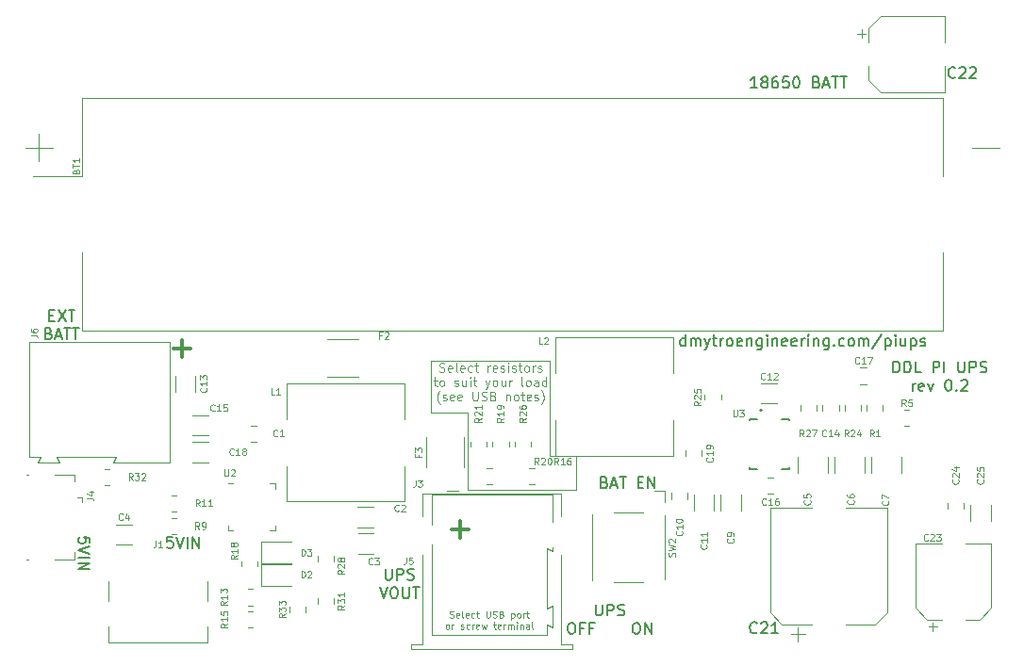
<source format=gto>
G04 #@! TF.GenerationSoftware,KiCad,Pcbnew,5.1.10-88a1d61d58~90~ubuntu20.04.1*
G04 #@! TF.CreationDate,2021-09-24T13:56:54+03:00*
G04 #@! TF.ProjectId,PiUPS,50695550-532e-46b6-9963-61645f706362,rev?*
G04 #@! TF.SameCoordinates,Original*
G04 #@! TF.FileFunction,Legend,Top*
G04 #@! TF.FilePolarity,Positive*
%FSLAX46Y46*%
G04 Gerber Fmt 4.6, Leading zero omitted, Abs format (unit mm)*
G04 Created by KiCad (PCBNEW 5.1.10-88a1d61d58~90~ubuntu20.04.1) date 2021-09-24 13:56:54*
%MOMM*%
%LPD*%
G01*
G04 APERTURE LIST*
%ADD10C,0.300000*%
%ADD11C,0.100000*%
%ADD12C,0.120000*%
%ADD13C,0.150000*%
%ADD14C,0.200000*%
%ADD15C,0.127000*%
%ADD16C,0.010000*%
%ADD17C,0.300000*%
%ADD18R,2.050000X3.050000*%
%ADD19R,0.600000X0.240000*%
%ADD20R,0.240000X0.600000*%
%ADD21R,2.700000X2.700000*%
%ADD22C,0.900000*%
%ADD23R,1.400000X1.600000*%
%ADD24R,2.700000X3.600000*%
%ADD25C,1.750000*%
%ADD26R,1.750000X1.750000*%
%ADD27C,2.750000*%
%ADD28O,1.980000X3.960000*%
%ADD29R,1.980000X3.960000*%
%ADD30C,1.600000*%
%ADD31R,1.600000X1.600000*%
%ADD32C,3.000000*%
%ADD33O,3.960000X1.980000*%
%ADD34R,3.960000X1.980000*%
%ADD35R,1.450000X1.150000*%
%ADD36O,1.900000X1.050000*%
%ADD37R,1.900000X1.750000*%
%ADD38R,1.400000X0.400000*%
%ADD39R,0.600000X1.160000*%
%ADD40C,0.600000*%
%ADD41R,0.300000X1.160000*%
%ADD42O,0.900000X1.700000*%
%ADD43O,0.900000X2.000000*%
%ADD44C,2.390000*%
%ADD45C,3.450000*%
%ADD46R,7.340000X6.350000*%
G04 APERTURE END LIST*
D10*
X79688095Y-97467857D02*
X81211904Y-97467857D01*
X80450000Y-98229761D02*
X80450000Y-96705952D01*
X104638095Y-113717857D02*
X106161904Y-113717857D01*
X105400000Y-114479761D02*
X105400000Y-112955952D01*
D11*
X104496428Y-121617857D02*
X104582142Y-121646428D01*
X104725000Y-121646428D01*
X104782142Y-121617857D01*
X104810714Y-121589285D01*
X104839285Y-121532142D01*
X104839285Y-121475000D01*
X104810714Y-121417857D01*
X104782142Y-121389285D01*
X104725000Y-121360714D01*
X104610714Y-121332142D01*
X104553571Y-121303571D01*
X104525000Y-121275000D01*
X104496428Y-121217857D01*
X104496428Y-121160714D01*
X104525000Y-121103571D01*
X104553571Y-121075000D01*
X104610714Y-121046428D01*
X104753571Y-121046428D01*
X104839285Y-121075000D01*
X105325000Y-121617857D02*
X105267857Y-121646428D01*
X105153571Y-121646428D01*
X105096428Y-121617857D01*
X105067857Y-121560714D01*
X105067857Y-121332142D01*
X105096428Y-121275000D01*
X105153571Y-121246428D01*
X105267857Y-121246428D01*
X105325000Y-121275000D01*
X105353571Y-121332142D01*
X105353571Y-121389285D01*
X105067857Y-121446428D01*
X105696428Y-121646428D02*
X105639285Y-121617857D01*
X105610714Y-121560714D01*
X105610714Y-121046428D01*
X106153571Y-121617857D02*
X106096428Y-121646428D01*
X105982142Y-121646428D01*
X105925000Y-121617857D01*
X105896428Y-121560714D01*
X105896428Y-121332142D01*
X105925000Y-121275000D01*
X105982142Y-121246428D01*
X106096428Y-121246428D01*
X106153571Y-121275000D01*
X106182142Y-121332142D01*
X106182142Y-121389285D01*
X105896428Y-121446428D01*
X106696428Y-121617857D02*
X106639285Y-121646428D01*
X106525000Y-121646428D01*
X106467857Y-121617857D01*
X106439285Y-121589285D01*
X106410714Y-121532142D01*
X106410714Y-121360714D01*
X106439285Y-121303571D01*
X106467857Y-121275000D01*
X106525000Y-121246428D01*
X106639285Y-121246428D01*
X106696428Y-121275000D01*
X106867857Y-121246428D02*
X107096428Y-121246428D01*
X106953571Y-121046428D02*
X106953571Y-121560714D01*
X106982142Y-121617857D01*
X107039285Y-121646428D01*
X107096428Y-121646428D01*
X107753571Y-121046428D02*
X107753571Y-121532142D01*
X107782142Y-121589285D01*
X107810714Y-121617857D01*
X107867857Y-121646428D01*
X107982142Y-121646428D01*
X108039285Y-121617857D01*
X108067857Y-121589285D01*
X108096428Y-121532142D01*
X108096428Y-121046428D01*
X108353571Y-121617857D02*
X108439285Y-121646428D01*
X108582142Y-121646428D01*
X108639285Y-121617857D01*
X108667857Y-121589285D01*
X108696428Y-121532142D01*
X108696428Y-121475000D01*
X108667857Y-121417857D01*
X108639285Y-121389285D01*
X108582142Y-121360714D01*
X108467857Y-121332142D01*
X108410714Y-121303571D01*
X108382142Y-121275000D01*
X108353571Y-121217857D01*
X108353571Y-121160714D01*
X108382142Y-121103571D01*
X108410714Y-121075000D01*
X108467857Y-121046428D01*
X108610714Y-121046428D01*
X108696428Y-121075000D01*
X109153571Y-121332142D02*
X109239285Y-121360714D01*
X109267857Y-121389285D01*
X109296428Y-121446428D01*
X109296428Y-121532142D01*
X109267857Y-121589285D01*
X109239285Y-121617857D01*
X109182142Y-121646428D01*
X108953571Y-121646428D01*
X108953571Y-121046428D01*
X109153571Y-121046428D01*
X109210714Y-121075000D01*
X109239285Y-121103571D01*
X109267857Y-121160714D01*
X109267857Y-121217857D01*
X109239285Y-121275000D01*
X109210714Y-121303571D01*
X109153571Y-121332142D01*
X108953571Y-121332142D01*
X110010714Y-121246428D02*
X110010714Y-121846428D01*
X110010714Y-121275000D02*
X110067857Y-121246428D01*
X110182142Y-121246428D01*
X110239285Y-121275000D01*
X110267857Y-121303571D01*
X110296428Y-121360714D01*
X110296428Y-121532142D01*
X110267857Y-121589285D01*
X110239285Y-121617857D01*
X110182142Y-121646428D01*
X110067857Y-121646428D01*
X110010714Y-121617857D01*
X110639285Y-121646428D02*
X110582142Y-121617857D01*
X110553571Y-121589285D01*
X110525000Y-121532142D01*
X110525000Y-121360714D01*
X110553571Y-121303571D01*
X110582142Y-121275000D01*
X110639285Y-121246428D01*
X110725000Y-121246428D01*
X110782142Y-121275000D01*
X110810714Y-121303571D01*
X110839285Y-121360714D01*
X110839285Y-121532142D01*
X110810714Y-121589285D01*
X110782142Y-121617857D01*
X110725000Y-121646428D01*
X110639285Y-121646428D01*
X111096428Y-121646428D02*
X111096428Y-121246428D01*
X111096428Y-121360714D02*
X111125000Y-121303571D01*
X111153571Y-121275000D01*
X111210714Y-121246428D01*
X111267857Y-121246428D01*
X111382142Y-121246428D02*
X111610714Y-121246428D01*
X111467857Y-121046428D02*
X111467857Y-121560714D01*
X111496428Y-121617857D01*
X111553571Y-121646428D01*
X111610714Y-121646428D01*
X104225000Y-122646428D02*
X104167857Y-122617857D01*
X104139285Y-122589285D01*
X104110714Y-122532142D01*
X104110714Y-122360714D01*
X104139285Y-122303571D01*
X104167857Y-122275000D01*
X104225000Y-122246428D01*
X104310714Y-122246428D01*
X104367857Y-122275000D01*
X104396428Y-122303571D01*
X104425000Y-122360714D01*
X104425000Y-122532142D01*
X104396428Y-122589285D01*
X104367857Y-122617857D01*
X104310714Y-122646428D01*
X104225000Y-122646428D01*
X104682142Y-122646428D02*
X104682142Y-122246428D01*
X104682142Y-122360714D02*
X104710714Y-122303571D01*
X104739285Y-122275000D01*
X104796428Y-122246428D01*
X104853571Y-122246428D01*
X105482142Y-122617857D02*
X105539285Y-122646428D01*
X105653571Y-122646428D01*
X105710714Y-122617857D01*
X105739285Y-122560714D01*
X105739285Y-122532142D01*
X105710714Y-122475000D01*
X105653571Y-122446428D01*
X105567857Y-122446428D01*
X105510714Y-122417857D01*
X105482142Y-122360714D01*
X105482142Y-122332142D01*
X105510714Y-122275000D01*
X105567857Y-122246428D01*
X105653571Y-122246428D01*
X105710714Y-122275000D01*
X106253571Y-122617857D02*
X106196428Y-122646428D01*
X106082142Y-122646428D01*
X106025000Y-122617857D01*
X105996428Y-122589285D01*
X105967857Y-122532142D01*
X105967857Y-122360714D01*
X105996428Y-122303571D01*
X106025000Y-122275000D01*
X106082142Y-122246428D01*
X106196428Y-122246428D01*
X106253571Y-122275000D01*
X106510714Y-122646428D02*
X106510714Y-122246428D01*
X106510714Y-122360714D02*
X106539285Y-122303571D01*
X106567857Y-122275000D01*
X106625000Y-122246428D01*
X106682142Y-122246428D01*
X107110714Y-122617857D02*
X107053571Y-122646428D01*
X106939285Y-122646428D01*
X106882142Y-122617857D01*
X106853571Y-122560714D01*
X106853571Y-122332142D01*
X106882142Y-122275000D01*
X106939285Y-122246428D01*
X107053571Y-122246428D01*
X107110714Y-122275000D01*
X107139285Y-122332142D01*
X107139285Y-122389285D01*
X106853571Y-122446428D01*
X107339285Y-122246428D02*
X107453571Y-122646428D01*
X107567857Y-122360714D01*
X107682142Y-122646428D01*
X107796428Y-122246428D01*
X108396428Y-122246428D02*
X108625000Y-122246428D01*
X108482142Y-122046428D02*
X108482142Y-122560714D01*
X108510714Y-122617857D01*
X108567857Y-122646428D01*
X108625000Y-122646428D01*
X109053571Y-122617857D02*
X108996428Y-122646428D01*
X108882142Y-122646428D01*
X108825000Y-122617857D01*
X108796428Y-122560714D01*
X108796428Y-122332142D01*
X108825000Y-122275000D01*
X108882142Y-122246428D01*
X108996428Y-122246428D01*
X109053571Y-122275000D01*
X109082142Y-122332142D01*
X109082142Y-122389285D01*
X108796428Y-122446428D01*
X109339285Y-122646428D02*
X109339285Y-122246428D01*
X109339285Y-122360714D02*
X109367857Y-122303571D01*
X109396428Y-122275000D01*
X109453571Y-122246428D01*
X109510714Y-122246428D01*
X109710714Y-122646428D02*
X109710714Y-122246428D01*
X109710714Y-122303571D02*
X109739285Y-122275000D01*
X109796428Y-122246428D01*
X109882142Y-122246428D01*
X109939285Y-122275000D01*
X109967857Y-122332142D01*
X109967857Y-122646428D01*
X109967857Y-122332142D02*
X109996428Y-122275000D01*
X110053571Y-122246428D01*
X110139285Y-122246428D01*
X110196428Y-122275000D01*
X110225000Y-122332142D01*
X110225000Y-122646428D01*
X110510714Y-122646428D02*
X110510714Y-122246428D01*
X110510714Y-122046428D02*
X110482142Y-122075000D01*
X110510714Y-122103571D01*
X110539285Y-122075000D01*
X110510714Y-122046428D01*
X110510714Y-122103571D01*
X110796428Y-122246428D02*
X110796428Y-122646428D01*
X110796428Y-122303571D02*
X110825000Y-122275000D01*
X110882142Y-122246428D01*
X110967857Y-122246428D01*
X111025000Y-122275000D01*
X111053571Y-122332142D01*
X111053571Y-122646428D01*
X111596428Y-122646428D02*
X111596428Y-122332142D01*
X111567857Y-122275000D01*
X111510714Y-122246428D01*
X111396428Y-122246428D01*
X111339285Y-122275000D01*
X111596428Y-122617857D02*
X111539285Y-122646428D01*
X111396428Y-122646428D01*
X111339285Y-122617857D01*
X111310714Y-122560714D01*
X111310714Y-122503571D01*
X111339285Y-122446428D01*
X111396428Y-122417857D01*
X111539285Y-122417857D01*
X111596428Y-122389285D01*
X111967857Y-122646428D02*
X111910714Y-122617857D01*
X111882142Y-122560714D01*
X111882142Y-122046428D01*
D12*
X106100000Y-103225000D02*
X106100000Y-110125000D01*
X102825000Y-103225000D02*
X106100000Y-103225000D01*
X102825000Y-98550000D02*
X102825000Y-103225000D01*
X113500000Y-98550000D02*
X102825000Y-98550000D01*
X113500000Y-107080000D02*
X113500000Y-98550000D01*
X115830000Y-107080000D02*
X113500000Y-107080000D01*
X115825000Y-110125000D02*
X115825000Y-107090000D01*
X106100000Y-110125000D02*
X115825000Y-110125000D01*
D11*
X103559523Y-99498809D02*
X103673809Y-99536904D01*
X103864285Y-99536904D01*
X103940476Y-99498809D01*
X103978571Y-99460714D01*
X104016666Y-99384523D01*
X104016666Y-99308333D01*
X103978571Y-99232142D01*
X103940476Y-99194047D01*
X103864285Y-99155952D01*
X103711904Y-99117857D01*
X103635714Y-99079761D01*
X103597619Y-99041666D01*
X103559523Y-98965476D01*
X103559523Y-98889285D01*
X103597619Y-98813095D01*
X103635714Y-98775000D01*
X103711904Y-98736904D01*
X103902380Y-98736904D01*
X104016666Y-98775000D01*
X104664285Y-99498809D02*
X104588095Y-99536904D01*
X104435714Y-99536904D01*
X104359523Y-99498809D01*
X104321428Y-99422619D01*
X104321428Y-99117857D01*
X104359523Y-99041666D01*
X104435714Y-99003571D01*
X104588095Y-99003571D01*
X104664285Y-99041666D01*
X104702380Y-99117857D01*
X104702380Y-99194047D01*
X104321428Y-99270238D01*
X105159523Y-99536904D02*
X105083333Y-99498809D01*
X105045238Y-99422619D01*
X105045238Y-98736904D01*
X105769047Y-99498809D02*
X105692857Y-99536904D01*
X105540476Y-99536904D01*
X105464285Y-99498809D01*
X105426190Y-99422619D01*
X105426190Y-99117857D01*
X105464285Y-99041666D01*
X105540476Y-99003571D01*
X105692857Y-99003571D01*
X105769047Y-99041666D01*
X105807142Y-99117857D01*
X105807142Y-99194047D01*
X105426190Y-99270238D01*
X106492857Y-99498809D02*
X106416666Y-99536904D01*
X106264285Y-99536904D01*
X106188095Y-99498809D01*
X106150000Y-99460714D01*
X106111904Y-99384523D01*
X106111904Y-99155952D01*
X106150000Y-99079761D01*
X106188095Y-99041666D01*
X106264285Y-99003571D01*
X106416666Y-99003571D01*
X106492857Y-99041666D01*
X106721428Y-99003571D02*
X107026190Y-99003571D01*
X106835714Y-98736904D02*
X106835714Y-99422619D01*
X106873809Y-99498809D01*
X106950000Y-99536904D01*
X107026190Y-99536904D01*
X107902380Y-99536904D02*
X107902380Y-99003571D01*
X107902380Y-99155952D02*
X107940476Y-99079761D01*
X107978571Y-99041666D01*
X108054761Y-99003571D01*
X108130952Y-99003571D01*
X108702380Y-99498809D02*
X108626190Y-99536904D01*
X108473809Y-99536904D01*
X108397619Y-99498809D01*
X108359523Y-99422619D01*
X108359523Y-99117857D01*
X108397619Y-99041666D01*
X108473809Y-99003571D01*
X108626190Y-99003571D01*
X108702380Y-99041666D01*
X108740476Y-99117857D01*
X108740476Y-99194047D01*
X108359523Y-99270238D01*
X109045238Y-99498809D02*
X109121428Y-99536904D01*
X109273809Y-99536904D01*
X109350000Y-99498809D01*
X109388095Y-99422619D01*
X109388095Y-99384523D01*
X109350000Y-99308333D01*
X109273809Y-99270238D01*
X109159523Y-99270238D01*
X109083333Y-99232142D01*
X109045238Y-99155952D01*
X109045238Y-99117857D01*
X109083333Y-99041666D01*
X109159523Y-99003571D01*
X109273809Y-99003571D01*
X109350000Y-99041666D01*
X109730952Y-99536904D02*
X109730952Y-99003571D01*
X109730952Y-98736904D02*
X109692857Y-98775000D01*
X109730952Y-98813095D01*
X109769047Y-98775000D01*
X109730952Y-98736904D01*
X109730952Y-98813095D01*
X110073809Y-99498809D02*
X110150000Y-99536904D01*
X110302380Y-99536904D01*
X110378571Y-99498809D01*
X110416666Y-99422619D01*
X110416666Y-99384523D01*
X110378571Y-99308333D01*
X110302380Y-99270238D01*
X110188095Y-99270238D01*
X110111904Y-99232142D01*
X110073809Y-99155952D01*
X110073809Y-99117857D01*
X110111904Y-99041666D01*
X110188095Y-99003571D01*
X110302380Y-99003571D01*
X110378571Y-99041666D01*
X110645238Y-99003571D02*
X110950000Y-99003571D01*
X110759523Y-98736904D02*
X110759523Y-99422619D01*
X110797619Y-99498809D01*
X110873809Y-99536904D01*
X110950000Y-99536904D01*
X111330952Y-99536904D02*
X111254761Y-99498809D01*
X111216666Y-99460714D01*
X111178571Y-99384523D01*
X111178571Y-99155952D01*
X111216666Y-99079761D01*
X111254761Y-99041666D01*
X111330952Y-99003571D01*
X111445238Y-99003571D01*
X111521428Y-99041666D01*
X111559523Y-99079761D01*
X111597619Y-99155952D01*
X111597619Y-99384523D01*
X111559523Y-99460714D01*
X111521428Y-99498809D01*
X111445238Y-99536904D01*
X111330952Y-99536904D01*
X111940476Y-99536904D02*
X111940476Y-99003571D01*
X111940476Y-99155952D02*
X111978571Y-99079761D01*
X112016666Y-99041666D01*
X112092857Y-99003571D01*
X112169047Y-99003571D01*
X112397619Y-99498809D02*
X112473809Y-99536904D01*
X112626190Y-99536904D01*
X112702380Y-99498809D01*
X112740476Y-99422619D01*
X112740476Y-99384523D01*
X112702380Y-99308333D01*
X112626190Y-99270238D01*
X112511904Y-99270238D01*
X112435714Y-99232142D01*
X112397619Y-99155952D01*
X112397619Y-99117857D01*
X112435714Y-99041666D01*
X112511904Y-99003571D01*
X112626190Y-99003571D01*
X112702380Y-99041666D01*
X103045238Y-100303571D02*
X103350000Y-100303571D01*
X103159523Y-100036904D02*
X103159523Y-100722619D01*
X103197619Y-100798809D01*
X103273809Y-100836904D01*
X103350000Y-100836904D01*
X103730952Y-100836904D02*
X103654761Y-100798809D01*
X103616666Y-100760714D01*
X103578571Y-100684523D01*
X103578571Y-100455952D01*
X103616666Y-100379761D01*
X103654761Y-100341666D01*
X103730952Y-100303571D01*
X103845238Y-100303571D01*
X103921428Y-100341666D01*
X103959523Y-100379761D01*
X103997619Y-100455952D01*
X103997619Y-100684523D01*
X103959523Y-100760714D01*
X103921428Y-100798809D01*
X103845238Y-100836904D01*
X103730952Y-100836904D01*
X104911904Y-100798809D02*
X104988095Y-100836904D01*
X105140476Y-100836904D01*
X105216666Y-100798809D01*
X105254761Y-100722619D01*
X105254761Y-100684523D01*
X105216666Y-100608333D01*
X105140476Y-100570238D01*
X105026190Y-100570238D01*
X104950000Y-100532142D01*
X104911904Y-100455952D01*
X104911904Y-100417857D01*
X104950000Y-100341666D01*
X105026190Y-100303571D01*
X105140476Y-100303571D01*
X105216666Y-100341666D01*
X105940476Y-100303571D02*
X105940476Y-100836904D01*
X105597619Y-100303571D02*
X105597619Y-100722619D01*
X105635714Y-100798809D01*
X105711904Y-100836904D01*
X105826190Y-100836904D01*
X105902380Y-100798809D01*
X105940476Y-100760714D01*
X106321428Y-100836904D02*
X106321428Y-100303571D01*
X106321428Y-100036904D02*
X106283333Y-100075000D01*
X106321428Y-100113095D01*
X106359523Y-100075000D01*
X106321428Y-100036904D01*
X106321428Y-100113095D01*
X106588095Y-100303571D02*
X106892857Y-100303571D01*
X106702380Y-100036904D02*
X106702380Y-100722619D01*
X106740476Y-100798809D01*
X106816666Y-100836904D01*
X106892857Y-100836904D01*
X107692857Y-100303571D02*
X107883333Y-100836904D01*
X108073809Y-100303571D02*
X107883333Y-100836904D01*
X107807142Y-101027380D01*
X107769047Y-101065476D01*
X107692857Y-101103571D01*
X108492857Y-100836904D02*
X108416666Y-100798809D01*
X108378571Y-100760714D01*
X108340476Y-100684523D01*
X108340476Y-100455952D01*
X108378571Y-100379761D01*
X108416666Y-100341666D01*
X108492857Y-100303571D01*
X108607142Y-100303571D01*
X108683333Y-100341666D01*
X108721428Y-100379761D01*
X108759523Y-100455952D01*
X108759523Y-100684523D01*
X108721428Y-100760714D01*
X108683333Y-100798809D01*
X108607142Y-100836904D01*
X108492857Y-100836904D01*
X109445238Y-100303571D02*
X109445238Y-100836904D01*
X109102380Y-100303571D02*
X109102380Y-100722619D01*
X109140476Y-100798809D01*
X109216666Y-100836904D01*
X109330952Y-100836904D01*
X109407142Y-100798809D01*
X109445238Y-100760714D01*
X109826190Y-100836904D02*
X109826190Y-100303571D01*
X109826190Y-100455952D02*
X109864285Y-100379761D01*
X109902380Y-100341666D01*
X109978571Y-100303571D01*
X110054761Y-100303571D01*
X111045238Y-100836904D02*
X110969047Y-100798809D01*
X110930952Y-100722619D01*
X110930952Y-100036904D01*
X111464285Y-100836904D02*
X111388095Y-100798809D01*
X111350000Y-100760714D01*
X111311904Y-100684523D01*
X111311904Y-100455952D01*
X111350000Y-100379761D01*
X111388095Y-100341666D01*
X111464285Y-100303571D01*
X111578571Y-100303571D01*
X111654761Y-100341666D01*
X111692857Y-100379761D01*
X111730952Y-100455952D01*
X111730952Y-100684523D01*
X111692857Y-100760714D01*
X111654761Y-100798809D01*
X111578571Y-100836904D01*
X111464285Y-100836904D01*
X112416666Y-100836904D02*
X112416666Y-100417857D01*
X112378571Y-100341666D01*
X112302380Y-100303571D01*
X112150000Y-100303571D01*
X112073809Y-100341666D01*
X112416666Y-100798809D02*
X112340476Y-100836904D01*
X112150000Y-100836904D01*
X112073809Y-100798809D01*
X112035714Y-100722619D01*
X112035714Y-100646428D01*
X112073809Y-100570238D01*
X112150000Y-100532142D01*
X112340476Y-100532142D01*
X112416666Y-100494047D01*
X113140476Y-100836904D02*
X113140476Y-100036904D01*
X113140476Y-100798809D02*
X113064285Y-100836904D01*
X112911904Y-100836904D01*
X112835714Y-100798809D01*
X112797619Y-100760714D01*
X112759523Y-100684523D01*
X112759523Y-100455952D01*
X112797619Y-100379761D01*
X112835714Y-100341666D01*
X112911904Y-100303571D01*
X113064285Y-100303571D01*
X113140476Y-100341666D01*
X103597619Y-102441666D02*
X103559523Y-102403571D01*
X103483333Y-102289285D01*
X103445238Y-102213095D01*
X103407142Y-102098809D01*
X103369047Y-101908333D01*
X103369047Y-101755952D01*
X103407142Y-101565476D01*
X103445238Y-101451190D01*
X103483333Y-101375000D01*
X103559523Y-101260714D01*
X103597619Y-101222619D01*
X103864285Y-102098809D02*
X103940476Y-102136904D01*
X104092857Y-102136904D01*
X104169047Y-102098809D01*
X104207142Y-102022619D01*
X104207142Y-101984523D01*
X104169047Y-101908333D01*
X104092857Y-101870238D01*
X103978571Y-101870238D01*
X103902380Y-101832142D01*
X103864285Y-101755952D01*
X103864285Y-101717857D01*
X103902380Y-101641666D01*
X103978571Y-101603571D01*
X104092857Y-101603571D01*
X104169047Y-101641666D01*
X104854761Y-102098809D02*
X104778571Y-102136904D01*
X104626190Y-102136904D01*
X104550000Y-102098809D01*
X104511904Y-102022619D01*
X104511904Y-101717857D01*
X104550000Y-101641666D01*
X104626190Y-101603571D01*
X104778571Y-101603571D01*
X104854761Y-101641666D01*
X104892857Y-101717857D01*
X104892857Y-101794047D01*
X104511904Y-101870238D01*
X105540476Y-102098809D02*
X105464285Y-102136904D01*
X105311904Y-102136904D01*
X105235714Y-102098809D01*
X105197619Y-102022619D01*
X105197619Y-101717857D01*
X105235714Y-101641666D01*
X105311904Y-101603571D01*
X105464285Y-101603571D01*
X105540476Y-101641666D01*
X105578571Y-101717857D01*
X105578571Y-101794047D01*
X105197619Y-101870238D01*
X106530952Y-101336904D02*
X106530952Y-101984523D01*
X106569047Y-102060714D01*
X106607142Y-102098809D01*
X106683333Y-102136904D01*
X106835714Y-102136904D01*
X106911904Y-102098809D01*
X106950000Y-102060714D01*
X106988095Y-101984523D01*
X106988095Y-101336904D01*
X107330952Y-102098809D02*
X107445238Y-102136904D01*
X107635714Y-102136904D01*
X107711904Y-102098809D01*
X107750000Y-102060714D01*
X107788095Y-101984523D01*
X107788095Y-101908333D01*
X107750000Y-101832142D01*
X107711904Y-101794047D01*
X107635714Y-101755952D01*
X107483333Y-101717857D01*
X107407142Y-101679761D01*
X107369047Y-101641666D01*
X107330952Y-101565476D01*
X107330952Y-101489285D01*
X107369047Y-101413095D01*
X107407142Y-101375000D01*
X107483333Y-101336904D01*
X107673809Y-101336904D01*
X107788095Y-101375000D01*
X108397619Y-101717857D02*
X108511904Y-101755952D01*
X108550000Y-101794047D01*
X108588095Y-101870238D01*
X108588095Y-101984523D01*
X108550000Y-102060714D01*
X108511904Y-102098809D01*
X108435714Y-102136904D01*
X108130952Y-102136904D01*
X108130952Y-101336904D01*
X108397619Y-101336904D01*
X108473809Y-101375000D01*
X108511904Y-101413095D01*
X108550000Y-101489285D01*
X108550000Y-101565476D01*
X108511904Y-101641666D01*
X108473809Y-101679761D01*
X108397619Y-101717857D01*
X108130952Y-101717857D01*
X109540476Y-101603571D02*
X109540476Y-102136904D01*
X109540476Y-101679761D02*
X109578571Y-101641666D01*
X109654761Y-101603571D01*
X109769047Y-101603571D01*
X109845238Y-101641666D01*
X109883333Y-101717857D01*
X109883333Y-102136904D01*
X110378571Y-102136904D02*
X110302380Y-102098809D01*
X110264285Y-102060714D01*
X110226190Y-101984523D01*
X110226190Y-101755952D01*
X110264285Y-101679761D01*
X110302380Y-101641666D01*
X110378571Y-101603571D01*
X110492857Y-101603571D01*
X110569047Y-101641666D01*
X110607142Y-101679761D01*
X110645238Y-101755952D01*
X110645238Y-101984523D01*
X110607142Y-102060714D01*
X110569047Y-102098809D01*
X110492857Y-102136904D01*
X110378571Y-102136904D01*
X110873809Y-101603571D02*
X111178571Y-101603571D01*
X110988095Y-101336904D02*
X110988095Y-102022619D01*
X111026190Y-102098809D01*
X111102380Y-102136904D01*
X111178571Y-102136904D01*
X111750000Y-102098809D02*
X111673809Y-102136904D01*
X111521428Y-102136904D01*
X111445238Y-102098809D01*
X111407142Y-102022619D01*
X111407142Y-101717857D01*
X111445238Y-101641666D01*
X111521428Y-101603571D01*
X111673809Y-101603571D01*
X111750000Y-101641666D01*
X111788095Y-101717857D01*
X111788095Y-101794047D01*
X111407142Y-101870238D01*
X112092857Y-102098809D02*
X112169047Y-102136904D01*
X112321428Y-102136904D01*
X112397619Y-102098809D01*
X112435714Y-102022619D01*
X112435714Y-101984523D01*
X112397619Y-101908333D01*
X112321428Y-101870238D01*
X112207142Y-101870238D01*
X112130952Y-101832142D01*
X112092857Y-101755952D01*
X112092857Y-101717857D01*
X112130952Y-101641666D01*
X112207142Y-101603571D01*
X112321428Y-101603571D01*
X112397619Y-101641666D01*
X112702380Y-102441666D02*
X112740476Y-102403571D01*
X112816666Y-102289285D01*
X112854761Y-102213095D01*
X112892857Y-102098809D01*
X112930952Y-101908333D01*
X112930952Y-101755952D01*
X112892857Y-101565476D01*
X112854761Y-101451190D01*
X112816666Y-101375000D01*
X112740476Y-101260714D01*
X112702380Y-101222619D01*
D13*
X117588095Y-120452380D02*
X117588095Y-121261904D01*
X117635714Y-121357142D01*
X117683333Y-121404761D01*
X117778571Y-121452380D01*
X117969047Y-121452380D01*
X118064285Y-121404761D01*
X118111904Y-121357142D01*
X118159523Y-121261904D01*
X118159523Y-120452380D01*
X118635714Y-121452380D02*
X118635714Y-120452380D01*
X119016666Y-120452380D01*
X119111904Y-120500000D01*
X119159523Y-120547619D01*
X119207142Y-120642857D01*
X119207142Y-120785714D01*
X119159523Y-120880952D01*
X119111904Y-120928571D01*
X119016666Y-120976190D01*
X118635714Y-120976190D01*
X119588095Y-121404761D02*
X119730952Y-121452380D01*
X119969047Y-121452380D01*
X120064285Y-121404761D01*
X120111904Y-121357142D01*
X120159523Y-121261904D01*
X120159523Y-121166666D01*
X120111904Y-121071428D01*
X120064285Y-121023809D01*
X119969047Y-120976190D01*
X119778571Y-120928571D01*
X119683333Y-120880952D01*
X119635714Y-120833333D01*
X119588095Y-120738095D01*
X119588095Y-120642857D01*
X119635714Y-120547619D01*
X119683333Y-120500000D01*
X119778571Y-120452380D01*
X120016666Y-120452380D01*
X120159523Y-120500000D01*
X115326190Y-122102380D02*
X115516666Y-122102380D01*
X115611904Y-122150000D01*
X115707142Y-122245238D01*
X115754761Y-122435714D01*
X115754761Y-122769047D01*
X115707142Y-122959523D01*
X115611904Y-123054761D01*
X115516666Y-123102380D01*
X115326190Y-123102380D01*
X115230952Y-123054761D01*
X115135714Y-122959523D01*
X115088095Y-122769047D01*
X115088095Y-122435714D01*
X115135714Y-122245238D01*
X115230952Y-122150000D01*
X115326190Y-122102380D01*
X116516666Y-122578571D02*
X116183333Y-122578571D01*
X116183333Y-123102380D02*
X116183333Y-122102380D01*
X116659523Y-122102380D01*
X117373809Y-122578571D02*
X117040476Y-122578571D01*
X117040476Y-123102380D02*
X117040476Y-122102380D01*
X117516666Y-122102380D01*
X121135714Y-122102380D02*
X121326190Y-122102380D01*
X121421428Y-122150000D01*
X121516666Y-122245238D01*
X121564285Y-122435714D01*
X121564285Y-122769047D01*
X121516666Y-122959523D01*
X121421428Y-123054761D01*
X121326190Y-123102380D01*
X121135714Y-123102380D01*
X121040476Y-123054761D01*
X120945238Y-122959523D01*
X120897619Y-122769047D01*
X120897619Y-122435714D01*
X120945238Y-122245238D01*
X121040476Y-122150000D01*
X121135714Y-122102380D01*
X121992857Y-123102380D02*
X121992857Y-122102380D01*
X122564285Y-123102380D01*
X122564285Y-122102380D01*
X118354761Y-109478571D02*
X118497619Y-109526190D01*
X118545238Y-109573809D01*
X118592857Y-109669047D01*
X118592857Y-109811904D01*
X118545238Y-109907142D01*
X118497619Y-109954761D01*
X118402380Y-110002380D01*
X118021428Y-110002380D01*
X118021428Y-109002380D01*
X118354761Y-109002380D01*
X118450000Y-109050000D01*
X118497619Y-109097619D01*
X118545238Y-109192857D01*
X118545238Y-109288095D01*
X118497619Y-109383333D01*
X118450000Y-109430952D01*
X118354761Y-109478571D01*
X118021428Y-109478571D01*
X118973809Y-109716666D02*
X119450000Y-109716666D01*
X118878571Y-110002380D02*
X119211904Y-109002380D01*
X119545238Y-110002380D01*
X119735714Y-109002380D02*
X120307142Y-109002380D01*
X120021428Y-110002380D02*
X120021428Y-109002380D01*
X121402380Y-109478571D02*
X121735714Y-109478571D01*
X121878571Y-110002380D02*
X121402380Y-110002380D01*
X121402380Y-109002380D01*
X121878571Y-109002380D01*
X122307142Y-110002380D02*
X122307142Y-109002380D01*
X122878571Y-110002380D01*
X122878571Y-109002380D01*
X98713095Y-117252380D02*
X98713095Y-118061904D01*
X98760714Y-118157142D01*
X98808333Y-118204761D01*
X98903571Y-118252380D01*
X99094047Y-118252380D01*
X99189285Y-118204761D01*
X99236904Y-118157142D01*
X99284523Y-118061904D01*
X99284523Y-117252380D01*
X99760714Y-118252380D02*
X99760714Y-117252380D01*
X100141666Y-117252380D01*
X100236904Y-117300000D01*
X100284523Y-117347619D01*
X100332142Y-117442857D01*
X100332142Y-117585714D01*
X100284523Y-117680952D01*
X100236904Y-117728571D01*
X100141666Y-117776190D01*
X99760714Y-117776190D01*
X100713095Y-118204761D02*
X100855952Y-118252380D01*
X101094047Y-118252380D01*
X101189285Y-118204761D01*
X101236904Y-118157142D01*
X101284523Y-118061904D01*
X101284523Y-117966666D01*
X101236904Y-117871428D01*
X101189285Y-117823809D01*
X101094047Y-117776190D01*
X100903571Y-117728571D01*
X100808333Y-117680952D01*
X100760714Y-117633333D01*
X100713095Y-117538095D01*
X100713095Y-117442857D01*
X100760714Y-117347619D01*
X100808333Y-117300000D01*
X100903571Y-117252380D01*
X101141666Y-117252380D01*
X101284523Y-117300000D01*
X98213095Y-118902380D02*
X98546428Y-119902380D01*
X98879761Y-118902380D01*
X99403571Y-118902380D02*
X99594047Y-118902380D01*
X99689285Y-118950000D01*
X99784523Y-119045238D01*
X99832142Y-119235714D01*
X99832142Y-119569047D01*
X99784523Y-119759523D01*
X99689285Y-119854761D01*
X99594047Y-119902380D01*
X99403571Y-119902380D01*
X99308333Y-119854761D01*
X99213095Y-119759523D01*
X99165476Y-119569047D01*
X99165476Y-119235714D01*
X99213095Y-119045238D01*
X99308333Y-118950000D01*
X99403571Y-118902380D01*
X100260714Y-118902380D02*
X100260714Y-119711904D01*
X100308333Y-119807142D01*
X100355952Y-119854761D01*
X100451190Y-119902380D01*
X100641666Y-119902380D01*
X100736904Y-119854761D01*
X100784523Y-119807142D01*
X100832142Y-119711904D01*
X100832142Y-118902380D01*
X101165476Y-118902380D02*
X101736904Y-118902380D01*
X101451190Y-119902380D02*
X101451190Y-118902380D01*
X132084523Y-74027380D02*
X131513095Y-74027380D01*
X131798809Y-74027380D02*
X131798809Y-73027380D01*
X131703571Y-73170238D01*
X131608333Y-73265476D01*
X131513095Y-73313095D01*
X132655952Y-73455952D02*
X132560714Y-73408333D01*
X132513095Y-73360714D01*
X132465476Y-73265476D01*
X132465476Y-73217857D01*
X132513095Y-73122619D01*
X132560714Y-73075000D01*
X132655952Y-73027380D01*
X132846428Y-73027380D01*
X132941666Y-73075000D01*
X132989285Y-73122619D01*
X133036904Y-73217857D01*
X133036904Y-73265476D01*
X132989285Y-73360714D01*
X132941666Y-73408333D01*
X132846428Y-73455952D01*
X132655952Y-73455952D01*
X132560714Y-73503571D01*
X132513095Y-73551190D01*
X132465476Y-73646428D01*
X132465476Y-73836904D01*
X132513095Y-73932142D01*
X132560714Y-73979761D01*
X132655952Y-74027380D01*
X132846428Y-74027380D01*
X132941666Y-73979761D01*
X132989285Y-73932142D01*
X133036904Y-73836904D01*
X133036904Y-73646428D01*
X132989285Y-73551190D01*
X132941666Y-73503571D01*
X132846428Y-73455952D01*
X133894047Y-73027380D02*
X133703571Y-73027380D01*
X133608333Y-73075000D01*
X133560714Y-73122619D01*
X133465476Y-73265476D01*
X133417857Y-73455952D01*
X133417857Y-73836904D01*
X133465476Y-73932142D01*
X133513095Y-73979761D01*
X133608333Y-74027380D01*
X133798809Y-74027380D01*
X133894047Y-73979761D01*
X133941666Y-73932142D01*
X133989285Y-73836904D01*
X133989285Y-73598809D01*
X133941666Y-73503571D01*
X133894047Y-73455952D01*
X133798809Y-73408333D01*
X133608333Y-73408333D01*
X133513095Y-73455952D01*
X133465476Y-73503571D01*
X133417857Y-73598809D01*
X134894047Y-73027380D02*
X134417857Y-73027380D01*
X134370238Y-73503571D01*
X134417857Y-73455952D01*
X134513095Y-73408333D01*
X134751190Y-73408333D01*
X134846428Y-73455952D01*
X134894047Y-73503571D01*
X134941666Y-73598809D01*
X134941666Y-73836904D01*
X134894047Y-73932142D01*
X134846428Y-73979761D01*
X134751190Y-74027380D01*
X134513095Y-74027380D01*
X134417857Y-73979761D01*
X134370238Y-73932142D01*
X135560714Y-73027380D02*
X135655952Y-73027380D01*
X135751190Y-73075000D01*
X135798809Y-73122619D01*
X135846428Y-73217857D01*
X135894047Y-73408333D01*
X135894047Y-73646428D01*
X135846428Y-73836904D01*
X135798809Y-73932142D01*
X135751190Y-73979761D01*
X135655952Y-74027380D01*
X135560714Y-74027380D01*
X135465476Y-73979761D01*
X135417857Y-73932142D01*
X135370238Y-73836904D01*
X135322619Y-73646428D01*
X135322619Y-73408333D01*
X135370238Y-73217857D01*
X135417857Y-73122619D01*
X135465476Y-73075000D01*
X135560714Y-73027380D01*
X137417857Y-73503571D02*
X137560714Y-73551190D01*
X137608333Y-73598809D01*
X137655952Y-73694047D01*
X137655952Y-73836904D01*
X137608333Y-73932142D01*
X137560714Y-73979761D01*
X137465476Y-74027380D01*
X137084523Y-74027380D01*
X137084523Y-73027380D01*
X137417857Y-73027380D01*
X137513095Y-73075000D01*
X137560714Y-73122619D01*
X137608333Y-73217857D01*
X137608333Y-73313095D01*
X137560714Y-73408333D01*
X137513095Y-73455952D01*
X137417857Y-73503571D01*
X137084523Y-73503571D01*
X138036904Y-73741666D02*
X138513095Y-73741666D01*
X137941666Y-74027380D02*
X138275000Y-73027380D01*
X138608333Y-74027380D01*
X138798809Y-73027380D02*
X139370238Y-73027380D01*
X139084523Y-74027380D02*
X139084523Y-73027380D01*
X139560714Y-73027380D02*
X140132142Y-73027380D01*
X139846428Y-74027380D02*
X139846428Y-73027380D01*
X68528571Y-94453571D02*
X68861904Y-94453571D01*
X69004761Y-94977380D02*
X68528571Y-94977380D01*
X68528571Y-93977380D01*
X69004761Y-93977380D01*
X69338095Y-93977380D02*
X70004761Y-94977380D01*
X70004761Y-93977380D02*
X69338095Y-94977380D01*
X70242857Y-93977380D02*
X70814285Y-93977380D01*
X70528571Y-94977380D02*
X70528571Y-93977380D01*
X68480952Y-96103571D02*
X68623809Y-96151190D01*
X68671428Y-96198809D01*
X68719047Y-96294047D01*
X68719047Y-96436904D01*
X68671428Y-96532142D01*
X68623809Y-96579761D01*
X68528571Y-96627380D01*
X68147619Y-96627380D01*
X68147619Y-95627380D01*
X68480952Y-95627380D01*
X68576190Y-95675000D01*
X68623809Y-95722619D01*
X68671428Y-95817857D01*
X68671428Y-95913095D01*
X68623809Y-96008333D01*
X68576190Y-96055952D01*
X68480952Y-96103571D01*
X68147619Y-96103571D01*
X69100000Y-96341666D02*
X69576190Y-96341666D01*
X69004761Y-96627380D02*
X69338095Y-95627380D01*
X69671428Y-96627380D01*
X69861904Y-95627380D02*
X70433333Y-95627380D01*
X70147619Y-96627380D02*
X70147619Y-95627380D01*
X70623809Y-95627380D02*
X71195238Y-95627380D01*
X70909523Y-96627380D02*
X70909523Y-95627380D01*
X72147619Y-114922619D02*
X72147619Y-114446428D01*
X71671428Y-114398809D01*
X71719047Y-114446428D01*
X71766666Y-114541666D01*
X71766666Y-114779761D01*
X71719047Y-114875000D01*
X71671428Y-114922619D01*
X71576190Y-114970238D01*
X71338095Y-114970238D01*
X71242857Y-114922619D01*
X71195238Y-114875000D01*
X71147619Y-114779761D01*
X71147619Y-114541666D01*
X71195238Y-114446428D01*
X71242857Y-114398809D01*
X72147619Y-115255952D02*
X71147619Y-115589285D01*
X72147619Y-115922619D01*
X71147619Y-116255952D02*
X72147619Y-116255952D01*
X71147619Y-116732142D02*
X72147619Y-116732142D01*
X71147619Y-117303571D01*
X72147619Y-117303571D01*
X79597619Y-114377380D02*
X79121428Y-114377380D01*
X79073809Y-114853571D01*
X79121428Y-114805952D01*
X79216666Y-114758333D01*
X79454761Y-114758333D01*
X79550000Y-114805952D01*
X79597619Y-114853571D01*
X79645238Y-114948809D01*
X79645238Y-115186904D01*
X79597619Y-115282142D01*
X79550000Y-115329761D01*
X79454761Y-115377380D01*
X79216666Y-115377380D01*
X79121428Y-115329761D01*
X79073809Y-115282142D01*
X79930952Y-114377380D02*
X80264285Y-115377380D01*
X80597619Y-114377380D01*
X80930952Y-115377380D02*
X80930952Y-114377380D01*
X81407142Y-115377380D02*
X81407142Y-114377380D01*
X81978571Y-115377380D01*
X81978571Y-114377380D01*
X125651190Y-97227380D02*
X125651190Y-96227380D01*
X125651190Y-97179761D02*
X125555952Y-97227380D01*
X125365476Y-97227380D01*
X125270238Y-97179761D01*
X125222619Y-97132142D01*
X125175000Y-97036904D01*
X125175000Y-96751190D01*
X125222619Y-96655952D01*
X125270238Y-96608333D01*
X125365476Y-96560714D01*
X125555952Y-96560714D01*
X125651190Y-96608333D01*
X126127380Y-97227380D02*
X126127380Y-96560714D01*
X126127380Y-96655952D02*
X126175000Y-96608333D01*
X126270238Y-96560714D01*
X126413095Y-96560714D01*
X126508333Y-96608333D01*
X126555952Y-96703571D01*
X126555952Y-97227380D01*
X126555952Y-96703571D02*
X126603571Y-96608333D01*
X126698809Y-96560714D01*
X126841666Y-96560714D01*
X126936904Y-96608333D01*
X126984523Y-96703571D01*
X126984523Y-97227380D01*
X127365476Y-96560714D02*
X127603571Y-97227380D01*
X127841666Y-96560714D02*
X127603571Y-97227380D01*
X127508333Y-97465476D01*
X127460714Y-97513095D01*
X127365476Y-97560714D01*
X128079761Y-96560714D02*
X128460714Y-96560714D01*
X128222619Y-96227380D02*
X128222619Y-97084523D01*
X128270238Y-97179761D01*
X128365476Y-97227380D01*
X128460714Y-97227380D01*
X128794047Y-97227380D02*
X128794047Y-96560714D01*
X128794047Y-96751190D02*
X128841666Y-96655952D01*
X128889285Y-96608333D01*
X128984523Y-96560714D01*
X129079761Y-96560714D01*
X129555952Y-97227380D02*
X129460714Y-97179761D01*
X129413095Y-97132142D01*
X129365476Y-97036904D01*
X129365476Y-96751190D01*
X129413095Y-96655952D01*
X129460714Y-96608333D01*
X129555952Y-96560714D01*
X129698809Y-96560714D01*
X129794047Y-96608333D01*
X129841666Y-96655952D01*
X129889285Y-96751190D01*
X129889285Y-97036904D01*
X129841666Y-97132142D01*
X129794047Y-97179761D01*
X129698809Y-97227380D01*
X129555952Y-97227380D01*
X130698809Y-97179761D02*
X130603571Y-97227380D01*
X130413095Y-97227380D01*
X130317857Y-97179761D01*
X130270238Y-97084523D01*
X130270238Y-96703571D01*
X130317857Y-96608333D01*
X130413095Y-96560714D01*
X130603571Y-96560714D01*
X130698809Y-96608333D01*
X130746428Y-96703571D01*
X130746428Y-96798809D01*
X130270238Y-96894047D01*
X131175000Y-96560714D02*
X131175000Y-97227380D01*
X131175000Y-96655952D02*
X131222619Y-96608333D01*
X131317857Y-96560714D01*
X131460714Y-96560714D01*
X131555952Y-96608333D01*
X131603571Y-96703571D01*
X131603571Y-97227380D01*
X132508333Y-96560714D02*
X132508333Y-97370238D01*
X132460714Y-97465476D01*
X132413095Y-97513095D01*
X132317857Y-97560714D01*
X132175000Y-97560714D01*
X132079761Y-97513095D01*
X132508333Y-97179761D02*
X132413095Y-97227380D01*
X132222619Y-97227380D01*
X132127380Y-97179761D01*
X132079761Y-97132142D01*
X132032142Y-97036904D01*
X132032142Y-96751190D01*
X132079761Y-96655952D01*
X132127380Y-96608333D01*
X132222619Y-96560714D01*
X132413095Y-96560714D01*
X132508333Y-96608333D01*
X132984523Y-97227380D02*
X132984523Y-96560714D01*
X132984523Y-96227380D02*
X132936904Y-96275000D01*
X132984523Y-96322619D01*
X133032142Y-96275000D01*
X132984523Y-96227380D01*
X132984523Y-96322619D01*
X133460714Y-96560714D02*
X133460714Y-97227380D01*
X133460714Y-96655952D02*
X133508333Y-96608333D01*
X133603571Y-96560714D01*
X133746428Y-96560714D01*
X133841666Y-96608333D01*
X133889285Y-96703571D01*
X133889285Y-97227380D01*
X134746428Y-97179761D02*
X134651190Y-97227380D01*
X134460714Y-97227380D01*
X134365476Y-97179761D01*
X134317857Y-97084523D01*
X134317857Y-96703571D01*
X134365476Y-96608333D01*
X134460714Y-96560714D01*
X134651190Y-96560714D01*
X134746428Y-96608333D01*
X134794047Y-96703571D01*
X134794047Y-96798809D01*
X134317857Y-96894047D01*
X135603571Y-97179761D02*
X135508333Y-97227380D01*
X135317857Y-97227380D01*
X135222619Y-97179761D01*
X135175000Y-97084523D01*
X135175000Y-96703571D01*
X135222619Y-96608333D01*
X135317857Y-96560714D01*
X135508333Y-96560714D01*
X135603571Y-96608333D01*
X135651190Y-96703571D01*
X135651190Y-96798809D01*
X135175000Y-96894047D01*
X136079761Y-97227380D02*
X136079761Y-96560714D01*
X136079761Y-96751190D02*
X136127380Y-96655952D01*
X136175000Y-96608333D01*
X136270238Y-96560714D01*
X136365476Y-96560714D01*
X136698809Y-97227380D02*
X136698809Y-96560714D01*
X136698809Y-96227380D02*
X136651190Y-96275000D01*
X136698809Y-96322619D01*
X136746428Y-96275000D01*
X136698809Y-96227380D01*
X136698809Y-96322619D01*
X137175000Y-96560714D02*
X137175000Y-97227380D01*
X137175000Y-96655952D02*
X137222619Y-96608333D01*
X137317857Y-96560714D01*
X137460714Y-96560714D01*
X137555952Y-96608333D01*
X137603571Y-96703571D01*
X137603571Y-97227380D01*
X138508333Y-96560714D02*
X138508333Y-97370238D01*
X138460714Y-97465476D01*
X138413095Y-97513095D01*
X138317857Y-97560714D01*
X138175000Y-97560714D01*
X138079761Y-97513095D01*
X138508333Y-97179761D02*
X138413095Y-97227380D01*
X138222619Y-97227380D01*
X138127380Y-97179761D01*
X138079761Y-97132142D01*
X138032142Y-97036904D01*
X138032142Y-96751190D01*
X138079761Y-96655952D01*
X138127380Y-96608333D01*
X138222619Y-96560714D01*
X138413095Y-96560714D01*
X138508333Y-96608333D01*
X138984523Y-97132142D02*
X139032142Y-97179761D01*
X138984523Y-97227380D01*
X138936904Y-97179761D01*
X138984523Y-97132142D01*
X138984523Y-97227380D01*
X139889285Y-97179761D02*
X139794047Y-97227380D01*
X139603571Y-97227380D01*
X139508333Y-97179761D01*
X139460714Y-97132142D01*
X139413095Y-97036904D01*
X139413095Y-96751190D01*
X139460714Y-96655952D01*
X139508333Y-96608333D01*
X139603571Y-96560714D01*
X139794047Y-96560714D01*
X139889285Y-96608333D01*
X140460714Y-97227380D02*
X140365476Y-97179761D01*
X140317857Y-97132142D01*
X140270238Y-97036904D01*
X140270238Y-96751190D01*
X140317857Y-96655952D01*
X140365476Y-96608333D01*
X140460714Y-96560714D01*
X140603571Y-96560714D01*
X140698809Y-96608333D01*
X140746428Y-96655952D01*
X140794047Y-96751190D01*
X140794047Y-97036904D01*
X140746428Y-97132142D01*
X140698809Y-97179761D01*
X140603571Y-97227380D01*
X140460714Y-97227380D01*
X141222619Y-97227380D02*
X141222619Y-96560714D01*
X141222619Y-96655952D02*
X141270238Y-96608333D01*
X141365476Y-96560714D01*
X141508333Y-96560714D01*
X141603571Y-96608333D01*
X141651190Y-96703571D01*
X141651190Y-97227380D01*
X141651190Y-96703571D02*
X141698809Y-96608333D01*
X141794047Y-96560714D01*
X141936904Y-96560714D01*
X142032142Y-96608333D01*
X142079761Y-96703571D01*
X142079761Y-97227380D01*
X143270238Y-96179761D02*
X142413095Y-97465476D01*
X143603571Y-96560714D02*
X143603571Y-97560714D01*
X143603571Y-96608333D02*
X143698809Y-96560714D01*
X143889285Y-96560714D01*
X143984523Y-96608333D01*
X144032142Y-96655952D01*
X144079761Y-96751190D01*
X144079761Y-97036904D01*
X144032142Y-97132142D01*
X143984523Y-97179761D01*
X143889285Y-97227380D01*
X143698809Y-97227380D01*
X143603571Y-97179761D01*
X144508333Y-97227380D02*
X144508333Y-96560714D01*
X144508333Y-96227380D02*
X144460714Y-96275000D01*
X144508333Y-96322619D01*
X144555952Y-96275000D01*
X144508333Y-96227380D01*
X144508333Y-96322619D01*
X145413095Y-96560714D02*
X145413095Y-97227380D01*
X144984523Y-96560714D02*
X144984523Y-97084523D01*
X145032142Y-97179761D01*
X145127380Y-97227380D01*
X145270238Y-97227380D01*
X145365476Y-97179761D01*
X145413095Y-97132142D01*
X145889285Y-96560714D02*
X145889285Y-97560714D01*
X145889285Y-96608333D02*
X145984523Y-96560714D01*
X146175000Y-96560714D01*
X146270238Y-96608333D01*
X146317857Y-96655952D01*
X146365476Y-96751190D01*
X146365476Y-97036904D01*
X146317857Y-97132142D01*
X146270238Y-97179761D01*
X146175000Y-97227380D01*
X145984523Y-97227380D01*
X145889285Y-97179761D01*
X146746428Y-97179761D02*
X146841666Y-97227380D01*
X147032142Y-97227380D01*
X147127380Y-97179761D01*
X147175000Y-97084523D01*
X147175000Y-97036904D01*
X147127380Y-96941666D01*
X147032142Y-96894047D01*
X146889285Y-96894047D01*
X146794047Y-96846428D01*
X146746428Y-96751190D01*
X146746428Y-96703571D01*
X146794047Y-96608333D01*
X146889285Y-96560714D01*
X147032142Y-96560714D01*
X147127380Y-96608333D01*
X144308333Y-99602380D02*
X144308333Y-98602380D01*
X144546428Y-98602380D01*
X144689285Y-98650000D01*
X144784523Y-98745238D01*
X144832142Y-98840476D01*
X144879761Y-99030952D01*
X144879761Y-99173809D01*
X144832142Y-99364285D01*
X144784523Y-99459523D01*
X144689285Y-99554761D01*
X144546428Y-99602380D01*
X144308333Y-99602380D01*
X145308333Y-99602380D02*
X145308333Y-98602380D01*
X145546428Y-98602380D01*
X145689285Y-98650000D01*
X145784523Y-98745238D01*
X145832142Y-98840476D01*
X145879761Y-99030952D01*
X145879761Y-99173809D01*
X145832142Y-99364285D01*
X145784523Y-99459523D01*
X145689285Y-99554761D01*
X145546428Y-99602380D01*
X145308333Y-99602380D01*
X146784523Y-99602380D02*
X146308333Y-99602380D01*
X146308333Y-98602380D01*
X147879761Y-99602380D02*
X147879761Y-98602380D01*
X148260714Y-98602380D01*
X148355952Y-98650000D01*
X148403571Y-98697619D01*
X148451190Y-98792857D01*
X148451190Y-98935714D01*
X148403571Y-99030952D01*
X148355952Y-99078571D01*
X148260714Y-99126190D01*
X147879761Y-99126190D01*
X148879761Y-99602380D02*
X148879761Y-98602380D01*
X150117857Y-98602380D02*
X150117857Y-99411904D01*
X150165476Y-99507142D01*
X150213095Y-99554761D01*
X150308333Y-99602380D01*
X150498809Y-99602380D01*
X150594047Y-99554761D01*
X150641666Y-99507142D01*
X150689285Y-99411904D01*
X150689285Y-98602380D01*
X151165476Y-99602380D02*
X151165476Y-98602380D01*
X151546428Y-98602380D01*
X151641666Y-98650000D01*
X151689285Y-98697619D01*
X151736904Y-98792857D01*
X151736904Y-98935714D01*
X151689285Y-99030952D01*
X151641666Y-99078571D01*
X151546428Y-99126190D01*
X151165476Y-99126190D01*
X152117857Y-99554761D02*
X152260714Y-99602380D01*
X152498809Y-99602380D01*
X152594047Y-99554761D01*
X152641666Y-99507142D01*
X152689285Y-99411904D01*
X152689285Y-99316666D01*
X152641666Y-99221428D01*
X152594047Y-99173809D01*
X152498809Y-99126190D01*
X152308333Y-99078571D01*
X152213095Y-99030952D01*
X152165476Y-98983333D01*
X152117857Y-98888095D01*
X152117857Y-98792857D01*
X152165476Y-98697619D01*
X152213095Y-98650000D01*
X152308333Y-98602380D01*
X152546428Y-98602380D01*
X152689285Y-98650000D01*
X146022619Y-101252380D02*
X146022619Y-100585714D01*
X146022619Y-100776190D02*
X146070238Y-100680952D01*
X146117857Y-100633333D01*
X146213095Y-100585714D01*
X146308333Y-100585714D01*
X147022619Y-101204761D02*
X146927380Y-101252380D01*
X146736904Y-101252380D01*
X146641666Y-101204761D01*
X146594047Y-101109523D01*
X146594047Y-100728571D01*
X146641666Y-100633333D01*
X146736904Y-100585714D01*
X146927380Y-100585714D01*
X147022619Y-100633333D01*
X147070238Y-100728571D01*
X147070238Y-100823809D01*
X146594047Y-100919047D01*
X147403571Y-100585714D02*
X147641666Y-101252380D01*
X147879761Y-100585714D01*
X149213095Y-100252380D02*
X149308333Y-100252380D01*
X149403571Y-100300000D01*
X149451190Y-100347619D01*
X149498809Y-100442857D01*
X149546428Y-100633333D01*
X149546428Y-100871428D01*
X149498809Y-101061904D01*
X149451190Y-101157142D01*
X149403571Y-101204761D01*
X149308333Y-101252380D01*
X149213095Y-101252380D01*
X149117857Y-101204761D01*
X149070238Y-101157142D01*
X149022619Y-101061904D01*
X148975000Y-100871428D01*
X148975000Y-100633333D01*
X149022619Y-100442857D01*
X149070238Y-100347619D01*
X149117857Y-100300000D01*
X149213095Y-100252380D01*
X149975000Y-101157142D02*
X150022619Y-101204761D01*
X149975000Y-101252380D01*
X149927380Y-101204761D01*
X149975000Y-101157142D01*
X149975000Y-101252380D01*
X150403571Y-100347619D02*
X150451190Y-100300000D01*
X150546428Y-100252380D01*
X150784523Y-100252380D01*
X150879761Y-100300000D01*
X150927380Y-100347619D01*
X150975000Y-100442857D01*
X150975000Y-100538095D01*
X150927380Y-100680952D01*
X150355952Y-101252380D01*
X150975000Y-101252380D01*
D12*
X141456250Y-68758750D02*
X141456250Y-69546250D01*
X141062500Y-69152500D02*
X141850000Y-69152500D01*
X142090000Y-73345563D02*
X143154437Y-74410000D01*
X142090000Y-68654437D02*
X143154437Y-67590000D01*
X142090000Y-68654437D02*
X142090000Y-69940000D01*
X142090000Y-73345563D02*
X142090000Y-72060000D01*
X143154437Y-74410000D02*
X148910000Y-74410000D01*
X143154437Y-67590000D02*
X148910000Y-67590000D01*
X148910000Y-67590000D02*
X148910000Y-69940000D01*
X148910000Y-74410000D02*
X148910000Y-72060000D01*
X135115000Y-123125000D02*
X136365000Y-123125000D01*
X135740000Y-123750000D02*
X135740000Y-122500000D01*
X142695563Y-122260000D02*
X143760000Y-121195563D01*
X134304437Y-122260000D02*
X133240000Y-121195563D01*
X134304437Y-122260000D02*
X136990000Y-122260000D01*
X142695563Y-122260000D02*
X140010000Y-122260000D01*
X143760000Y-121195563D02*
X143760000Y-111740000D01*
X133240000Y-121195563D02*
X133240000Y-111740000D01*
X133240000Y-111740000D02*
X136990000Y-111740000D01*
X143760000Y-111740000D02*
X140010000Y-111740000D01*
X153110000Y-115000000D02*
X150760000Y-115000000D01*
X146290000Y-115000000D02*
X148640000Y-115000000D01*
X146290000Y-120755563D02*
X146290000Y-115000000D01*
X153110000Y-120755563D02*
X153110000Y-115000000D01*
X152045563Y-121820000D02*
X150760000Y-121820000D01*
X147354437Y-121820000D02*
X148640000Y-121820000D01*
X147354437Y-121820000D02*
X146290000Y-120755563D01*
X152045563Y-121820000D02*
X153110000Y-120755563D01*
X147852500Y-122847500D02*
X147852500Y-122060000D01*
X147458750Y-122453750D02*
X148246250Y-122453750D01*
X142290000Y-108648752D02*
X142290000Y-107226248D01*
X145010000Y-108648752D02*
X145010000Y-107226248D01*
X138990000Y-108648752D02*
X138990000Y-107226248D01*
X141710000Y-108648752D02*
X141710000Y-107226248D01*
X135705000Y-108648752D02*
X135705000Y-107226248D01*
X138425000Y-108648752D02*
X138425000Y-107226248D01*
D14*
X132525000Y-103025000D02*
G75*
G03*
X132525000Y-103025000I-100000J0D01*
G01*
D15*
X134925000Y-108275000D02*
X134925000Y-108125000D01*
X134275000Y-108275000D02*
X134925000Y-108275000D01*
X131425000Y-108275000D02*
X132075000Y-108275000D01*
X131425000Y-108125000D02*
X131425000Y-108275000D01*
X134925000Y-103775000D02*
X134925000Y-103925000D01*
X134275000Y-103775000D02*
X134925000Y-103775000D01*
X131425000Y-103775000D02*
X132075000Y-103775000D01*
X131425000Y-103925000D02*
X131425000Y-103775000D01*
D12*
X85040000Y-109590000D02*
X84565000Y-109590000D01*
X88785000Y-113810000D02*
X88785000Y-113335000D01*
X88310000Y-113810000D02*
X88785000Y-113810000D01*
X84565000Y-113810000D02*
X84565000Y-113335000D01*
X85040000Y-113810000D02*
X84565000Y-113810000D01*
X88785000Y-109590000D02*
X88785000Y-110065000D01*
X88310000Y-109590000D02*
X88785000Y-109590000D01*
X123825000Y-110225000D02*
X123825000Y-111225000D01*
X122825000Y-110225000D02*
X123825000Y-110225000D01*
X121825000Y-112225000D02*
X119225000Y-112225000D01*
X121825000Y-118425000D02*
X119225000Y-118425000D01*
X117275000Y-118325000D02*
X117275000Y-112325000D01*
X123775000Y-118225000D02*
X123775000Y-112425000D01*
X107785000Y-106277064D02*
X107785000Y-105822936D01*
X106315000Y-106277064D02*
X106315000Y-105822936D01*
X108315000Y-105822936D02*
X108315000Y-106277064D01*
X109785000Y-105822936D02*
X109785000Y-106277064D01*
X110315000Y-105822936D02*
X110315000Y-106277064D01*
X111785000Y-105822936D02*
X111785000Y-106277064D01*
X111622936Y-109685000D02*
X112077064Y-109685000D01*
X111622936Y-108215000D02*
X112077064Y-108215000D01*
X108277064Y-108215000D02*
X107822936Y-108215000D01*
X108277064Y-109685000D02*
X107822936Y-109685000D01*
X139940000Y-102572936D02*
X139940000Y-103027064D01*
X141410000Y-102572936D02*
X141410000Y-103027064D01*
X135940000Y-102572936D02*
X135940000Y-103027064D01*
X137410000Y-102572936D02*
X137410000Y-103027064D01*
X145752064Y-102965000D02*
X145297936Y-102965000D01*
X145752064Y-104435000D02*
X145297936Y-104435000D01*
X143385000Y-103027064D02*
X143385000Y-102572936D01*
X141915000Y-103027064D02*
X141915000Y-102572936D01*
X128835000Y-102052064D02*
X128835000Y-101597936D01*
X127365000Y-102052064D02*
X127365000Y-101597936D01*
X86827064Y-121065000D02*
X86372936Y-121065000D01*
X86827064Y-122535000D02*
X86372936Y-122535000D01*
X86827064Y-119065000D02*
X86372936Y-119065000D01*
X86827064Y-120535000D02*
X86372936Y-120535000D01*
X94085000Y-120377064D02*
X94085000Y-119922936D01*
X92615000Y-120377064D02*
X92615000Y-119922936D01*
X94085000Y-116577064D02*
X94085000Y-116122936D01*
X92615000Y-116577064D02*
X92615000Y-116122936D01*
X91535000Y-121127064D02*
X91535000Y-120672936D01*
X90065000Y-121127064D02*
X90065000Y-120672936D01*
X85765000Y-116572936D02*
X85765000Y-117027064D01*
X87235000Y-116572936D02*
X87235000Y-117027064D01*
X79472936Y-114135000D02*
X79927064Y-114135000D01*
X79472936Y-112665000D02*
X79927064Y-112665000D01*
X79472936Y-112135000D02*
X79927064Y-112135000D01*
X79472936Y-110665000D02*
X79927064Y-110665000D01*
X73927064Y-108265000D02*
X73472936Y-108265000D01*
X73927064Y-109735000D02*
X73472936Y-109735000D01*
X113975000Y-107075000D02*
X113975000Y-103875000D01*
X124575000Y-107075000D02*
X113975000Y-107075000D01*
X124575000Y-103875000D02*
X124575000Y-107075000D01*
X124575000Y-96475000D02*
X124575000Y-99675000D01*
X113975000Y-96475000D02*
X124575000Y-96475000D01*
X113975000Y-99675000D02*
X113975000Y-96475000D01*
X100450000Y-100600000D02*
X100450000Y-103800000D01*
X89850000Y-100600000D02*
X100450000Y-100600000D01*
X89850000Y-103800000D02*
X89850000Y-100600000D01*
X89850000Y-111200000D02*
X89850000Y-108000000D01*
X100450000Y-111200000D02*
X89850000Y-111200000D01*
X100450000Y-108000000D02*
X100450000Y-111200000D01*
X113700000Y-110600000D02*
X102850000Y-110600000D01*
X113700000Y-115700000D02*
X113700000Y-110600000D01*
X113200000Y-115400000D02*
X113700000Y-115700000D01*
X113200000Y-120800000D02*
X113200000Y-115400000D01*
X113700000Y-120550000D02*
X113200000Y-120800000D01*
X113700000Y-120600000D02*
X113700000Y-120550000D01*
X113700000Y-122500000D02*
X113700000Y-120600000D01*
X113200000Y-122250000D02*
X113700000Y-122500000D01*
X113200000Y-123200000D02*
X113200000Y-122250000D01*
X102850000Y-123200000D02*
X113200000Y-123200000D01*
X102850000Y-110600000D02*
X102850000Y-123200000D01*
X101009560Y-124503660D02*
X115509560Y-124503660D01*
X115509560Y-124503660D02*
X115509560Y-124003660D01*
X115509560Y-124003660D02*
X114509560Y-124003660D01*
X114509560Y-124003660D02*
X114509560Y-116003660D01*
X114509560Y-112503660D02*
X114509560Y-110503660D01*
X114509560Y-110503660D02*
X102009560Y-110503660D01*
X102009560Y-110503660D02*
X102009560Y-112503660D01*
X102009560Y-116003660D02*
X102009560Y-124003660D01*
X102009560Y-124003660D02*
X101009560Y-124003660D01*
X101009560Y-124003660D02*
X101009560Y-124503660D01*
X104259560Y-110253660D02*
X105259560Y-110253660D01*
X79350400Y-107728620D02*
X79350400Y-96878620D01*
X74250400Y-107728620D02*
X79350400Y-107728620D01*
X74550400Y-107228620D02*
X74250400Y-107728620D01*
X69150400Y-107228620D02*
X74550400Y-107228620D01*
X69400400Y-107728620D02*
X69150400Y-107228620D01*
X69350400Y-107728620D02*
X69400400Y-107728620D01*
X67450400Y-107728620D02*
X69350400Y-107728620D01*
X67700400Y-107228620D02*
X67450400Y-107728620D01*
X66750400Y-107228620D02*
X67700400Y-107228620D01*
X66750400Y-96878620D02*
X66750400Y-107228620D01*
X79350400Y-96878620D02*
X66750400Y-96878620D01*
X71471180Y-110823180D02*
X71081180Y-110823180D01*
X71471180Y-110823180D02*
X71471180Y-111273180D01*
X70771180Y-116393180D02*
X70771180Y-115743180D01*
X69041180Y-116393180D02*
X70771180Y-116393180D01*
X66471180Y-108773180D02*
X66681180Y-108773180D01*
X66471180Y-116393180D02*
X66681180Y-116393180D01*
X69041180Y-108773180D02*
X70771180Y-108773180D01*
X70771180Y-108773180D02*
X70771180Y-109433180D01*
X73819880Y-118379400D02*
X73819880Y-120179400D01*
X73819880Y-123889400D02*
X73819880Y-122429400D01*
X82759880Y-123889400D02*
X82759880Y-122429400D01*
X82759880Y-118379400D02*
X82759880Y-120179400D01*
X82759880Y-123889400D02*
X73819880Y-123889400D01*
X102350000Y-105393748D02*
X102350000Y-108166252D01*
X105770000Y-105393748D02*
X105770000Y-108166252D01*
X96286252Y-96590000D02*
X93513748Y-96590000D01*
X96286252Y-100010000D02*
X93513748Y-100010000D01*
X87552500Y-116760000D02*
X90237500Y-116760000D01*
X87552500Y-114840000D02*
X87552500Y-116760000D01*
X90237500Y-114840000D02*
X87552500Y-114840000D01*
X87552500Y-118760000D02*
X90237500Y-118760000D01*
X87552500Y-116840000D02*
X87552500Y-118760000D01*
X90237500Y-116840000D02*
X87552500Y-116840000D01*
X141351248Y-100635000D02*
X141873752Y-100635000D01*
X141351248Y-99165000D02*
X141873752Y-99165000D01*
X139410000Y-103023752D02*
X139410000Y-102501248D01*
X137940000Y-103023752D02*
X137940000Y-102501248D01*
X132451248Y-102410000D02*
X133873752Y-102410000D01*
X132451248Y-100590000D02*
X133873752Y-100590000D01*
X133011248Y-110515000D02*
X133533752Y-110515000D01*
X133011248Y-109045000D02*
X133533752Y-109045000D01*
X125615000Y-106626248D02*
X125615000Y-107148752D01*
X127085000Y-106626248D02*
X127085000Y-107148752D01*
X126390000Y-110601248D02*
X126390000Y-112023752D01*
X128210000Y-110601248D02*
X128210000Y-112023752D01*
X124365000Y-110451248D02*
X124365000Y-110973752D01*
X125835000Y-110451248D02*
X125835000Y-110973752D01*
X128790000Y-110601248D02*
X128790000Y-112023752D01*
X130610000Y-110601248D02*
X130610000Y-112023752D01*
X153060000Y-112923752D02*
X153060000Y-111501248D01*
X151240000Y-112923752D02*
X151240000Y-111501248D01*
X150635000Y-111873752D02*
X150635000Y-111351248D01*
X149165000Y-111873752D02*
X149165000Y-111351248D01*
X79840000Y-99926248D02*
X79840000Y-101348752D01*
X81660000Y-99926248D02*
X81660000Y-101348752D01*
X97661252Y-114090000D02*
X96238748Y-114090000D01*
X97661252Y-115910000D02*
X96238748Y-115910000D01*
X97648752Y-111690000D02*
X96226248Y-111690000D01*
X97648752Y-113510000D02*
X96226248Y-113510000D01*
X82798752Y-103465000D02*
X81376248Y-103465000D01*
X82798752Y-105285000D02*
X81376248Y-105285000D01*
X87123752Y-104365000D02*
X86601248Y-104365000D01*
X87123752Y-105835000D02*
X86601248Y-105835000D01*
X75973752Y-113290000D02*
X74551248Y-113290000D01*
X75973752Y-115110000D02*
X74551248Y-115110000D01*
X81376248Y-107660000D02*
X82798752Y-107660000D01*
X81376248Y-105840000D02*
X82798752Y-105840000D01*
X67600000Y-80650000D02*
X67600000Y-78150000D01*
X66350000Y-79400000D02*
X68850000Y-79400000D01*
X153850000Y-79400000D02*
X151350000Y-79400000D01*
X148740000Y-81960000D02*
X148740000Y-74980000D01*
X148740000Y-74960000D02*
X71460000Y-74960000D01*
X71460000Y-74960000D02*
X71460000Y-81960000D01*
X148740000Y-88840000D02*
X148740000Y-95840000D01*
X148740000Y-95840000D02*
X71460000Y-95840000D01*
X71460000Y-95840000D02*
X71460000Y-88840000D01*
X71460000Y-81960000D02*
X67100000Y-81960000D01*
D13*
X149857142Y-73057142D02*
X149809523Y-73104761D01*
X149666666Y-73152380D01*
X149571428Y-73152380D01*
X149428571Y-73104761D01*
X149333333Y-73009523D01*
X149285714Y-72914285D01*
X149238095Y-72723809D01*
X149238095Y-72580952D01*
X149285714Y-72390476D01*
X149333333Y-72295238D01*
X149428571Y-72200000D01*
X149571428Y-72152380D01*
X149666666Y-72152380D01*
X149809523Y-72200000D01*
X149857142Y-72247619D01*
X150238095Y-72247619D02*
X150285714Y-72200000D01*
X150380952Y-72152380D01*
X150619047Y-72152380D01*
X150714285Y-72200000D01*
X150761904Y-72247619D01*
X150809523Y-72342857D01*
X150809523Y-72438095D01*
X150761904Y-72580952D01*
X150190476Y-73152380D01*
X150809523Y-73152380D01*
X151190476Y-72247619D02*
X151238095Y-72200000D01*
X151333333Y-72152380D01*
X151571428Y-72152380D01*
X151666666Y-72200000D01*
X151714285Y-72247619D01*
X151761904Y-72342857D01*
X151761904Y-72438095D01*
X151714285Y-72580952D01*
X151142857Y-73152380D01*
X151761904Y-73152380D01*
X132057142Y-122957142D02*
X132009523Y-123004761D01*
X131866666Y-123052380D01*
X131771428Y-123052380D01*
X131628571Y-123004761D01*
X131533333Y-122909523D01*
X131485714Y-122814285D01*
X131438095Y-122623809D01*
X131438095Y-122480952D01*
X131485714Y-122290476D01*
X131533333Y-122195238D01*
X131628571Y-122100000D01*
X131771428Y-122052380D01*
X131866666Y-122052380D01*
X132009523Y-122100000D01*
X132057142Y-122147619D01*
X132438095Y-122147619D02*
X132485714Y-122100000D01*
X132580952Y-122052380D01*
X132819047Y-122052380D01*
X132914285Y-122100000D01*
X132961904Y-122147619D01*
X133009523Y-122242857D01*
X133009523Y-122338095D01*
X132961904Y-122480952D01*
X132390476Y-123052380D01*
X133009523Y-123052380D01*
X133961904Y-123052380D02*
X133390476Y-123052380D01*
X133676190Y-123052380D02*
X133676190Y-122052380D01*
X133580952Y-122195238D01*
X133485714Y-122290476D01*
X133390476Y-122338095D01*
D11*
X147414285Y-114664285D02*
X147385714Y-114692857D01*
X147300000Y-114721428D01*
X147242857Y-114721428D01*
X147157142Y-114692857D01*
X147100000Y-114635714D01*
X147071428Y-114578571D01*
X147042857Y-114464285D01*
X147042857Y-114378571D01*
X147071428Y-114264285D01*
X147100000Y-114207142D01*
X147157142Y-114150000D01*
X147242857Y-114121428D01*
X147300000Y-114121428D01*
X147385714Y-114150000D01*
X147414285Y-114178571D01*
X147642857Y-114178571D02*
X147671428Y-114150000D01*
X147728571Y-114121428D01*
X147871428Y-114121428D01*
X147928571Y-114150000D01*
X147957142Y-114178571D01*
X147985714Y-114235714D01*
X147985714Y-114292857D01*
X147957142Y-114378571D01*
X147614285Y-114721428D01*
X147985714Y-114721428D01*
X148185714Y-114121428D02*
X148557142Y-114121428D01*
X148357142Y-114350000D01*
X148442857Y-114350000D01*
X148500000Y-114378571D01*
X148528571Y-114407142D01*
X148557142Y-114464285D01*
X148557142Y-114607142D01*
X148528571Y-114664285D01*
X148500000Y-114692857D01*
X148442857Y-114721428D01*
X148271428Y-114721428D01*
X148214285Y-114692857D01*
X148185714Y-114664285D01*
X143824285Y-111145000D02*
X143852857Y-111173571D01*
X143881428Y-111259285D01*
X143881428Y-111316428D01*
X143852857Y-111402142D01*
X143795714Y-111459285D01*
X143738571Y-111487857D01*
X143624285Y-111516428D01*
X143538571Y-111516428D01*
X143424285Y-111487857D01*
X143367142Y-111459285D01*
X143310000Y-111402142D01*
X143281428Y-111316428D01*
X143281428Y-111259285D01*
X143310000Y-111173571D01*
X143338571Y-111145000D01*
X143281428Y-110945000D02*
X143281428Y-110545000D01*
X143881428Y-110802142D01*
X140714285Y-111095000D02*
X140742857Y-111123571D01*
X140771428Y-111209285D01*
X140771428Y-111266428D01*
X140742857Y-111352142D01*
X140685714Y-111409285D01*
X140628571Y-111437857D01*
X140514285Y-111466428D01*
X140428571Y-111466428D01*
X140314285Y-111437857D01*
X140257142Y-111409285D01*
X140200000Y-111352142D01*
X140171428Y-111266428D01*
X140171428Y-111209285D01*
X140200000Y-111123571D01*
X140228571Y-111095000D01*
X140171428Y-110580714D02*
X140171428Y-110695000D01*
X140200000Y-110752142D01*
X140228571Y-110780714D01*
X140314285Y-110837857D01*
X140428571Y-110866428D01*
X140657142Y-110866428D01*
X140714285Y-110837857D01*
X140742857Y-110809285D01*
X140771428Y-110752142D01*
X140771428Y-110637857D01*
X140742857Y-110580714D01*
X140714285Y-110552142D01*
X140657142Y-110523571D01*
X140514285Y-110523571D01*
X140457142Y-110552142D01*
X140428571Y-110580714D01*
X140400000Y-110637857D01*
X140400000Y-110752142D01*
X140428571Y-110809285D01*
X140457142Y-110837857D01*
X140514285Y-110866428D01*
X136814285Y-111100000D02*
X136842857Y-111128571D01*
X136871428Y-111214285D01*
X136871428Y-111271428D01*
X136842857Y-111357142D01*
X136785714Y-111414285D01*
X136728571Y-111442857D01*
X136614285Y-111471428D01*
X136528571Y-111471428D01*
X136414285Y-111442857D01*
X136357142Y-111414285D01*
X136300000Y-111357142D01*
X136271428Y-111271428D01*
X136271428Y-111214285D01*
X136300000Y-111128571D01*
X136328571Y-111100000D01*
X136271428Y-110557142D02*
X136271428Y-110842857D01*
X136557142Y-110871428D01*
X136528571Y-110842857D01*
X136500000Y-110785714D01*
X136500000Y-110642857D01*
X136528571Y-110585714D01*
X136557142Y-110557142D01*
X136614285Y-110528571D01*
X136757142Y-110528571D01*
X136814285Y-110557142D01*
X136842857Y-110585714D01*
X136871428Y-110642857D01*
X136871428Y-110785714D01*
X136842857Y-110842857D01*
X136814285Y-110871428D01*
X129942857Y-102971428D02*
X129942857Y-103457142D01*
X129971428Y-103514285D01*
X130000000Y-103542857D01*
X130057142Y-103571428D01*
X130171428Y-103571428D01*
X130228571Y-103542857D01*
X130257142Y-103514285D01*
X130285714Y-103457142D01*
X130285714Y-102971428D01*
X130514285Y-102971428D02*
X130885714Y-102971428D01*
X130685714Y-103200000D01*
X130771428Y-103200000D01*
X130828571Y-103228571D01*
X130857142Y-103257142D01*
X130885714Y-103314285D01*
X130885714Y-103457142D01*
X130857142Y-103514285D01*
X130828571Y-103542857D01*
X130771428Y-103571428D01*
X130600000Y-103571428D01*
X130542857Y-103542857D01*
X130514285Y-103514285D01*
X84242857Y-108321428D02*
X84242857Y-108807142D01*
X84271428Y-108864285D01*
X84300000Y-108892857D01*
X84357142Y-108921428D01*
X84471428Y-108921428D01*
X84528571Y-108892857D01*
X84557142Y-108864285D01*
X84585714Y-108807142D01*
X84585714Y-108321428D01*
X84842857Y-108378571D02*
X84871428Y-108350000D01*
X84928571Y-108321428D01*
X85071428Y-108321428D01*
X85128571Y-108350000D01*
X85157142Y-108378571D01*
X85185714Y-108435714D01*
X85185714Y-108492857D01*
X85157142Y-108578571D01*
X84814285Y-108921428D01*
X85185714Y-108921428D01*
X124692857Y-116150000D02*
X124721428Y-116064285D01*
X124721428Y-115921428D01*
X124692857Y-115864285D01*
X124664285Y-115835714D01*
X124607142Y-115807142D01*
X124550000Y-115807142D01*
X124492857Y-115835714D01*
X124464285Y-115864285D01*
X124435714Y-115921428D01*
X124407142Y-116035714D01*
X124378571Y-116092857D01*
X124350000Y-116121428D01*
X124292857Y-116150000D01*
X124235714Y-116150000D01*
X124178571Y-116121428D01*
X124150000Y-116092857D01*
X124121428Y-116035714D01*
X124121428Y-115892857D01*
X124150000Y-115807142D01*
X124121428Y-115607142D02*
X124721428Y-115464285D01*
X124292857Y-115350000D01*
X124721428Y-115235714D01*
X124121428Y-115092857D01*
X124178571Y-114892857D02*
X124150000Y-114864285D01*
X124121428Y-114807142D01*
X124121428Y-114664285D01*
X124150000Y-114607142D01*
X124178571Y-114578571D01*
X124235714Y-114550000D01*
X124292857Y-114550000D01*
X124378571Y-114578571D01*
X124721428Y-114921428D01*
X124721428Y-114550000D01*
X107321428Y-103685714D02*
X107035714Y-103885714D01*
X107321428Y-104028571D02*
X106721428Y-104028571D01*
X106721428Y-103800000D01*
X106750000Y-103742857D01*
X106778571Y-103714285D01*
X106835714Y-103685714D01*
X106921428Y-103685714D01*
X106978571Y-103714285D01*
X107007142Y-103742857D01*
X107035714Y-103800000D01*
X107035714Y-104028571D01*
X106778571Y-103457142D02*
X106750000Y-103428571D01*
X106721428Y-103371428D01*
X106721428Y-103228571D01*
X106750000Y-103171428D01*
X106778571Y-103142857D01*
X106835714Y-103114285D01*
X106892857Y-103114285D01*
X106978571Y-103142857D01*
X107321428Y-103485714D01*
X107321428Y-103114285D01*
X107321428Y-102542857D02*
X107321428Y-102885714D01*
X107321428Y-102714285D02*
X106721428Y-102714285D01*
X106807142Y-102771428D01*
X106864285Y-102828571D01*
X106892857Y-102885714D01*
X109321428Y-103685714D02*
X109035714Y-103885714D01*
X109321428Y-104028571D02*
X108721428Y-104028571D01*
X108721428Y-103800000D01*
X108750000Y-103742857D01*
X108778571Y-103714285D01*
X108835714Y-103685714D01*
X108921428Y-103685714D01*
X108978571Y-103714285D01*
X109007142Y-103742857D01*
X109035714Y-103800000D01*
X109035714Y-104028571D01*
X109321428Y-103114285D02*
X109321428Y-103457142D01*
X109321428Y-103285714D02*
X108721428Y-103285714D01*
X108807142Y-103342857D01*
X108864285Y-103400000D01*
X108892857Y-103457142D01*
X109321428Y-102828571D02*
X109321428Y-102714285D01*
X109292857Y-102657142D01*
X109264285Y-102628571D01*
X109178571Y-102571428D01*
X109064285Y-102542857D01*
X108835714Y-102542857D01*
X108778571Y-102571428D01*
X108750000Y-102600000D01*
X108721428Y-102657142D01*
X108721428Y-102771428D01*
X108750000Y-102828571D01*
X108778571Y-102857142D01*
X108835714Y-102885714D01*
X108978571Y-102885714D01*
X109035714Y-102857142D01*
X109064285Y-102828571D01*
X109092857Y-102771428D01*
X109092857Y-102657142D01*
X109064285Y-102600000D01*
X109035714Y-102571428D01*
X108978571Y-102542857D01*
X111321428Y-103685714D02*
X111035714Y-103885714D01*
X111321428Y-104028571D02*
X110721428Y-104028571D01*
X110721428Y-103800000D01*
X110750000Y-103742857D01*
X110778571Y-103714285D01*
X110835714Y-103685714D01*
X110921428Y-103685714D01*
X110978571Y-103714285D01*
X111007142Y-103742857D01*
X111035714Y-103800000D01*
X111035714Y-104028571D01*
X110778571Y-103457142D02*
X110750000Y-103428571D01*
X110721428Y-103371428D01*
X110721428Y-103228571D01*
X110750000Y-103171428D01*
X110778571Y-103142857D01*
X110835714Y-103114285D01*
X110892857Y-103114285D01*
X110978571Y-103142857D01*
X111321428Y-103485714D01*
X111321428Y-103114285D01*
X110721428Y-102600000D02*
X110721428Y-102714285D01*
X110750000Y-102771428D01*
X110778571Y-102800000D01*
X110864285Y-102857142D01*
X110978571Y-102885714D01*
X111207142Y-102885714D01*
X111264285Y-102857142D01*
X111292857Y-102828571D01*
X111321428Y-102771428D01*
X111321428Y-102657142D01*
X111292857Y-102600000D01*
X111264285Y-102571428D01*
X111207142Y-102542857D01*
X111064285Y-102542857D01*
X111007142Y-102571428D01*
X110978571Y-102600000D01*
X110950000Y-102657142D01*
X110950000Y-102771428D01*
X110978571Y-102828571D01*
X111007142Y-102857142D01*
X111064285Y-102885714D01*
X114214285Y-107871428D02*
X114014285Y-107585714D01*
X113871428Y-107871428D02*
X113871428Y-107271428D01*
X114100000Y-107271428D01*
X114157142Y-107300000D01*
X114185714Y-107328571D01*
X114214285Y-107385714D01*
X114214285Y-107471428D01*
X114185714Y-107528571D01*
X114157142Y-107557142D01*
X114100000Y-107585714D01*
X113871428Y-107585714D01*
X114785714Y-107871428D02*
X114442857Y-107871428D01*
X114614285Y-107871428D02*
X114614285Y-107271428D01*
X114557142Y-107357142D01*
X114500000Y-107414285D01*
X114442857Y-107442857D01*
X115300000Y-107271428D02*
X115185714Y-107271428D01*
X115128571Y-107300000D01*
X115100000Y-107328571D01*
X115042857Y-107414285D01*
X115014285Y-107528571D01*
X115014285Y-107757142D01*
X115042857Y-107814285D01*
X115071428Y-107842857D01*
X115128571Y-107871428D01*
X115242857Y-107871428D01*
X115300000Y-107842857D01*
X115328571Y-107814285D01*
X115357142Y-107757142D01*
X115357142Y-107614285D01*
X115328571Y-107557142D01*
X115300000Y-107528571D01*
X115242857Y-107500000D01*
X115128571Y-107500000D01*
X115071428Y-107528571D01*
X115042857Y-107557142D01*
X115014285Y-107614285D01*
X112464285Y-107871428D02*
X112264285Y-107585714D01*
X112121428Y-107871428D02*
X112121428Y-107271428D01*
X112350000Y-107271428D01*
X112407142Y-107300000D01*
X112435714Y-107328571D01*
X112464285Y-107385714D01*
X112464285Y-107471428D01*
X112435714Y-107528571D01*
X112407142Y-107557142D01*
X112350000Y-107585714D01*
X112121428Y-107585714D01*
X112692857Y-107328571D02*
X112721428Y-107300000D01*
X112778571Y-107271428D01*
X112921428Y-107271428D01*
X112978571Y-107300000D01*
X113007142Y-107328571D01*
X113035714Y-107385714D01*
X113035714Y-107442857D01*
X113007142Y-107528571D01*
X112664285Y-107871428D01*
X113035714Y-107871428D01*
X113407142Y-107271428D02*
X113464285Y-107271428D01*
X113521428Y-107300000D01*
X113550000Y-107328571D01*
X113578571Y-107385714D01*
X113607142Y-107500000D01*
X113607142Y-107642857D01*
X113578571Y-107757142D01*
X113550000Y-107814285D01*
X113521428Y-107842857D01*
X113464285Y-107871428D01*
X113407142Y-107871428D01*
X113350000Y-107842857D01*
X113321428Y-107814285D01*
X113292857Y-107757142D01*
X113264285Y-107642857D01*
X113264285Y-107500000D01*
X113292857Y-107385714D01*
X113321428Y-107328571D01*
X113350000Y-107300000D01*
X113407142Y-107271428D01*
X140264285Y-105371428D02*
X140064285Y-105085714D01*
X139921428Y-105371428D02*
X139921428Y-104771428D01*
X140150000Y-104771428D01*
X140207142Y-104800000D01*
X140235714Y-104828571D01*
X140264285Y-104885714D01*
X140264285Y-104971428D01*
X140235714Y-105028571D01*
X140207142Y-105057142D01*
X140150000Y-105085714D01*
X139921428Y-105085714D01*
X140492857Y-104828571D02*
X140521428Y-104800000D01*
X140578571Y-104771428D01*
X140721428Y-104771428D01*
X140778571Y-104800000D01*
X140807142Y-104828571D01*
X140835714Y-104885714D01*
X140835714Y-104942857D01*
X140807142Y-105028571D01*
X140464285Y-105371428D01*
X140835714Y-105371428D01*
X141350000Y-104971428D02*
X141350000Y-105371428D01*
X141207142Y-104742857D02*
X141064285Y-105171428D01*
X141435714Y-105171428D01*
X136264285Y-105371428D02*
X136064285Y-105085714D01*
X135921428Y-105371428D02*
X135921428Y-104771428D01*
X136150000Y-104771428D01*
X136207142Y-104800000D01*
X136235714Y-104828571D01*
X136264285Y-104885714D01*
X136264285Y-104971428D01*
X136235714Y-105028571D01*
X136207142Y-105057142D01*
X136150000Y-105085714D01*
X135921428Y-105085714D01*
X136492857Y-104828571D02*
X136521428Y-104800000D01*
X136578571Y-104771428D01*
X136721428Y-104771428D01*
X136778571Y-104800000D01*
X136807142Y-104828571D01*
X136835714Y-104885714D01*
X136835714Y-104942857D01*
X136807142Y-105028571D01*
X136464285Y-105371428D01*
X136835714Y-105371428D01*
X137035714Y-104771428D02*
X137435714Y-104771428D01*
X137178571Y-105371428D01*
X145425000Y-102621428D02*
X145225000Y-102335714D01*
X145082142Y-102621428D02*
X145082142Y-102021428D01*
X145310714Y-102021428D01*
X145367857Y-102050000D01*
X145396428Y-102078571D01*
X145425000Y-102135714D01*
X145425000Y-102221428D01*
X145396428Y-102278571D01*
X145367857Y-102307142D01*
X145310714Y-102335714D01*
X145082142Y-102335714D01*
X145967857Y-102021428D02*
X145682142Y-102021428D01*
X145653571Y-102307142D01*
X145682142Y-102278571D01*
X145739285Y-102250000D01*
X145882142Y-102250000D01*
X145939285Y-102278571D01*
X145967857Y-102307142D01*
X145996428Y-102364285D01*
X145996428Y-102507142D01*
X145967857Y-102564285D01*
X145939285Y-102592857D01*
X145882142Y-102621428D01*
X145739285Y-102621428D01*
X145682142Y-102592857D01*
X145653571Y-102564285D01*
X142550000Y-105371428D02*
X142350000Y-105085714D01*
X142207142Y-105371428D02*
X142207142Y-104771428D01*
X142435714Y-104771428D01*
X142492857Y-104800000D01*
X142521428Y-104828571D01*
X142550000Y-104885714D01*
X142550000Y-104971428D01*
X142521428Y-105028571D01*
X142492857Y-105057142D01*
X142435714Y-105085714D01*
X142207142Y-105085714D01*
X143121428Y-105371428D02*
X142778571Y-105371428D01*
X142950000Y-105371428D02*
X142950000Y-104771428D01*
X142892857Y-104857142D01*
X142835714Y-104914285D01*
X142778571Y-104942857D01*
X127021428Y-102210714D02*
X126735714Y-102410714D01*
X127021428Y-102553571D02*
X126421428Y-102553571D01*
X126421428Y-102325000D01*
X126450000Y-102267857D01*
X126478571Y-102239285D01*
X126535714Y-102210714D01*
X126621428Y-102210714D01*
X126678571Y-102239285D01*
X126707142Y-102267857D01*
X126735714Y-102325000D01*
X126735714Y-102553571D01*
X126478571Y-101982142D02*
X126450000Y-101953571D01*
X126421428Y-101896428D01*
X126421428Y-101753571D01*
X126450000Y-101696428D01*
X126478571Y-101667857D01*
X126535714Y-101639285D01*
X126592857Y-101639285D01*
X126678571Y-101667857D01*
X127021428Y-102010714D01*
X127021428Y-101639285D01*
X126421428Y-101096428D02*
X126421428Y-101382142D01*
X126707142Y-101410714D01*
X126678571Y-101382142D01*
X126650000Y-101325000D01*
X126650000Y-101182142D01*
X126678571Y-101125000D01*
X126707142Y-101096428D01*
X126764285Y-101067857D01*
X126907142Y-101067857D01*
X126964285Y-101096428D01*
X126992857Y-101125000D01*
X127021428Y-101182142D01*
X127021428Y-101325000D01*
X126992857Y-101382142D01*
X126964285Y-101410714D01*
X84521428Y-122185714D02*
X84235714Y-122385714D01*
X84521428Y-122528571D02*
X83921428Y-122528571D01*
X83921428Y-122300000D01*
X83950000Y-122242857D01*
X83978571Y-122214285D01*
X84035714Y-122185714D01*
X84121428Y-122185714D01*
X84178571Y-122214285D01*
X84207142Y-122242857D01*
X84235714Y-122300000D01*
X84235714Y-122528571D01*
X84521428Y-121614285D02*
X84521428Y-121957142D01*
X84521428Y-121785714D02*
X83921428Y-121785714D01*
X84007142Y-121842857D01*
X84064285Y-121900000D01*
X84092857Y-121957142D01*
X83921428Y-121071428D02*
X83921428Y-121357142D01*
X84207142Y-121385714D01*
X84178571Y-121357142D01*
X84150000Y-121300000D01*
X84150000Y-121157142D01*
X84178571Y-121100000D01*
X84207142Y-121071428D01*
X84264285Y-121042857D01*
X84407142Y-121042857D01*
X84464285Y-121071428D01*
X84492857Y-121100000D01*
X84521428Y-121157142D01*
X84521428Y-121300000D01*
X84492857Y-121357142D01*
X84464285Y-121385714D01*
X84471428Y-120185714D02*
X84185714Y-120385714D01*
X84471428Y-120528571D02*
X83871428Y-120528571D01*
X83871428Y-120300000D01*
X83900000Y-120242857D01*
X83928571Y-120214285D01*
X83985714Y-120185714D01*
X84071428Y-120185714D01*
X84128571Y-120214285D01*
X84157142Y-120242857D01*
X84185714Y-120300000D01*
X84185714Y-120528571D01*
X84471428Y-119614285D02*
X84471428Y-119957142D01*
X84471428Y-119785714D02*
X83871428Y-119785714D01*
X83957142Y-119842857D01*
X84014285Y-119900000D01*
X84042857Y-119957142D01*
X83871428Y-119414285D02*
X83871428Y-119042857D01*
X84100000Y-119242857D01*
X84100000Y-119157142D01*
X84128571Y-119100000D01*
X84157142Y-119071428D01*
X84214285Y-119042857D01*
X84357142Y-119042857D01*
X84414285Y-119071428D01*
X84442857Y-119100000D01*
X84471428Y-119157142D01*
X84471428Y-119328571D01*
X84442857Y-119385714D01*
X84414285Y-119414285D01*
X95021428Y-120535714D02*
X94735714Y-120735714D01*
X95021428Y-120878571D02*
X94421428Y-120878571D01*
X94421428Y-120650000D01*
X94450000Y-120592857D01*
X94478571Y-120564285D01*
X94535714Y-120535714D01*
X94621428Y-120535714D01*
X94678571Y-120564285D01*
X94707142Y-120592857D01*
X94735714Y-120650000D01*
X94735714Y-120878571D01*
X94421428Y-120335714D02*
X94421428Y-119964285D01*
X94650000Y-120164285D01*
X94650000Y-120078571D01*
X94678571Y-120021428D01*
X94707142Y-119992857D01*
X94764285Y-119964285D01*
X94907142Y-119964285D01*
X94964285Y-119992857D01*
X94992857Y-120021428D01*
X95021428Y-120078571D01*
X95021428Y-120250000D01*
X94992857Y-120307142D01*
X94964285Y-120335714D01*
X95021428Y-119392857D02*
X95021428Y-119735714D01*
X95021428Y-119564285D02*
X94421428Y-119564285D01*
X94507142Y-119621428D01*
X94564285Y-119678571D01*
X94592857Y-119735714D01*
X95021428Y-117385714D02*
X94735714Y-117585714D01*
X95021428Y-117728571D02*
X94421428Y-117728571D01*
X94421428Y-117500000D01*
X94450000Y-117442857D01*
X94478571Y-117414285D01*
X94535714Y-117385714D01*
X94621428Y-117385714D01*
X94678571Y-117414285D01*
X94707142Y-117442857D01*
X94735714Y-117500000D01*
X94735714Y-117728571D01*
X94478571Y-117157142D02*
X94450000Y-117128571D01*
X94421428Y-117071428D01*
X94421428Y-116928571D01*
X94450000Y-116871428D01*
X94478571Y-116842857D01*
X94535714Y-116814285D01*
X94592857Y-116814285D01*
X94678571Y-116842857D01*
X95021428Y-117185714D01*
X95021428Y-116814285D01*
X94678571Y-116471428D02*
X94650000Y-116528571D01*
X94621428Y-116557142D01*
X94564285Y-116585714D01*
X94535714Y-116585714D01*
X94478571Y-116557142D01*
X94450000Y-116528571D01*
X94421428Y-116471428D01*
X94421428Y-116357142D01*
X94450000Y-116300000D01*
X94478571Y-116271428D01*
X94535714Y-116242857D01*
X94564285Y-116242857D01*
X94621428Y-116271428D01*
X94650000Y-116300000D01*
X94678571Y-116357142D01*
X94678571Y-116471428D01*
X94707142Y-116528571D01*
X94735714Y-116557142D01*
X94792857Y-116585714D01*
X94907142Y-116585714D01*
X94964285Y-116557142D01*
X94992857Y-116528571D01*
X95021428Y-116471428D01*
X95021428Y-116357142D01*
X94992857Y-116300000D01*
X94964285Y-116271428D01*
X94907142Y-116242857D01*
X94792857Y-116242857D01*
X94735714Y-116271428D01*
X94707142Y-116300000D01*
X94678571Y-116357142D01*
X89721428Y-121285714D02*
X89435714Y-121485714D01*
X89721428Y-121628571D02*
X89121428Y-121628571D01*
X89121428Y-121400000D01*
X89150000Y-121342857D01*
X89178571Y-121314285D01*
X89235714Y-121285714D01*
X89321428Y-121285714D01*
X89378571Y-121314285D01*
X89407142Y-121342857D01*
X89435714Y-121400000D01*
X89435714Y-121628571D01*
X89121428Y-121085714D02*
X89121428Y-120714285D01*
X89350000Y-120914285D01*
X89350000Y-120828571D01*
X89378571Y-120771428D01*
X89407142Y-120742857D01*
X89464285Y-120714285D01*
X89607142Y-120714285D01*
X89664285Y-120742857D01*
X89692857Y-120771428D01*
X89721428Y-120828571D01*
X89721428Y-121000000D01*
X89692857Y-121057142D01*
X89664285Y-121085714D01*
X89121428Y-120514285D02*
X89121428Y-120142857D01*
X89350000Y-120342857D01*
X89350000Y-120257142D01*
X89378571Y-120200000D01*
X89407142Y-120171428D01*
X89464285Y-120142857D01*
X89607142Y-120142857D01*
X89664285Y-120171428D01*
X89692857Y-120200000D01*
X89721428Y-120257142D01*
X89721428Y-120428571D01*
X89692857Y-120485714D01*
X89664285Y-120514285D01*
X85421428Y-116035714D02*
X85135714Y-116235714D01*
X85421428Y-116378571D02*
X84821428Y-116378571D01*
X84821428Y-116150000D01*
X84850000Y-116092857D01*
X84878571Y-116064285D01*
X84935714Y-116035714D01*
X85021428Y-116035714D01*
X85078571Y-116064285D01*
X85107142Y-116092857D01*
X85135714Y-116150000D01*
X85135714Y-116378571D01*
X85421428Y-115464285D02*
X85421428Y-115807142D01*
X85421428Y-115635714D02*
X84821428Y-115635714D01*
X84907142Y-115692857D01*
X84964285Y-115750000D01*
X84992857Y-115807142D01*
X85078571Y-115121428D02*
X85050000Y-115178571D01*
X85021428Y-115207142D01*
X84964285Y-115235714D01*
X84935714Y-115235714D01*
X84878571Y-115207142D01*
X84850000Y-115178571D01*
X84821428Y-115121428D01*
X84821428Y-115007142D01*
X84850000Y-114950000D01*
X84878571Y-114921428D01*
X84935714Y-114892857D01*
X84964285Y-114892857D01*
X85021428Y-114921428D01*
X85050000Y-114950000D01*
X85078571Y-115007142D01*
X85078571Y-115121428D01*
X85107142Y-115178571D01*
X85135714Y-115207142D01*
X85192857Y-115235714D01*
X85307142Y-115235714D01*
X85364285Y-115207142D01*
X85392857Y-115178571D01*
X85421428Y-115121428D01*
X85421428Y-115007142D01*
X85392857Y-114950000D01*
X85364285Y-114921428D01*
X85307142Y-114892857D01*
X85192857Y-114892857D01*
X85135714Y-114921428D01*
X85107142Y-114950000D01*
X85078571Y-115007142D01*
X82000000Y-113671428D02*
X81800000Y-113385714D01*
X81657142Y-113671428D02*
X81657142Y-113071428D01*
X81885714Y-113071428D01*
X81942857Y-113100000D01*
X81971428Y-113128571D01*
X82000000Y-113185714D01*
X82000000Y-113271428D01*
X81971428Y-113328571D01*
X81942857Y-113357142D01*
X81885714Y-113385714D01*
X81657142Y-113385714D01*
X82285714Y-113671428D02*
X82400000Y-113671428D01*
X82457142Y-113642857D01*
X82485714Y-113614285D01*
X82542857Y-113528571D01*
X82571428Y-113414285D01*
X82571428Y-113185714D01*
X82542857Y-113128571D01*
X82514285Y-113100000D01*
X82457142Y-113071428D01*
X82342857Y-113071428D01*
X82285714Y-113100000D01*
X82257142Y-113128571D01*
X82228571Y-113185714D01*
X82228571Y-113328571D01*
X82257142Y-113385714D01*
X82285714Y-113414285D01*
X82342857Y-113442857D01*
X82457142Y-113442857D01*
X82514285Y-113414285D01*
X82542857Y-113385714D01*
X82571428Y-113328571D01*
X82014285Y-111621428D02*
X81814285Y-111335714D01*
X81671428Y-111621428D02*
X81671428Y-111021428D01*
X81900000Y-111021428D01*
X81957142Y-111050000D01*
X81985714Y-111078571D01*
X82014285Y-111135714D01*
X82014285Y-111221428D01*
X81985714Y-111278571D01*
X81957142Y-111307142D01*
X81900000Y-111335714D01*
X81671428Y-111335714D01*
X82585714Y-111621428D02*
X82242857Y-111621428D01*
X82414285Y-111621428D02*
X82414285Y-111021428D01*
X82357142Y-111107142D01*
X82300000Y-111164285D01*
X82242857Y-111192857D01*
X83157142Y-111621428D02*
X82814285Y-111621428D01*
X82985714Y-111621428D02*
X82985714Y-111021428D01*
X82928571Y-111107142D01*
X82871428Y-111164285D01*
X82814285Y-111192857D01*
X76014285Y-109271428D02*
X75814285Y-108985714D01*
X75671428Y-109271428D02*
X75671428Y-108671428D01*
X75900000Y-108671428D01*
X75957142Y-108700000D01*
X75985714Y-108728571D01*
X76014285Y-108785714D01*
X76014285Y-108871428D01*
X75985714Y-108928571D01*
X75957142Y-108957142D01*
X75900000Y-108985714D01*
X75671428Y-108985714D01*
X76214285Y-108671428D02*
X76585714Y-108671428D01*
X76385714Y-108900000D01*
X76471428Y-108900000D01*
X76528571Y-108928571D01*
X76557142Y-108957142D01*
X76585714Y-109014285D01*
X76585714Y-109157142D01*
X76557142Y-109214285D01*
X76528571Y-109242857D01*
X76471428Y-109271428D01*
X76300000Y-109271428D01*
X76242857Y-109242857D01*
X76214285Y-109214285D01*
X76814285Y-108728571D02*
X76842857Y-108700000D01*
X76900000Y-108671428D01*
X77042857Y-108671428D01*
X77100000Y-108700000D01*
X77128571Y-108728571D01*
X77157142Y-108785714D01*
X77157142Y-108842857D01*
X77128571Y-108928571D01*
X76785714Y-109271428D01*
X77157142Y-109271428D01*
X112800000Y-97071428D02*
X112514285Y-97071428D01*
X112514285Y-96471428D01*
X112971428Y-96528571D02*
X113000000Y-96500000D01*
X113057142Y-96471428D01*
X113200000Y-96471428D01*
X113257142Y-96500000D01*
X113285714Y-96528571D01*
X113314285Y-96585714D01*
X113314285Y-96642857D01*
X113285714Y-96728571D01*
X112942857Y-97071428D01*
X113314285Y-97071428D01*
X88750000Y-101571428D02*
X88464285Y-101571428D01*
X88464285Y-100971428D01*
X89264285Y-101571428D02*
X88921428Y-101571428D01*
X89092857Y-101571428D02*
X89092857Y-100971428D01*
X89035714Y-101057142D01*
X88978571Y-101114285D01*
X88921428Y-101142857D01*
X100550000Y-116221428D02*
X100550000Y-116650000D01*
X100521428Y-116735714D01*
X100464285Y-116792857D01*
X100378571Y-116821428D01*
X100321428Y-116821428D01*
X101121428Y-116221428D02*
X100835714Y-116221428D01*
X100807142Y-116507142D01*
X100835714Y-116478571D01*
X100892857Y-116450000D01*
X101035714Y-116450000D01*
X101092857Y-116478571D01*
X101121428Y-116507142D01*
X101150000Y-116564285D01*
X101150000Y-116707142D01*
X101121428Y-116764285D01*
X101092857Y-116792857D01*
X101035714Y-116821428D01*
X100892857Y-116821428D01*
X100835714Y-116792857D01*
X100807142Y-116764285D01*
X101400000Y-109271428D02*
X101400000Y-109700000D01*
X101371428Y-109785714D01*
X101314285Y-109842857D01*
X101228571Y-109871428D01*
X101171428Y-109871428D01*
X101628571Y-109271428D02*
X102000000Y-109271428D01*
X101800000Y-109500000D01*
X101885714Y-109500000D01*
X101942857Y-109528571D01*
X101971428Y-109557142D01*
X102000000Y-109614285D01*
X102000000Y-109757142D01*
X101971428Y-109814285D01*
X101942857Y-109842857D01*
X101885714Y-109871428D01*
X101714285Y-109871428D01*
X101657142Y-109842857D01*
X101628571Y-109814285D01*
X66871428Y-96250000D02*
X67300000Y-96250000D01*
X67385714Y-96278571D01*
X67442857Y-96335714D01*
X67471428Y-96421428D01*
X67471428Y-96478571D01*
X66871428Y-95707142D02*
X66871428Y-95821428D01*
X66900000Y-95878571D01*
X66928571Y-95907142D01*
X67014285Y-95964285D01*
X67128571Y-95992857D01*
X67357142Y-95992857D01*
X67414285Y-95964285D01*
X67442857Y-95935714D01*
X67471428Y-95878571D01*
X67471428Y-95764285D01*
X67442857Y-95707142D01*
X67414285Y-95678571D01*
X67357142Y-95650000D01*
X67214285Y-95650000D01*
X67157142Y-95678571D01*
X67128571Y-95707142D01*
X67100000Y-95764285D01*
X67100000Y-95878571D01*
X67128571Y-95935714D01*
X67157142Y-95964285D01*
X67214285Y-95992857D01*
X71921428Y-110900000D02*
X72350000Y-110900000D01*
X72435714Y-110928571D01*
X72492857Y-110985714D01*
X72521428Y-111071428D01*
X72521428Y-111128571D01*
X72121428Y-110357142D02*
X72521428Y-110357142D01*
X71892857Y-110500000D02*
X72321428Y-110642857D01*
X72321428Y-110271428D01*
X78100000Y-114721428D02*
X78100000Y-115150000D01*
X78071428Y-115235714D01*
X78014285Y-115292857D01*
X77928571Y-115321428D01*
X77871428Y-115321428D01*
X78700000Y-115321428D02*
X78357142Y-115321428D01*
X78528571Y-115321428D02*
X78528571Y-114721428D01*
X78471428Y-114807142D01*
X78414285Y-114864285D01*
X78357142Y-114892857D01*
X101657142Y-107000000D02*
X101657142Y-107200000D01*
X101971428Y-107200000D02*
X101371428Y-107200000D01*
X101371428Y-106914285D01*
X101371428Y-106742857D02*
X101371428Y-106371428D01*
X101600000Y-106571428D01*
X101600000Y-106485714D01*
X101628571Y-106428571D01*
X101657142Y-106400000D01*
X101714285Y-106371428D01*
X101857142Y-106371428D01*
X101914285Y-106400000D01*
X101942857Y-106428571D01*
X101971428Y-106485714D01*
X101971428Y-106657142D01*
X101942857Y-106714285D01*
X101914285Y-106742857D01*
X98350000Y-96257142D02*
X98150000Y-96257142D01*
X98150000Y-96571428D02*
X98150000Y-95971428D01*
X98435714Y-95971428D01*
X98635714Y-96028571D02*
X98664285Y-96000000D01*
X98721428Y-95971428D01*
X98864285Y-95971428D01*
X98921428Y-96000000D01*
X98950000Y-96028571D01*
X98978571Y-96085714D01*
X98978571Y-96142857D01*
X98950000Y-96228571D01*
X98607142Y-96571428D01*
X98978571Y-96571428D01*
X91157142Y-116071428D02*
X91157142Y-115471428D01*
X91300000Y-115471428D01*
X91385714Y-115500000D01*
X91442857Y-115557142D01*
X91471428Y-115614285D01*
X91500000Y-115728571D01*
X91500000Y-115814285D01*
X91471428Y-115928571D01*
X91442857Y-115985714D01*
X91385714Y-116042857D01*
X91300000Y-116071428D01*
X91157142Y-116071428D01*
X91700000Y-115471428D02*
X92071428Y-115471428D01*
X91871428Y-115700000D01*
X91957142Y-115700000D01*
X92014285Y-115728571D01*
X92042857Y-115757142D01*
X92071428Y-115814285D01*
X92071428Y-115957142D01*
X92042857Y-116014285D01*
X92014285Y-116042857D01*
X91957142Y-116071428D01*
X91785714Y-116071428D01*
X91728571Y-116042857D01*
X91700000Y-116014285D01*
X91157142Y-118071428D02*
X91157142Y-117471428D01*
X91300000Y-117471428D01*
X91385714Y-117500000D01*
X91442857Y-117557142D01*
X91471428Y-117614285D01*
X91500000Y-117728571D01*
X91500000Y-117814285D01*
X91471428Y-117928571D01*
X91442857Y-117985714D01*
X91385714Y-118042857D01*
X91300000Y-118071428D01*
X91157142Y-118071428D01*
X91728571Y-117528571D02*
X91757142Y-117500000D01*
X91814285Y-117471428D01*
X91957142Y-117471428D01*
X92014285Y-117500000D01*
X92042857Y-117528571D01*
X92071428Y-117585714D01*
X92071428Y-117642857D01*
X92042857Y-117728571D01*
X91700000Y-118071428D01*
X92071428Y-118071428D01*
X141226785Y-98764285D02*
X141198214Y-98792857D01*
X141112500Y-98821428D01*
X141055357Y-98821428D01*
X140969642Y-98792857D01*
X140912500Y-98735714D01*
X140883928Y-98678571D01*
X140855357Y-98564285D01*
X140855357Y-98478571D01*
X140883928Y-98364285D01*
X140912500Y-98307142D01*
X140969642Y-98250000D01*
X141055357Y-98221428D01*
X141112500Y-98221428D01*
X141198214Y-98250000D01*
X141226785Y-98278571D01*
X141798214Y-98821428D02*
X141455357Y-98821428D01*
X141626785Y-98821428D02*
X141626785Y-98221428D01*
X141569642Y-98307142D01*
X141512500Y-98364285D01*
X141455357Y-98392857D01*
X141998214Y-98221428D02*
X142398214Y-98221428D01*
X142141071Y-98821428D01*
X138264285Y-105314285D02*
X138235714Y-105342857D01*
X138150000Y-105371428D01*
X138092857Y-105371428D01*
X138007142Y-105342857D01*
X137950000Y-105285714D01*
X137921428Y-105228571D01*
X137892857Y-105114285D01*
X137892857Y-105028571D01*
X137921428Y-104914285D01*
X137950000Y-104857142D01*
X138007142Y-104800000D01*
X138092857Y-104771428D01*
X138150000Y-104771428D01*
X138235714Y-104800000D01*
X138264285Y-104828571D01*
X138835714Y-105371428D02*
X138492857Y-105371428D01*
X138664285Y-105371428D02*
X138664285Y-104771428D01*
X138607142Y-104857142D01*
X138550000Y-104914285D01*
X138492857Y-104942857D01*
X139350000Y-104971428D02*
X139350000Y-105371428D01*
X139207142Y-104742857D02*
X139064285Y-105171428D01*
X139435714Y-105171428D01*
X132776785Y-100164285D02*
X132748214Y-100192857D01*
X132662500Y-100221428D01*
X132605357Y-100221428D01*
X132519642Y-100192857D01*
X132462500Y-100135714D01*
X132433928Y-100078571D01*
X132405357Y-99964285D01*
X132405357Y-99878571D01*
X132433928Y-99764285D01*
X132462500Y-99707142D01*
X132519642Y-99650000D01*
X132605357Y-99621428D01*
X132662500Y-99621428D01*
X132748214Y-99650000D01*
X132776785Y-99678571D01*
X133348214Y-100221428D02*
X133005357Y-100221428D01*
X133176785Y-100221428D02*
X133176785Y-99621428D01*
X133119642Y-99707142D01*
X133062500Y-99764285D01*
X133005357Y-99792857D01*
X133576785Y-99678571D02*
X133605357Y-99650000D01*
X133662500Y-99621428D01*
X133805357Y-99621428D01*
X133862500Y-99650000D01*
X133891071Y-99678571D01*
X133919642Y-99735714D01*
X133919642Y-99792857D01*
X133891071Y-99878571D01*
X133548214Y-100221428D01*
X133919642Y-100221428D01*
X132886785Y-111464285D02*
X132858214Y-111492857D01*
X132772500Y-111521428D01*
X132715357Y-111521428D01*
X132629642Y-111492857D01*
X132572500Y-111435714D01*
X132543928Y-111378571D01*
X132515357Y-111264285D01*
X132515357Y-111178571D01*
X132543928Y-111064285D01*
X132572500Y-111007142D01*
X132629642Y-110950000D01*
X132715357Y-110921428D01*
X132772500Y-110921428D01*
X132858214Y-110950000D01*
X132886785Y-110978571D01*
X133458214Y-111521428D02*
X133115357Y-111521428D01*
X133286785Y-111521428D02*
X133286785Y-110921428D01*
X133229642Y-111007142D01*
X133172500Y-111064285D01*
X133115357Y-111092857D01*
X133972500Y-110921428D02*
X133858214Y-110921428D01*
X133801071Y-110950000D01*
X133772500Y-110978571D01*
X133715357Y-111064285D01*
X133686785Y-111178571D01*
X133686785Y-111407142D01*
X133715357Y-111464285D01*
X133743928Y-111492857D01*
X133801071Y-111521428D01*
X133915357Y-111521428D01*
X133972500Y-111492857D01*
X134001071Y-111464285D01*
X134029642Y-111407142D01*
X134029642Y-111264285D01*
X134001071Y-111207142D01*
X133972500Y-111178571D01*
X133915357Y-111150000D01*
X133801071Y-111150000D01*
X133743928Y-111178571D01*
X133715357Y-111207142D01*
X133686785Y-111264285D01*
X128064285Y-107273214D02*
X128092857Y-107301785D01*
X128121428Y-107387500D01*
X128121428Y-107444642D01*
X128092857Y-107530357D01*
X128035714Y-107587500D01*
X127978571Y-107616071D01*
X127864285Y-107644642D01*
X127778571Y-107644642D01*
X127664285Y-107616071D01*
X127607142Y-107587500D01*
X127550000Y-107530357D01*
X127521428Y-107444642D01*
X127521428Y-107387500D01*
X127550000Y-107301785D01*
X127578571Y-107273214D01*
X128121428Y-106701785D02*
X128121428Y-107044642D01*
X128121428Y-106873214D02*
X127521428Y-106873214D01*
X127607142Y-106930357D01*
X127664285Y-106987500D01*
X127692857Y-107044642D01*
X128121428Y-106416071D02*
X128121428Y-106301785D01*
X128092857Y-106244642D01*
X128064285Y-106216071D01*
X127978571Y-106158928D01*
X127864285Y-106130357D01*
X127635714Y-106130357D01*
X127578571Y-106158928D01*
X127550000Y-106187500D01*
X127521428Y-106244642D01*
X127521428Y-106358928D01*
X127550000Y-106416071D01*
X127578571Y-106444642D01*
X127635714Y-106473214D01*
X127778571Y-106473214D01*
X127835714Y-106444642D01*
X127864285Y-106416071D01*
X127892857Y-106358928D01*
X127892857Y-106244642D01*
X127864285Y-106187500D01*
X127835714Y-106158928D01*
X127778571Y-106130357D01*
X127514285Y-115085714D02*
X127542857Y-115114285D01*
X127571428Y-115200000D01*
X127571428Y-115257142D01*
X127542857Y-115342857D01*
X127485714Y-115400000D01*
X127428571Y-115428571D01*
X127314285Y-115457142D01*
X127228571Y-115457142D01*
X127114285Y-115428571D01*
X127057142Y-115400000D01*
X127000000Y-115342857D01*
X126971428Y-115257142D01*
X126971428Y-115200000D01*
X127000000Y-115114285D01*
X127028571Y-115085714D01*
X127571428Y-114514285D02*
X127571428Y-114857142D01*
X127571428Y-114685714D02*
X126971428Y-114685714D01*
X127057142Y-114742857D01*
X127114285Y-114800000D01*
X127142857Y-114857142D01*
X127571428Y-113942857D02*
X127571428Y-114285714D01*
X127571428Y-114114285D02*
X126971428Y-114114285D01*
X127057142Y-114171428D01*
X127114285Y-114228571D01*
X127142857Y-114285714D01*
X125314285Y-113885714D02*
X125342857Y-113914285D01*
X125371428Y-114000000D01*
X125371428Y-114057142D01*
X125342857Y-114142857D01*
X125285714Y-114200000D01*
X125228571Y-114228571D01*
X125114285Y-114257142D01*
X125028571Y-114257142D01*
X124914285Y-114228571D01*
X124857142Y-114200000D01*
X124800000Y-114142857D01*
X124771428Y-114057142D01*
X124771428Y-114000000D01*
X124800000Y-113914285D01*
X124828571Y-113885714D01*
X125371428Y-113314285D02*
X125371428Y-113657142D01*
X125371428Y-113485714D02*
X124771428Y-113485714D01*
X124857142Y-113542857D01*
X124914285Y-113600000D01*
X124942857Y-113657142D01*
X124771428Y-112942857D02*
X124771428Y-112885714D01*
X124800000Y-112828571D01*
X124828571Y-112800000D01*
X124885714Y-112771428D01*
X125000000Y-112742857D01*
X125142857Y-112742857D01*
X125257142Y-112771428D01*
X125314285Y-112800000D01*
X125342857Y-112828571D01*
X125371428Y-112885714D01*
X125371428Y-112942857D01*
X125342857Y-113000000D01*
X125314285Y-113028571D01*
X125257142Y-113057142D01*
X125142857Y-113085714D01*
X125000000Y-113085714D01*
X124885714Y-113057142D01*
X124828571Y-113028571D01*
X124800000Y-113000000D01*
X124771428Y-112942857D01*
X129914285Y-114550000D02*
X129942857Y-114578571D01*
X129971428Y-114664285D01*
X129971428Y-114721428D01*
X129942857Y-114807142D01*
X129885714Y-114864285D01*
X129828571Y-114892857D01*
X129714285Y-114921428D01*
X129628571Y-114921428D01*
X129514285Y-114892857D01*
X129457142Y-114864285D01*
X129400000Y-114807142D01*
X129371428Y-114721428D01*
X129371428Y-114664285D01*
X129400000Y-114578571D01*
X129428571Y-114550000D01*
X129971428Y-114264285D02*
X129971428Y-114150000D01*
X129942857Y-114092857D01*
X129914285Y-114064285D01*
X129828571Y-114007142D01*
X129714285Y-113978571D01*
X129485714Y-113978571D01*
X129428571Y-114007142D01*
X129400000Y-114035714D01*
X129371428Y-114092857D01*
X129371428Y-114207142D01*
X129400000Y-114264285D01*
X129428571Y-114292857D01*
X129485714Y-114321428D01*
X129628571Y-114321428D01*
X129685714Y-114292857D01*
X129714285Y-114264285D01*
X129742857Y-114207142D01*
X129742857Y-114092857D01*
X129714285Y-114035714D01*
X129685714Y-114007142D01*
X129628571Y-113978571D01*
X152364285Y-109235714D02*
X152392857Y-109264285D01*
X152421428Y-109350000D01*
X152421428Y-109407142D01*
X152392857Y-109492857D01*
X152335714Y-109550000D01*
X152278571Y-109578571D01*
X152164285Y-109607142D01*
X152078571Y-109607142D01*
X151964285Y-109578571D01*
X151907142Y-109550000D01*
X151850000Y-109492857D01*
X151821428Y-109407142D01*
X151821428Y-109350000D01*
X151850000Y-109264285D01*
X151878571Y-109235714D01*
X151878571Y-109007142D02*
X151850000Y-108978571D01*
X151821428Y-108921428D01*
X151821428Y-108778571D01*
X151850000Y-108721428D01*
X151878571Y-108692857D01*
X151935714Y-108664285D01*
X151992857Y-108664285D01*
X152078571Y-108692857D01*
X152421428Y-109035714D01*
X152421428Y-108664285D01*
X151821428Y-108121428D02*
X151821428Y-108407142D01*
X152107142Y-108435714D01*
X152078571Y-108407142D01*
X152050000Y-108350000D01*
X152050000Y-108207142D01*
X152078571Y-108150000D01*
X152107142Y-108121428D01*
X152164285Y-108092857D01*
X152307142Y-108092857D01*
X152364285Y-108121428D01*
X152392857Y-108150000D01*
X152421428Y-108207142D01*
X152421428Y-108350000D01*
X152392857Y-108407142D01*
X152364285Y-108435714D01*
X150114285Y-109235714D02*
X150142857Y-109264285D01*
X150171428Y-109350000D01*
X150171428Y-109407142D01*
X150142857Y-109492857D01*
X150085714Y-109550000D01*
X150028571Y-109578571D01*
X149914285Y-109607142D01*
X149828571Y-109607142D01*
X149714285Y-109578571D01*
X149657142Y-109550000D01*
X149600000Y-109492857D01*
X149571428Y-109407142D01*
X149571428Y-109350000D01*
X149600000Y-109264285D01*
X149628571Y-109235714D01*
X149628571Y-109007142D02*
X149600000Y-108978571D01*
X149571428Y-108921428D01*
X149571428Y-108778571D01*
X149600000Y-108721428D01*
X149628571Y-108692857D01*
X149685714Y-108664285D01*
X149742857Y-108664285D01*
X149828571Y-108692857D01*
X150171428Y-109035714D01*
X150171428Y-108664285D01*
X149771428Y-108150000D02*
X150171428Y-108150000D01*
X149542857Y-108292857D02*
X149971428Y-108435714D01*
X149971428Y-108064285D01*
X82614285Y-100985714D02*
X82642857Y-101014285D01*
X82671428Y-101100000D01*
X82671428Y-101157142D01*
X82642857Y-101242857D01*
X82585714Y-101300000D01*
X82528571Y-101328571D01*
X82414285Y-101357142D01*
X82328571Y-101357142D01*
X82214285Y-101328571D01*
X82157142Y-101300000D01*
X82100000Y-101242857D01*
X82071428Y-101157142D01*
X82071428Y-101100000D01*
X82100000Y-101014285D01*
X82128571Y-100985714D01*
X82671428Y-100414285D02*
X82671428Y-100757142D01*
X82671428Y-100585714D02*
X82071428Y-100585714D01*
X82157142Y-100642857D01*
X82214285Y-100700000D01*
X82242857Y-100757142D01*
X82071428Y-100214285D02*
X82071428Y-99842857D01*
X82300000Y-100042857D01*
X82300000Y-99957142D01*
X82328571Y-99900000D01*
X82357142Y-99871428D01*
X82414285Y-99842857D01*
X82557142Y-99842857D01*
X82614285Y-99871428D01*
X82642857Y-99900000D01*
X82671428Y-99957142D01*
X82671428Y-100128571D01*
X82642857Y-100185714D01*
X82614285Y-100214285D01*
X97550000Y-116814285D02*
X97521428Y-116842857D01*
X97435714Y-116871428D01*
X97378571Y-116871428D01*
X97292857Y-116842857D01*
X97235714Y-116785714D01*
X97207142Y-116728571D01*
X97178571Y-116614285D01*
X97178571Y-116528571D01*
X97207142Y-116414285D01*
X97235714Y-116357142D01*
X97292857Y-116300000D01*
X97378571Y-116271428D01*
X97435714Y-116271428D01*
X97521428Y-116300000D01*
X97550000Y-116328571D01*
X97750000Y-116271428D02*
X98121428Y-116271428D01*
X97921428Y-116500000D01*
X98007142Y-116500000D01*
X98064285Y-116528571D01*
X98092857Y-116557142D01*
X98121428Y-116614285D01*
X98121428Y-116757142D01*
X98092857Y-116814285D01*
X98064285Y-116842857D01*
X98007142Y-116871428D01*
X97835714Y-116871428D01*
X97778571Y-116842857D01*
X97750000Y-116814285D01*
X99900000Y-112014285D02*
X99871428Y-112042857D01*
X99785714Y-112071428D01*
X99728571Y-112071428D01*
X99642857Y-112042857D01*
X99585714Y-111985714D01*
X99557142Y-111928571D01*
X99528571Y-111814285D01*
X99528571Y-111728571D01*
X99557142Y-111614285D01*
X99585714Y-111557142D01*
X99642857Y-111500000D01*
X99728571Y-111471428D01*
X99785714Y-111471428D01*
X99871428Y-111500000D01*
X99900000Y-111528571D01*
X100128571Y-111528571D02*
X100157142Y-111500000D01*
X100214285Y-111471428D01*
X100357142Y-111471428D01*
X100414285Y-111500000D01*
X100442857Y-111528571D01*
X100471428Y-111585714D01*
X100471428Y-111642857D01*
X100442857Y-111728571D01*
X100100000Y-112071428D01*
X100471428Y-112071428D01*
X83364285Y-103014285D02*
X83335714Y-103042857D01*
X83250000Y-103071428D01*
X83192857Y-103071428D01*
X83107142Y-103042857D01*
X83050000Y-102985714D01*
X83021428Y-102928571D01*
X82992857Y-102814285D01*
X82992857Y-102728571D01*
X83021428Y-102614285D01*
X83050000Y-102557142D01*
X83107142Y-102500000D01*
X83192857Y-102471428D01*
X83250000Y-102471428D01*
X83335714Y-102500000D01*
X83364285Y-102528571D01*
X83935714Y-103071428D02*
X83592857Y-103071428D01*
X83764285Y-103071428D02*
X83764285Y-102471428D01*
X83707142Y-102557142D01*
X83650000Y-102614285D01*
X83592857Y-102642857D01*
X84478571Y-102471428D02*
X84192857Y-102471428D01*
X84164285Y-102757142D01*
X84192857Y-102728571D01*
X84250000Y-102700000D01*
X84392857Y-102700000D01*
X84450000Y-102728571D01*
X84478571Y-102757142D01*
X84507142Y-102814285D01*
X84507142Y-102957142D01*
X84478571Y-103014285D01*
X84450000Y-103042857D01*
X84392857Y-103071428D01*
X84250000Y-103071428D01*
X84192857Y-103042857D01*
X84164285Y-103014285D01*
X89000000Y-105314285D02*
X88971428Y-105342857D01*
X88885714Y-105371428D01*
X88828571Y-105371428D01*
X88742857Y-105342857D01*
X88685714Y-105285714D01*
X88657142Y-105228571D01*
X88628571Y-105114285D01*
X88628571Y-105028571D01*
X88657142Y-104914285D01*
X88685714Y-104857142D01*
X88742857Y-104800000D01*
X88828571Y-104771428D01*
X88885714Y-104771428D01*
X88971428Y-104800000D01*
X89000000Y-104828571D01*
X89571428Y-105371428D02*
X89228571Y-105371428D01*
X89400000Y-105371428D02*
X89400000Y-104771428D01*
X89342857Y-104857142D01*
X89285714Y-104914285D01*
X89228571Y-104942857D01*
X75100000Y-112814285D02*
X75071428Y-112842857D01*
X74985714Y-112871428D01*
X74928571Y-112871428D01*
X74842857Y-112842857D01*
X74785714Y-112785714D01*
X74757142Y-112728571D01*
X74728571Y-112614285D01*
X74728571Y-112528571D01*
X74757142Y-112414285D01*
X74785714Y-112357142D01*
X74842857Y-112300000D01*
X74928571Y-112271428D01*
X74985714Y-112271428D01*
X75071428Y-112300000D01*
X75100000Y-112328571D01*
X75614285Y-112471428D02*
X75614285Y-112871428D01*
X75471428Y-112242857D02*
X75328571Y-112671428D01*
X75700000Y-112671428D01*
X85064285Y-106964285D02*
X85035714Y-106992857D01*
X84950000Y-107021428D01*
X84892857Y-107021428D01*
X84807142Y-106992857D01*
X84750000Y-106935714D01*
X84721428Y-106878571D01*
X84692857Y-106764285D01*
X84692857Y-106678571D01*
X84721428Y-106564285D01*
X84750000Y-106507142D01*
X84807142Y-106450000D01*
X84892857Y-106421428D01*
X84950000Y-106421428D01*
X85035714Y-106450000D01*
X85064285Y-106478571D01*
X85635714Y-107021428D02*
X85292857Y-107021428D01*
X85464285Y-107021428D02*
X85464285Y-106421428D01*
X85407142Y-106507142D01*
X85350000Y-106564285D01*
X85292857Y-106592857D01*
X85978571Y-106678571D02*
X85921428Y-106650000D01*
X85892857Y-106621428D01*
X85864285Y-106564285D01*
X85864285Y-106535714D01*
X85892857Y-106478571D01*
X85921428Y-106450000D01*
X85978571Y-106421428D01*
X86092857Y-106421428D01*
X86150000Y-106450000D01*
X86178571Y-106478571D01*
X86207142Y-106535714D01*
X86207142Y-106564285D01*
X86178571Y-106621428D01*
X86150000Y-106650000D01*
X86092857Y-106678571D01*
X85978571Y-106678571D01*
X85921428Y-106707142D01*
X85892857Y-106735714D01*
X85864285Y-106792857D01*
X85864285Y-106907142D01*
X85892857Y-106964285D01*
X85921428Y-106992857D01*
X85978571Y-107021428D01*
X86092857Y-107021428D01*
X86150000Y-106992857D01*
X86178571Y-106964285D01*
X86207142Y-106907142D01*
X86207142Y-106792857D01*
X86178571Y-106735714D01*
X86150000Y-106707142D01*
X86092857Y-106678571D01*
X70927142Y-81532508D02*
X70955714Y-81446794D01*
X70984285Y-81418222D01*
X71041428Y-81389651D01*
X71127142Y-81389651D01*
X71184285Y-81418222D01*
X71212857Y-81446794D01*
X71241428Y-81503937D01*
X71241428Y-81732508D01*
X70641428Y-81732508D01*
X70641428Y-81532508D01*
X70670000Y-81475365D01*
X70698571Y-81446794D01*
X70755714Y-81418222D01*
X70812857Y-81418222D01*
X70870000Y-81446794D01*
X70898571Y-81475365D01*
X70927142Y-81532508D01*
X70927142Y-81732508D01*
X70641428Y-81218222D02*
X70641428Y-80875365D01*
X71241428Y-81046794D02*
X70641428Y-81046794D01*
X71241428Y-80361080D02*
X71241428Y-80703937D01*
X71241428Y-80532508D02*
X70641428Y-80532508D01*
X70727142Y-80589651D01*
X70784285Y-80646794D01*
X70812857Y-80703937D01*
%LPC*%
D16*
G36*
X132698000Y-104398000D02*
G01*
X132698000Y-103625000D01*
X132698208Y-103617045D01*
X132698833Y-103609112D01*
X132699871Y-103601222D01*
X132701322Y-103593397D01*
X132703179Y-103585660D01*
X132705439Y-103578029D01*
X132708096Y-103570528D01*
X132711141Y-103563176D01*
X132714567Y-103555993D01*
X132718364Y-103549000D01*
X132722522Y-103542215D01*
X132727029Y-103535657D01*
X132731874Y-103529343D01*
X132737042Y-103523292D01*
X132742520Y-103517520D01*
X132748292Y-103512042D01*
X132754343Y-103506874D01*
X132760657Y-103502029D01*
X132767215Y-103497522D01*
X132774000Y-103493364D01*
X132780993Y-103489567D01*
X132788176Y-103486141D01*
X132795528Y-103483096D01*
X132803029Y-103480439D01*
X132810660Y-103478179D01*
X132818397Y-103476322D01*
X132826222Y-103474871D01*
X132834112Y-103473833D01*
X132842045Y-103473208D01*
X132850000Y-103473000D01*
X132950000Y-103473000D01*
X132957955Y-103473208D01*
X132965888Y-103473833D01*
X132973778Y-103474871D01*
X132981603Y-103476322D01*
X132989340Y-103478179D01*
X132996971Y-103480439D01*
X133004472Y-103483096D01*
X133011824Y-103486141D01*
X133019007Y-103489567D01*
X133026000Y-103493364D01*
X133032785Y-103497522D01*
X133039343Y-103502029D01*
X133045657Y-103506874D01*
X133051708Y-103512042D01*
X133057480Y-103517520D01*
X133062958Y-103523292D01*
X133068126Y-103529343D01*
X133072971Y-103535657D01*
X133077478Y-103542215D01*
X133081636Y-103549000D01*
X133085433Y-103555993D01*
X133088859Y-103563176D01*
X133091904Y-103570528D01*
X133094561Y-103578029D01*
X133096821Y-103585660D01*
X133098678Y-103593397D01*
X133100129Y-103601222D01*
X133101167Y-103609112D01*
X133101792Y-103617045D01*
X133102000Y-103625000D01*
X133102000Y-103998000D01*
X133247000Y-103998000D01*
X133248000Y-103998000D01*
X133248000Y-103623000D01*
X133248206Y-103615150D01*
X133248822Y-103607321D01*
X133249847Y-103599535D01*
X133251278Y-103591813D01*
X133253111Y-103584177D01*
X133255342Y-103576647D01*
X133257963Y-103569245D01*
X133260968Y-103561990D01*
X133264349Y-103554901D01*
X133268096Y-103548000D01*
X133272199Y-103541304D01*
X133276647Y-103534832D01*
X133281428Y-103528602D01*
X133286528Y-103522630D01*
X133291934Y-103516934D01*
X133297630Y-103511528D01*
X133303602Y-103506428D01*
X133309832Y-103501647D01*
X133316304Y-103497199D01*
X133323000Y-103493096D01*
X133329901Y-103489349D01*
X133336990Y-103485968D01*
X133344245Y-103482963D01*
X133351647Y-103480342D01*
X133359177Y-103478111D01*
X133366813Y-103476278D01*
X133374535Y-103474847D01*
X133382321Y-103473822D01*
X133390150Y-103473206D01*
X133398000Y-103473000D01*
X133501000Y-103473000D01*
X133508903Y-103473207D01*
X133516784Y-103473827D01*
X133524622Y-103474859D01*
X133532395Y-103476300D01*
X133540082Y-103478145D01*
X133547662Y-103480390D01*
X133555114Y-103483029D01*
X133562417Y-103486055D01*
X133569553Y-103489458D01*
X133576500Y-103493230D01*
X133583240Y-103497361D01*
X133589756Y-103501838D01*
X133596027Y-103506651D01*
X133602039Y-103511785D01*
X133607773Y-103517227D01*
X133613215Y-103522961D01*
X133618349Y-103528973D01*
X133623162Y-103535244D01*
X133627639Y-103541760D01*
X133631770Y-103548500D01*
X133635542Y-103555447D01*
X133638945Y-103562583D01*
X133641971Y-103569886D01*
X133644610Y-103577338D01*
X133646855Y-103584918D01*
X133648700Y-103592605D01*
X133650141Y-103600378D01*
X133651173Y-103608216D01*
X133651793Y-103616097D01*
X133652000Y-103624000D01*
X133652000Y-104398000D01*
X134150000Y-104398000D01*
X134157955Y-104398208D01*
X134165888Y-104398833D01*
X134173778Y-104399871D01*
X134181603Y-104401322D01*
X134189340Y-104403179D01*
X134196971Y-104405439D01*
X134204472Y-104408096D01*
X134211824Y-104411141D01*
X134219007Y-104414567D01*
X134226000Y-104418364D01*
X134232785Y-104422522D01*
X134239343Y-104427029D01*
X134245657Y-104431874D01*
X134251708Y-104437042D01*
X134257480Y-104442520D01*
X134262958Y-104448292D01*
X134268126Y-104454343D01*
X134272971Y-104460657D01*
X134277478Y-104467215D01*
X134281636Y-104474000D01*
X134285433Y-104480993D01*
X134288859Y-104488176D01*
X134291904Y-104495528D01*
X134294561Y-104503029D01*
X134296821Y-104510660D01*
X134298678Y-104518397D01*
X134300129Y-104526222D01*
X134301167Y-104534112D01*
X134301792Y-104542045D01*
X134302000Y-104550000D01*
X134302000Y-107501000D01*
X134301794Y-107508850D01*
X134301178Y-107516679D01*
X134300153Y-107524465D01*
X134298722Y-107532187D01*
X134296889Y-107539823D01*
X134294658Y-107547353D01*
X134292037Y-107554755D01*
X134289032Y-107562010D01*
X134285651Y-107569099D01*
X134281904Y-107576000D01*
X134277801Y-107582696D01*
X134273353Y-107589168D01*
X134268572Y-107595398D01*
X134263472Y-107601370D01*
X134258066Y-107607066D01*
X134252370Y-107612472D01*
X134246398Y-107617572D01*
X134240168Y-107622353D01*
X134233696Y-107626801D01*
X134227000Y-107630904D01*
X134220099Y-107634651D01*
X134213010Y-107638032D01*
X134205755Y-107641037D01*
X134198353Y-107643658D01*
X134190823Y-107645889D01*
X134183187Y-107647722D01*
X134175465Y-107649153D01*
X134167679Y-107650178D01*
X134159850Y-107650794D01*
X134152000Y-107651000D01*
X133653000Y-107651000D01*
X133652948Y-107651001D01*
X133652895Y-107651005D01*
X133652844Y-107651012D01*
X133652792Y-107651022D01*
X133652741Y-107651034D01*
X133652691Y-107651049D01*
X133652642Y-107651066D01*
X133652593Y-107651086D01*
X133652546Y-107651109D01*
X133652500Y-107651134D01*
X133652455Y-107651161D01*
X133652412Y-107651191D01*
X133652371Y-107651223D01*
X133652331Y-107651257D01*
X133652293Y-107651293D01*
X133652257Y-107651331D01*
X133652223Y-107651371D01*
X133652191Y-107651412D01*
X133652161Y-107651455D01*
X133652134Y-107651500D01*
X133652109Y-107651546D01*
X133652086Y-107651593D01*
X133652066Y-107651642D01*
X133652049Y-107651691D01*
X133652034Y-107651741D01*
X133652022Y-107651792D01*
X133652012Y-107651844D01*
X133652005Y-107651895D01*
X133652001Y-107651948D01*
X133652000Y-107652000D01*
X133652000Y-108426000D01*
X133651794Y-108433850D01*
X133651178Y-108441679D01*
X133650153Y-108449465D01*
X133648722Y-108457187D01*
X133646889Y-108464823D01*
X133644658Y-108472353D01*
X133642037Y-108479755D01*
X133639032Y-108487010D01*
X133635651Y-108494099D01*
X133631904Y-108501000D01*
X133627801Y-108507696D01*
X133623353Y-108514168D01*
X133618572Y-108520398D01*
X133613472Y-108526370D01*
X133608066Y-108532066D01*
X133602370Y-108537472D01*
X133596398Y-108542572D01*
X133590168Y-108547353D01*
X133583696Y-108551801D01*
X133577000Y-108555904D01*
X133570099Y-108559651D01*
X133563010Y-108563032D01*
X133555755Y-108566037D01*
X133548353Y-108568658D01*
X133540823Y-108570889D01*
X133533187Y-108572722D01*
X133525465Y-108574153D01*
X133517679Y-108575178D01*
X133509850Y-108575794D01*
X133502000Y-108576000D01*
X133397000Y-108576000D01*
X133389202Y-108575796D01*
X133381425Y-108575184D01*
X133373691Y-108574166D01*
X133366021Y-108572744D01*
X133358436Y-108570923D01*
X133350956Y-108568707D01*
X133343603Y-108566103D01*
X133336396Y-108563118D01*
X133329355Y-108559760D01*
X133322500Y-108556038D01*
X133315849Y-108551962D01*
X133309420Y-108547544D01*
X133303231Y-108542795D01*
X133297300Y-108537729D01*
X133291641Y-108532359D01*
X133286271Y-108526700D01*
X133281205Y-108520769D01*
X133276456Y-108514580D01*
X133272038Y-108508151D01*
X133267962Y-108501500D01*
X133264240Y-108494645D01*
X133260882Y-108487604D01*
X133257897Y-108480397D01*
X133255293Y-108473044D01*
X133253077Y-108465564D01*
X133251256Y-108457979D01*
X133249834Y-108450309D01*
X133248816Y-108442575D01*
X133248204Y-108434798D01*
X133248000Y-108427000D01*
X133248000Y-108052000D01*
X133103000Y-108052000D01*
X133102948Y-108052001D01*
X133102895Y-108052005D01*
X133102844Y-108052012D01*
X133102792Y-108052022D01*
X133102741Y-108052034D01*
X133102691Y-108052049D01*
X133102642Y-108052066D01*
X133102593Y-108052086D01*
X133102546Y-108052109D01*
X133102500Y-108052134D01*
X133102455Y-108052161D01*
X133102412Y-108052191D01*
X133102371Y-108052223D01*
X133102331Y-108052257D01*
X133102293Y-108052293D01*
X133102257Y-108052331D01*
X133102223Y-108052371D01*
X133102191Y-108052412D01*
X133102161Y-108052455D01*
X133102134Y-108052500D01*
X133102109Y-108052546D01*
X133102086Y-108052593D01*
X133102066Y-108052642D01*
X133102049Y-108052691D01*
X133102034Y-108052741D01*
X133102022Y-108052792D01*
X133102012Y-108052844D01*
X133102005Y-108052895D01*
X133102001Y-108052948D01*
X133102000Y-108053000D01*
X133102000Y-108426000D01*
X133101794Y-108433850D01*
X133101178Y-108441679D01*
X133100153Y-108449465D01*
X133098722Y-108457187D01*
X133096889Y-108464823D01*
X133094658Y-108472353D01*
X133092037Y-108479755D01*
X133089032Y-108487010D01*
X133085651Y-108494099D01*
X133081904Y-108501000D01*
X133077801Y-108507696D01*
X133073353Y-108514168D01*
X133068572Y-108520398D01*
X133063472Y-108526370D01*
X133058066Y-108532066D01*
X133052370Y-108537472D01*
X133046398Y-108542572D01*
X133040168Y-108547353D01*
X133033696Y-108551801D01*
X133027000Y-108555904D01*
X133020099Y-108559651D01*
X133013010Y-108563032D01*
X133005755Y-108566037D01*
X132998353Y-108568658D01*
X132990823Y-108570889D01*
X132983187Y-108572722D01*
X132975465Y-108574153D01*
X132967679Y-108575178D01*
X132959850Y-108575794D01*
X132952000Y-108576000D01*
X132846000Y-108576000D01*
X132838254Y-108575797D01*
X132830530Y-108575189D01*
X132822848Y-108574178D01*
X132815229Y-108572766D01*
X132807695Y-108570957D01*
X132800265Y-108568756D01*
X132792962Y-108566170D01*
X132785803Y-108563205D01*
X132778809Y-108559869D01*
X132772000Y-108556172D01*
X132765393Y-108552123D01*
X132759008Y-108547735D01*
X132752861Y-108543018D01*
X132746969Y-108537985D01*
X132741348Y-108532652D01*
X132736015Y-108527031D01*
X132730982Y-108521139D01*
X132726265Y-108514992D01*
X132721877Y-108508607D01*
X132717828Y-108502000D01*
X132714131Y-108495191D01*
X132710795Y-108488197D01*
X132707830Y-108481038D01*
X132705244Y-108473735D01*
X132703043Y-108466305D01*
X132701234Y-108458771D01*
X132699822Y-108451152D01*
X132698811Y-108443470D01*
X132698203Y-108435746D01*
X132698000Y-108428000D01*
X132698000Y-107652000D01*
X132200000Y-107652000D01*
X132192045Y-107651792D01*
X132184112Y-107651167D01*
X132176222Y-107650129D01*
X132168397Y-107648678D01*
X132160660Y-107646821D01*
X132153029Y-107644561D01*
X132145528Y-107641904D01*
X132138176Y-107638859D01*
X132130993Y-107635433D01*
X132124000Y-107631636D01*
X132117215Y-107627478D01*
X132110657Y-107622971D01*
X132104343Y-107618126D01*
X132098292Y-107612958D01*
X132092520Y-107607480D01*
X132087042Y-107601708D01*
X132081874Y-107595657D01*
X132077029Y-107589343D01*
X132072522Y-107582785D01*
X132068364Y-107576000D01*
X132064567Y-107569007D01*
X132061141Y-107561824D01*
X132058096Y-107554472D01*
X132055439Y-107546971D01*
X132053179Y-107539340D01*
X132051322Y-107531603D01*
X132049871Y-107523778D01*
X132048833Y-107515888D01*
X132048208Y-107507955D01*
X132048000Y-107500000D01*
X132048000Y-104551000D01*
X132048208Y-104543045D01*
X132048833Y-104535112D01*
X132049871Y-104527222D01*
X132051322Y-104519397D01*
X132053179Y-104511660D01*
X132055439Y-104504029D01*
X132058096Y-104496528D01*
X132061141Y-104489176D01*
X132064567Y-104481993D01*
X132068364Y-104475000D01*
X132072522Y-104468215D01*
X132077029Y-104461657D01*
X132081874Y-104455343D01*
X132087042Y-104449292D01*
X132092520Y-104443520D01*
X132098292Y-104438042D01*
X132104343Y-104432874D01*
X132110657Y-104428029D01*
X132117215Y-104423522D01*
X132124000Y-104419364D01*
X132130993Y-104415567D01*
X132138176Y-104412141D01*
X132145528Y-104409096D01*
X132153029Y-104406439D01*
X132160660Y-104404179D01*
X132168397Y-104402322D01*
X132176222Y-104400871D01*
X132184112Y-104399833D01*
X132192045Y-104399208D01*
X132200000Y-104399000D01*
X132697000Y-104399000D01*
X132697052Y-104398999D01*
X132697105Y-104398995D01*
X132697156Y-104398988D01*
X132697208Y-104398978D01*
X132697259Y-104398966D01*
X132697309Y-104398951D01*
X132697358Y-104398934D01*
X132697407Y-104398914D01*
X132697454Y-104398891D01*
X132697500Y-104398866D01*
X132697545Y-104398839D01*
X132697588Y-104398809D01*
X132697629Y-104398777D01*
X132697669Y-104398743D01*
X132697707Y-104398707D01*
X132697743Y-104398669D01*
X132697777Y-104398629D01*
X132697809Y-104398588D01*
X132697839Y-104398545D01*
X132697866Y-104398500D01*
X132697891Y-104398454D01*
X132697914Y-104398407D01*
X132697934Y-104398358D01*
X132697951Y-104398309D01*
X132697966Y-104398259D01*
X132697978Y-104398208D01*
X132697988Y-104398156D01*
X132697995Y-104398105D01*
X132697999Y-104398052D01*
X132698000Y-104398000D01*
G37*
X132698000Y-104398000D02*
X132698000Y-103625000D01*
X132698208Y-103617045D01*
X132698833Y-103609112D01*
X132699871Y-103601222D01*
X132701322Y-103593397D01*
X132703179Y-103585660D01*
X132705439Y-103578029D01*
X132708096Y-103570528D01*
X132711141Y-103563176D01*
X132714567Y-103555993D01*
X132718364Y-103549000D01*
X132722522Y-103542215D01*
X132727029Y-103535657D01*
X132731874Y-103529343D01*
X132737042Y-103523292D01*
X132742520Y-103517520D01*
X132748292Y-103512042D01*
X132754343Y-103506874D01*
X132760657Y-103502029D01*
X132767215Y-103497522D01*
X132774000Y-103493364D01*
X132780993Y-103489567D01*
X132788176Y-103486141D01*
X132795528Y-103483096D01*
X132803029Y-103480439D01*
X132810660Y-103478179D01*
X132818397Y-103476322D01*
X132826222Y-103474871D01*
X132834112Y-103473833D01*
X132842045Y-103473208D01*
X132850000Y-103473000D01*
X132950000Y-103473000D01*
X132957955Y-103473208D01*
X132965888Y-103473833D01*
X132973778Y-103474871D01*
X132981603Y-103476322D01*
X132989340Y-103478179D01*
X132996971Y-103480439D01*
X133004472Y-103483096D01*
X133011824Y-103486141D01*
X133019007Y-103489567D01*
X133026000Y-103493364D01*
X133032785Y-103497522D01*
X133039343Y-103502029D01*
X133045657Y-103506874D01*
X133051708Y-103512042D01*
X133057480Y-103517520D01*
X133062958Y-103523292D01*
X133068126Y-103529343D01*
X133072971Y-103535657D01*
X133077478Y-103542215D01*
X133081636Y-103549000D01*
X133085433Y-103555993D01*
X133088859Y-103563176D01*
X133091904Y-103570528D01*
X133094561Y-103578029D01*
X133096821Y-103585660D01*
X133098678Y-103593397D01*
X133100129Y-103601222D01*
X133101167Y-103609112D01*
X133101792Y-103617045D01*
X133102000Y-103625000D01*
X133102000Y-103998000D01*
X133247000Y-103998000D01*
X133248000Y-103998000D01*
X133248000Y-103623000D01*
X133248206Y-103615150D01*
X133248822Y-103607321D01*
X133249847Y-103599535D01*
X133251278Y-103591813D01*
X133253111Y-103584177D01*
X133255342Y-103576647D01*
X133257963Y-103569245D01*
X133260968Y-103561990D01*
X133264349Y-103554901D01*
X133268096Y-103548000D01*
X133272199Y-103541304D01*
X133276647Y-103534832D01*
X133281428Y-103528602D01*
X133286528Y-103522630D01*
X133291934Y-103516934D01*
X133297630Y-103511528D01*
X133303602Y-103506428D01*
X133309832Y-103501647D01*
X133316304Y-103497199D01*
X133323000Y-103493096D01*
X133329901Y-103489349D01*
X133336990Y-103485968D01*
X133344245Y-103482963D01*
X133351647Y-103480342D01*
X133359177Y-103478111D01*
X133366813Y-103476278D01*
X133374535Y-103474847D01*
X133382321Y-103473822D01*
X133390150Y-103473206D01*
X133398000Y-103473000D01*
X133501000Y-103473000D01*
X133508903Y-103473207D01*
X133516784Y-103473827D01*
X133524622Y-103474859D01*
X133532395Y-103476300D01*
X133540082Y-103478145D01*
X133547662Y-103480390D01*
X133555114Y-103483029D01*
X133562417Y-103486055D01*
X133569553Y-103489458D01*
X133576500Y-103493230D01*
X133583240Y-103497361D01*
X133589756Y-103501838D01*
X133596027Y-103506651D01*
X133602039Y-103511785D01*
X133607773Y-103517227D01*
X133613215Y-103522961D01*
X133618349Y-103528973D01*
X133623162Y-103535244D01*
X133627639Y-103541760D01*
X133631770Y-103548500D01*
X133635542Y-103555447D01*
X133638945Y-103562583D01*
X133641971Y-103569886D01*
X133644610Y-103577338D01*
X133646855Y-103584918D01*
X133648700Y-103592605D01*
X133650141Y-103600378D01*
X133651173Y-103608216D01*
X133651793Y-103616097D01*
X133652000Y-103624000D01*
X133652000Y-104398000D01*
X134150000Y-104398000D01*
X134157955Y-104398208D01*
X134165888Y-104398833D01*
X134173778Y-104399871D01*
X134181603Y-104401322D01*
X134189340Y-104403179D01*
X134196971Y-104405439D01*
X134204472Y-104408096D01*
X134211824Y-104411141D01*
X134219007Y-104414567D01*
X134226000Y-104418364D01*
X134232785Y-104422522D01*
X134239343Y-104427029D01*
X134245657Y-104431874D01*
X134251708Y-104437042D01*
X134257480Y-104442520D01*
X134262958Y-104448292D01*
X134268126Y-104454343D01*
X134272971Y-104460657D01*
X134277478Y-104467215D01*
X134281636Y-104474000D01*
X134285433Y-104480993D01*
X134288859Y-104488176D01*
X134291904Y-104495528D01*
X134294561Y-104503029D01*
X134296821Y-104510660D01*
X134298678Y-104518397D01*
X134300129Y-104526222D01*
X134301167Y-104534112D01*
X134301792Y-104542045D01*
X134302000Y-104550000D01*
X134302000Y-107501000D01*
X134301794Y-107508850D01*
X134301178Y-107516679D01*
X134300153Y-107524465D01*
X134298722Y-107532187D01*
X134296889Y-107539823D01*
X134294658Y-107547353D01*
X134292037Y-107554755D01*
X134289032Y-107562010D01*
X134285651Y-107569099D01*
X134281904Y-107576000D01*
X134277801Y-107582696D01*
X134273353Y-107589168D01*
X134268572Y-107595398D01*
X134263472Y-107601370D01*
X134258066Y-107607066D01*
X134252370Y-107612472D01*
X134246398Y-107617572D01*
X134240168Y-107622353D01*
X134233696Y-107626801D01*
X134227000Y-107630904D01*
X134220099Y-107634651D01*
X134213010Y-107638032D01*
X134205755Y-107641037D01*
X134198353Y-107643658D01*
X134190823Y-107645889D01*
X134183187Y-107647722D01*
X134175465Y-107649153D01*
X134167679Y-107650178D01*
X134159850Y-107650794D01*
X134152000Y-107651000D01*
X133653000Y-107651000D01*
X133652948Y-107651001D01*
X133652895Y-107651005D01*
X133652844Y-107651012D01*
X133652792Y-107651022D01*
X133652741Y-107651034D01*
X133652691Y-107651049D01*
X133652642Y-107651066D01*
X133652593Y-107651086D01*
X133652546Y-107651109D01*
X133652500Y-107651134D01*
X133652455Y-107651161D01*
X133652412Y-107651191D01*
X133652371Y-107651223D01*
X133652331Y-107651257D01*
X133652293Y-107651293D01*
X133652257Y-107651331D01*
X133652223Y-107651371D01*
X133652191Y-107651412D01*
X133652161Y-107651455D01*
X133652134Y-107651500D01*
X133652109Y-107651546D01*
X133652086Y-107651593D01*
X133652066Y-107651642D01*
X133652049Y-107651691D01*
X133652034Y-107651741D01*
X133652022Y-107651792D01*
X133652012Y-107651844D01*
X133652005Y-107651895D01*
X133652001Y-107651948D01*
X133652000Y-107652000D01*
X133652000Y-108426000D01*
X133651794Y-108433850D01*
X133651178Y-108441679D01*
X133650153Y-108449465D01*
X133648722Y-108457187D01*
X133646889Y-108464823D01*
X133644658Y-108472353D01*
X133642037Y-108479755D01*
X133639032Y-108487010D01*
X133635651Y-108494099D01*
X133631904Y-108501000D01*
X133627801Y-108507696D01*
X133623353Y-108514168D01*
X133618572Y-108520398D01*
X133613472Y-108526370D01*
X133608066Y-108532066D01*
X133602370Y-108537472D01*
X133596398Y-108542572D01*
X133590168Y-108547353D01*
X133583696Y-108551801D01*
X133577000Y-108555904D01*
X133570099Y-108559651D01*
X133563010Y-108563032D01*
X133555755Y-108566037D01*
X133548353Y-108568658D01*
X133540823Y-108570889D01*
X133533187Y-108572722D01*
X133525465Y-108574153D01*
X133517679Y-108575178D01*
X133509850Y-108575794D01*
X133502000Y-108576000D01*
X133397000Y-108576000D01*
X133389202Y-108575796D01*
X133381425Y-108575184D01*
X133373691Y-108574166D01*
X133366021Y-108572744D01*
X133358436Y-108570923D01*
X133350956Y-108568707D01*
X133343603Y-108566103D01*
X133336396Y-108563118D01*
X133329355Y-108559760D01*
X133322500Y-108556038D01*
X133315849Y-108551962D01*
X133309420Y-108547544D01*
X133303231Y-108542795D01*
X133297300Y-108537729D01*
X133291641Y-108532359D01*
X133286271Y-108526700D01*
X133281205Y-108520769D01*
X133276456Y-108514580D01*
X133272038Y-108508151D01*
X133267962Y-108501500D01*
X133264240Y-108494645D01*
X133260882Y-108487604D01*
X133257897Y-108480397D01*
X133255293Y-108473044D01*
X133253077Y-108465564D01*
X133251256Y-108457979D01*
X133249834Y-108450309D01*
X133248816Y-108442575D01*
X133248204Y-108434798D01*
X133248000Y-108427000D01*
X133248000Y-108052000D01*
X133103000Y-108052000D01*
X133102948Y-108052001D01*
X133102895Y-108052005D01*
X133102844Y-108052012D01*
X133102792Y-108052022D01*
X133102741Y-108052034D01*
X133102691Y-108052049D01*
X133102642Y-108052066D01*
X133102593Y-108052086D01*
X133102546Y-108052109D01*
X133102500Y-108052134D01*
X133102455Y-108052161D01*
X133102412Y-108052191D01*
X133102371Y-108052223D01*
X133102331Y-108052257D01*
X133102293Y-108052293D01*
X133102257Y-108052331D01*
X133102223Y-108052371D01*
X133102191Y-108052412D01*
X133102161Y-108052455D01*
X133102134Y-108052500D01*
X133102109Y-108052546D01*
X133102086Y-108052593D01*
X133102066Y-108052642D01*
X133102049Y-108052691D01*
X133102034Y-108052741D01*
X133102022Y-108052792D01*
X133102012Y-108052844D01*
X133102005Y-108052895D01*
X133102001Y-108052948D01*
X133102000Y-108053000D01*
X133102000Y-108426000D01*
X133101794Y-108433850D01*
X133101178Y-108441679D01*
X133100153Y-108449465D01*
X133098722Y-108457187D01*
X133096889Y-108464823D01*
X133094658Y-108472353D01*
X133092037Y-108479755D01*
X133089032Y-108487010D01*
X133085651Y-108494099D01*
X133081904Y-108501000D01*
X133077801Y-108507696D01*
X133073353Y-108514168D01*
X133068572Y-108520398D01*
X133063472Y-108526370D01*
X133058066Y-108532066D01*
X133052370Y-108537472D01*
X133046398Y-108542572D01*
X133040168Y-108547353D01*
X133033696Y-108551801D01*
X133027000Y-108555904D01*
X133020099Y-108559651D01*
X133013010Y-108563032D01*
X133005755Y-108566037D01*
X132998353Y-108568658D01*
X132990823Y-108570889D01*
X132983187Y-108572722D01*
X132975465Y-108574153D01*
X132967679Y-108575178D01*
X132959850Y-108575794D01*
X132952000Y-108576000D01*
X132846000Y-108576000D01*
X132838254Y-108575797D01*
X132830530Y-108575189D01*
X132822848Y-108574178D01*
X132815229Y-108572766D01*
X132807695Y-108570957D01*
X132800265Y-108568756D01*
X132792962Y-108566170D01*
X132785803Y-108563205D01*
X132778809Y-108559869D01*
X132772000Y-108556172D01*
X132765393Y-108552123D01*
X132759008Y-108547735D01*
X132752861Y-108543018D01*
X132746969Y-108537985D01*
X132741348Y-108532652D01*
X132736015Y-108527031D01*
X132730982Y-108521139D01*
X132726265Y-108514992D01*
X132721877Y-108508607D01*
X132717828Y-108502000D01*
X132714131Y-108495191D01*
X132710795Y-108488197D01*
X132707830Y-108481038D01*
X132705244Y-108473735D01*
X132703043Y-108466305D01*
X132701234Y-108458771D01*
X132699822Y-108451152D01*
X132698811Y-108443470D01*
X132698203Y-108435746D01*
X132698000Y-108428000D01*
X132698000Y-107652000D01*
X132200000Y-107652000D01*
X132192045Y-107651792D01*
X132184112Y-107651167D01*
X132176222Y-107650129D01*
X132168397Y-107648678D01*
X132160660Y-107646821D01*
X132153029Y-107644561D01*
X132145528Y-107641904D01*
X132138176Y-107638859D01*
X132130993Y-107635433D01*
X132124000Y-107631636D01*
X132117215Y-107627478D01*
X132110657Y-107622971D01*
X132104343Y-107618126D01*
X132098292Y-107612958D01*
X132092520Y-107607480D01*
X132087042Y-107601708D01*
X132081874Y-107595657D01*
X132077029Y-107589343D01*
X132072522Y-107582785D01*
X132068364Y-107576000D01*
X132064567Y-107569007D01*
X132061141Y-107561824D01*
X132058096Y-107554472D01*
X132055439Y-107546971D01*
X132053179Y-107539340D01*
X132051322Y-107531603D01*
X132049871Y-107523778D01*
X132048833Y-107515888D01*
X132048208Y-107507955D01*
X132048000Y-107500000D01*
X132048000Y-104551000D01*
X132048208Y-104543045D01*
X132048833Y-104535112D01*
X132049871Y-104527222D01*
X132051322Y-104519397D01*
X132053179Y-104511660D01*
X132055439Y-104504029D01*
X132058096Y-104496528D01*
X132061141Y-104489176D01*
X132064567Y-104481993D01*
X132068364Y-104475000D01*
X132072522Y-104468215D01*
X132077029Y-104461657D01*
X132081874Y-104455343D01*
X132087042Y-104449292D01*
X132092520Y-104443520D01*
X132098292Y-104438042D01*
X132104343Y-104432874D01*
X132110657Y-104428029D01*
X132117215Y-104423522D01*
X132124000Y-104419364D01*
X132130993Y-104415567D01*
X132138176Y-104412141D01*
X132145528Y-104409096D01*
X132153029Y-104406439D01*
X132160660Y-104404179D01*
X132168397Y-104402322D01*
X132176222Y-104400871D01*
X132184112Y-104399833D01*
X132192045Y-104399208D01*
X132200000Y-104399000D01*
X132697000Y-104399000D01*
X132697052Y-104398999D01*
X132697105Y-104398995D01*
X132697156Y-104398988D01*
X132697208Y-104398978D01*
X132697259Y-104398966D01*
X132697309Y-104398951D01*
X132697358Y-104398934D01*
X132697407Y-104398914D01*
X132697454Y-104398891D01*
X132697500Y-104398866D01*
X132697545Y-104398839D01*
X132697588Y-104398809D01*
X132697629Y-104398777D01*
X132697669Y-104398743D01*
X132697707Y-104398707D01*
X132697743Y-104398669D01*
X132697777Y-104398629D01*
X132697809Y-104398588D01*
X132697839Y-104398545D01*
X132697866Y-104398500D01*
X132697891Y-104398454D01*
X132697914Y-104398407D01*
X132697934Y-104398358D01*
X132697951Y-104398309D01*
X132697966Y-104398259D01*
X132697978Y-104398208D01*
X132697988Y-104398156D01*
X132697995Y-104398105D01*
X132697999Y-104398052D01*
X132698000Y-104398000D01*
G36*
G01*
X146450000Y-71550000D02*
X146450000Y-70450000D01*
G75*
G02*
X146700000Y-70200000I250000J0D01*
G01*
X149700000Y-70200000D01*
G75*
G02*
X149950000Y-70450000I0J-250000D01*
G01*
X149950000Y-71550000D01*
G75*
G02*
X149700000Y-71800000I-250000J0D01*
G01*
X146700000Y-71800000D01*
G75*
G02*
X146450000Y-71550000I0J250000D01*
G01*
G37*
G36*
G01*
X141050000Y-71550000D02*
X141050000Y-70450000D01*
G75*
G02*
X141300000Y-70200000I250000J0D01*
G01*
X144300000Y-70200000D01*
G75*
G02*
X144550000Y-70450000I0J-250000D01*
G01*
X144550000Y-71550000D01*
G75*
G02*
X144300000Y-71800000I-250000J0D01*
G01*
X141300000Y-71800000D01*
G75*
G02*
X141050000Y-71550000I0J250000D01*
G01*
G37*
G36*
G01*
X139500000Y-115000000D02*
X137500000Y-115000000D01*
G75*
G02*
X137250000Y-114750000I0J250000D01*
G01*
X137250000Y-111250000D01*
G75*
G02*
X137500000Y-111000000I250000J0D01*
G01*
X139500000Y-111000000D01*
G75*
G02*
X139750000Y-111250000I0J-250000D01*
G01*
X139750000Y-114750000D01*
G75*
G02*
X139500000Y-115000000I-250000J0D01*
G01*
G37*
G36*
G01*
X139500000Y-123000000D02*
X137500000Y-123000000D01*
G75*
G02*
X137250000Y-122750000I0J250000D01*
G01*
X137250000Y-119250000D01*
G75*
G02*
X137500000Y-119000000I250000J0D01*
G01*
X139500000Y-119000000D01*
G75*
G02*
X139750000Y-119250000I0J-250000D01*
G01*
X139750000Y-122750000D01*
G75*
G02*
X139500000Y-123000000I-250000J0D01*
G01*
G37*
G36*
G01*
X150250000Y-117460000D02*
X149150000Y-117460000D01*
G75*
G02*
X148900000Y-117210000I0J250000D01*
G01*
X148900000Y-114210000D01*
G75*
G02*
X149150000Y-113960000I250000J0D01*
G01*
X150250000Y-113960000D01*
G75*
G02*
X150500000Y-114210000I0J-250000D01*
G01*
X150500000Y-117210000D01*
G75*
G02*
X150250000Y-117460000I-250000J0D01*
G01*
G37*
G36*
G01*
X150250000Y-122860000D02*
X149150000Y-122860000D01*
G75*
G02*
X148900000Y-122610000I0J250000D01*
G01*
X148900000Y-119610000D01*
G75*
G02*
X149150000Y-119360000I250000J0D01*
G01*
X150250000Y-119360000D01*
G75*
G02*
X150500000Y-119610000I0J-250000D01*
G01*
X150500000Y-122610000D01*
G75*
G02*
X150250000Y-122860000I-250000J0D01*
G01*
G37*
G36*
G01*
X144750003Y-107037500D02*
X142549997Y-107037500D01*
G75*
G02*
X142300000Y-106787503I0J249997D01*
G01*
X142300000Y-105962497D01*
G75*
G02*
X142549997Y-105712500I249997J0D01*
G01*
X144750003Y-105712500D01*
G75*
G02*
X145000000Y-105962497I0J-249997D01*
G01*
X145000000Y-106787503D01*
G75*
G02*
X144750003Y-107037500I-249997J0D01*
G01*
G37*
G36*
G01*
X144750003Y-110162500D02*
X142549997Y-110162500D01*
G75*
G02*
X142300000Y-109912503I0J249997D01*
G01*
X142300000Y-109087497D01*
G75*
G02*
X142549997Y-108837500I249997J0D01*
G01*
X144750003Y-108837500D01*
G75*
G02*
X145000000Y-109087497I0J-249997D01*
G01*
X145000000Y-109912503D01*
G75*
G02*
X144750003Y-110162500I-249997J0D01*
G01*
G37*
G36*
G01*
X141450003Y-107037500D02*
X139249997Y-107037500D01*
G75*
G02*
X139000000Y-106787503I0J249997D01*
G01*
X139000000Y-105962497D01*
G75*
G02*
X139249997Y-105712500I249997J0D01*
G01*
X141450003Y-105712500D01*
G75*
G02*
X141700000Y-105962497I0J-249997D01*
G01*
X141700000Y-106787503D01*
G75*
G02*
X141450003Y-107037500I-249997J0D01*
G01*
G37*
G36*
G01*
X141450003Y-110162500D02*
X139249997Y-110162500D01*
G75*
G02*
X139000000Y-109912503I0J249997D01*
G01*
X139000000Y-109087497D01*
G75*
G02*
X139249997Y-108837500I249997J0D01*
G01*
X141450003Y-108837500D01*
G75*
G02*
X141700000Y-109087497I0J-249997D01*
G01*
X141700000Y-109912503D01*
G75*
G02*
X141450003Y-110162500I-249997J0D01*
G01*
G37*
G36*
G01*
X138165003Y-107037500D02*
X135964997Y-107037500D01*
G75*
G02*
X135715000Y-106787503I0J249997D01*
G01*
X135715000Y-105962497D01*
G75*
G02*
X135964997Y-105712500I249997J0D01*
G01*
X138165003Y-105712500D01*
G75*
G02*
X138415000Y-105962497I0J-249997D01*
G01*
X138415000Y-106787503D01*
G75*
G02*
X138165003Y-107037500I-249997J0D01*
G01*
G37*
G36*
G01*
X138165003Y-110162500D02*
X135964997Y-110162500D01*
G75*
G02*
X135715000Y-109912503I0J249997D01*
G01*
X135715000Y-109087497D01*
G75*
G02*
X135964997Y-108837500I249997J0D01*
G01*
X138165003Y-108837500D01*
G75*
G02*
X138415000Y-109087497I0J-249997D01*
G01*
X138415000Y-109912503D01*
G75*
G02*
X138165003Y-110162500I-249997J0D01*
G01*
G37*
D17*
X133175000Y-104750000D03*
X133175000Y-107300000D03*
X133950000Y-105500000D03*
X132400000Y-105500000D03*
X133175000Y-105500000D03*
X133950000Y-106550000D03*
X132400000Y-106550000D03*
X133175000Y-106550000D03*
D18*
X133175000Y-106025000D03*
D19*
X134825000Y-104275000D03*
X134825000Y-104775000D03*
X134825000Y-105275000D03*
X134825000Y-107775000D03*
X134825000Y-107275000D03*
X134825000Y-106775000D03*
X134825000Y-106275000D03*
X134825000Y-105775000D03*
X131525000Y-104275000D03*
X131525000Y-104775000D03*
X131525000Y-105275000D03*
X131525000Y-107775000D03*
X131525000Y-107275000D03*
X131525000Y-106775000D03*
X131525000Y-106275000D03*
X131525000Y-105775000D03*
D20*
X133925000Y-108175000D03*
X132425000Y-108175000D03*
X133925000Y-103875000D03*
X132425000Y-103875000D03*
D21*
X86675000Y-111700000D03*
G36*
G01*
X85300000Y-110087500D02*
X85300000Y-109387500D01*
G75*
G02*
X85362500Y-109325000I62500J0D01*
G01*
X85487500Y-109325000D01*
G75*
G02*
X85550000Y-109387500I0J-62500D01*
G01*
X85550000Y-110087500D01*
G75*
G02*
X85487500Y-110150000I-62500J0D01*
G01*
X85362500Y-110150000D01*
G75*
G02*
X85300000Y-110087500I0J62500D01*
G01*
G37*
G36*
G01*
X85800000Y-110087500D02*
X85800000Y-109387500D01*
G75*
G02*
X85862500Y-109325000I62500J0D01*
G01*
X85987500Y-109325000D01*
G75*
G02*
X86050000Y-109387500I0J-62500D01*
G01*
X86050000Y-110087500D01*
G75*
G02*
X85987500Y-110150000I-62500J0D01*
G01*
X85862500Y-110150000D01*
G75*
G02*
X85800000Y-110087500I0J62500D01*
G01*
G37*
G36*
G01*
X86300000Y-110087500D02*
X86300000Y-109387500D01*
G75*
G02*
X86362500Y-109325000I62500J0D01*
G01*
X86487500Y-109325000D01*
G75*
G02*
X86550000Y-109387500I0J-62500D01*
G01*
X86550000Y-110087500D01*
G75*
G02*
X86487500Y-110150000I-62500J0D01*
G01*
X86362500Y-110150000D01*
G75*
G02*
X86300000Y-110087500I0J62500D01*
G01*
G37*
G36*
G01*
X86800000Y-110087500D02*
X86800000Y-109387500D01*
G75*
G02*
X86862500Y-109325000I62500J0D01*
G01*
X86987500Y-109325000D01*
G75*
G02*
X87050000Y-109387500I0J-62500D01*
G01*
X87050000Y-110087500D01*
G75*
G02*
X86987500Y-110150000I-62500J0D01*
G01*
X86862500Y-110150000D01*
G75*
G02*
X86800000Y-110087500I0J62500D01*
G01*
G37*
G36*
G01*
X87300000Y-110087500D02*
X87300000Y-109387500D01*
G75*
G02*
X87362500Y-109325000I62500J0D01*
G01*
X87487500Y-109325000D01*
G75*
G02*
X87550000Y-109387500I0J-62500D01*
G01*
X87550000Y-110087500D01*
G75*
G02*
X87487500Y-110150000I-62500J0D01*
G01*
X87362500Y-110150000D01*
G75*
G02*
X87300000Y-110087500I0J62500D01*
G01*
G37*
G36*
G01*
X87800000Y-110087500D02*
X87800000Y-109387500D01*
G75*
G02*
X87862500Y-109325000I62500J0D01*
G01*
X87987500Y-109325000D01*
G75*
G02*
X88050000Y-109387500I0J-62500D01*
G01*
X88050000Y-110087500D01*
G75*
G02*
X87987500Y-110150000I-62500J0D01*
G01*
X87862500Y-110150000D01*
G75*
G02*
X87800000Y-110087500I0J62500D01*
G01*
G37*
G36*
G01*
X88225000Y-110512500D02*
X88225000Y-110387500D01*
G75*
G02*
X88287500Y-110325000I62500J0D01*
G01*
X88987500Y-110325000D01*
G75*
G02*
X89050000Y-110387500I0J-62500D01*
G01*
X89050000Y-110512500D01*
G75*
G02*
X88987500Y-110575000I-62500J0D01*
G01*
X88287500Y-110575000D01*
G75*
G02*
X88225000Y-110512500I0J62500D01*
G01*
G37*
G36*
G01*
X88225000Y-111012500D02*
X88225000Y-110887500D01*
G75*
G02*
X88287500Y-110825000I62500J0D01*
G01*
X88987500Y-110825000D01*
G75*
G02*
X89050000Y-110887500I0J-62500D01*
G01*
X89050000Y-111012500D01*
G75*
G02*
X88987500Y-111075000I-62500J0D01*
G01*
X88287500Y-111075000D01*
G75*
G02*
X88225000Y-111012500I0J62500D01*
G01*
G37*
G36*
G01*
X88225000Y-111512500D02*
X88225000Y-111387500D01*
G75*
G02*
X88287500Y-111325000I62500J0D01*
G01*
X88987500Y-111325000D01*
G75*
G02*
X89050000Y-111387500I0J-62500D01*
G01*
X89050000Y-111512500D01*
G75*
G02*
X88987500Y-111575000I-62500J0D01*
G01*
X88287500Y-111575000D01*
G75*
G02*
X88225000Y-111512500I0J62500D01*
G01*
G37*
G36*
G01*
X88225000Y-112012500D02*
X88225000Y-111887500D01*
G75*
G02*
X88287500Y-111825000I62500J0D01*
G01*
X88987500Y-111825000D01*
G75*
G02*
X89050000Y-111887500I0J-62500D01*
G01*
X89050000Y-112012500D01*
G75*
G02*
X88987500Y-112075000I-62500J0D01*
G01*
X88287500Y-112075000D01*
G75*
G02*
X88225000Y-112012500I0J62500D01*
G01*
G37*
G36*
G01*
X88225000Y-112512500D02*
X88225000Y-112387500D01*
G75*
G02*
X88287500Y-112325000I62500J0D01*
G01*
X88987500Y-112325000D01*
G75*
G02*
X89050000Y-112387500I0J-62500D01*
G01*
X89050000Y-112512500D01*
G75*
G02*
X88987500Y-112575000I-62500J0D01*
G01*
X88287500Y-112575000D01*
G75*
G02*
X88225000Y-112512500I0J62500D01*
G01*
G37*
G36*
G01*
X88225000Y-113012500D02*
X88225000Y-112887500D01*
G75*
G02*
X88287500Y-112825000I62500J0D01*
G01*
X88987500Y-112825000D01*
G75*
G02*
X89050000Y-112887500I0J-62500D01*
G01*
X89050000Y-113012500D01*
G75*
G02*
X88987500Y-113075000I-62500J0D01*
G01*
X88287500Y-113075000D01*
G75*
G02*
X88225000Y-113012500I0J62500D01*
G01*
G37*
G36*
G01*
X87800000Y-114012500D02*
X87800000Y-113312500D01*
G75*
G02*
X87862500Y-113250000I62500J0D01*
G01*
X87987500Y-113250000D01*
G75*
G02*
X88050000Y-113312500I0J-62500D01*
G01*
X88050000Y-114012500D01*
G75*
G02*
X87987500Y-114075000I-62500J0D01*
G01*
X87862500Y-114075000D01*
G75*
G02*
X87800000Y-114012500I0J62500D01*
G01*
G37*
G36*
G01*
X87300000Y-114012500D02*
X87300000Y-113312500D01*
G75*
G02*
X87362500Y-113250000I62500J0D01*
G01*
X87487500Y-113250000D01*
G75*
G02*
X87550000Y-113312500I0J-62500D01*
G01*
X87550000Y-114012500D01*
G75*
G02*
X87487500Y-114075000I-62500J0D01*
G01*
X87362500Y-114075000D01*
G75*
G02*
X87300000Y-114012500I0J62500D01*
G01*
G37*
G36*
G01*
X86800000Y-114012500D02*
X86800000Y-113312500D01*
G75*
G02*
X86862500Y-113250000I62500J0D01*
G01*
X86987500Y-113250000D01*
G75*
G02*
X87050000Y-113312500I0J-62500D01*
G01*
X87050000Y-114012500D01*
G75*
G02*
X86987500Y-114075000I-62500J0D01*
G01*
X86862500Y-114075000D01*
G75*
G02*
X86800000Y-114012500I0J62500D01*
G01*
G37*
G36*
G01*
X86300000Y-114012500D02*
X86300000Y-113312500D01*
G75*
G02*
X86362500Y-113250000I62500J0D01*
G01*
X86487500Y-113250000D01*
G75*
G02*
X86550000Y-113312500I0J-62500D01*
G01*
X86550000Y-114012500D01*
G75*
G02*
X86487500Y-114075000I-62500J0D01*
G01*
X86362500Y-114075000D01*
G75*
G02*
X86300000Y-114012500I0J62500D01*
G01*
G37*
G36*
G01*
X85800000Y-114012500D02*
X85800000Y-113312500D01*
G75*
G02*
X85862500Y-113250000I62500J0D01*
G01*
X85987500Y-113250000D01*
G75*
G02*
X86050000Y-113312500I0J-62500D01*
G01*
X86050000Y-114012500D01*
G75*
G02*
X85987500Y-114075000I-62500J0D01*
G01*
X85862500Y-114075000D01*
G75*
G02*
X85800000Y-114012500I0J62500D01*
G01*
G37*
G36*
G01*
X85300000Y-114012500D02*
X85300000Y-113312500D01*
G75*
G02*
X85362500Y-113250000I62500J0D01*
G01*
X85487500Y-113250000D01*
G75*
G02*
X85550000Y-113312500I0J-62500D01*
G01*
X85550000Y-114012500D01*
G75*
G02*
X85487500Y-114075000I-62500J0D01*
G01*
X85362500Y-114075000D01*
G75*
G02*
X85300000Y-114012500I0J62500D01*
G01*
G37*
G36*
G01*
X84300000Y-113012500D02*
X84300000Y-112887500D01*
G75*
G02*
X84362500Y-112825000I62500J0D01*
G01*
X85062500Y-112825000D01*
G75*
G02*
X85125000Y-112887500I0J-62500D01*
G01*
X85125000Y-113012500D01*
G75*
G02*
X85062500Y-113075000I-62500J0D01*
G01*
X84362500Y-113075000D01*
G75*
G02*
X84300000Y-113012500I0J62500D01*
G01*
G37*
G36*
G01*
X84300000Y-112512500D02*
X84300000Y-112387500D01*
G75*
G02*
X84362500Y-112325000I62500J0D01*
G01*
X85062500Y-112325000D01*
G75*
G02*
X85125000Y-112387500I0J-62500D01*
G01*
X85125000Y-112512500D01*
G75*
G02*
X85062500Y-112575000I-62500J0D01*
G01*
X84362500Y-112575000D01*
G75*
G02*
X84300000Y-112512500I0J62500D01*
G01*
G37*
G36*
G01*
X84300000Y-112012500D02*
X84300000Y-111887500D01*
G75*
G02*
X84362500Y-111825000I62500J0D01*
G01*
X85062500Y-111825000D01*
G75*
G02*
X85125000Y-111887500I0J-62500D01*
G01*
X85125000Y-112012500D01*
G75*
G02*
X85062500Y-112075000I-62500J0D01*
G01*
X84362500Y-112075000D01*
G75*
G02*
X84300000Y-112012500I0J62500D01*
G01*
G37*
G36*
G01*
X84300000Y-111512500D02*
X84300000Y-111387500D01*
G75*
G02*
X84362500Y-111325000I62500J0D01*
G01*
X85062500Y-111325000D01*
G75*
G02*
X85125000Y-111387500I0J-62500D01*
G01*
X85125000Y-111512500D01*
G75*
G02*
X85062500Y-111575000I-62500J0D01*
G01*
X84362500Y-111575000D01*
G75*
G02*
X84300000Y-111512500I0J62500D01*
G01*
G37*
G36*
G01*
X84300000Y-111012500D02*
X84300000Y-110887500D01*
G75*
G02*
X84362500Y-110825000I62500J0D01*
G01*
X85062500Y-110825000D01*
G75*
G02*
X85125000Y-110887500I0J-62500D01*
G01*
X85125000Y-111012500D01*
G75*
G02*
X85062500Y-111075000I-62500J0D01*
G01*
X84362500Y-111075000D01*
G75*
G02*
X84300000Y-111012500I0J62500D01*
G01*
G37*
G36*
G01*
X84300000Y-110512500D02*
X84300000Y-110387500D01*
G75*
G02*
X84362500Y-110325000I62500J0D01*
G01*
X85062500Y-110325000D01*
G75*
G02*
X85125000Y-110387500I0J-62500D01*
G01*
X85125000Y-110512500D01*
G75*
G02*
X85062500Y-110575000I-62500J0D01*
G01*
X84362500Y-110575000D01*
G75*
G02*
X84300000Y-110512500I0J62500D01*
G01*
G37*
D22*
X115325000Y-121080000D03*
X122125000Y-121080000D03*
D23*
X118275000Y-111325000D03*
X118275000Y-119325000D03*
X122775000Y-111325000D03*
X122775000Y-119325000D03*
G36*
G01*
X107500001Y-105650000D02*
X106599999Y-105650000D01*
G75*
G02*
X106350000Y-105400001I0J249999D01*
G01*
X106350000Y-104699999D01*
G75*
G02*
X106599999Y-104450000I249999J0D01*
G01*
X107500001Y-104450000D01*
G75*
G02*
X107750000Y-104699999I0J-249999D01*
G01*
X107750000Y-105400001D01*
G75*
G02*
X107500001Y-105650000I-249999J0D01*
G01*
G37*
G36*
G01*
X107500001Y-107650000D02*
X106599999Y-107650000D01*
G75*
G02*
X106350000Y-107400001I0J249999D01*
G01*
X106350000Y-106699999D01*
G75*
G02*
X106599999Y-106450000I249999J0D01*
G01*
X107500001Y-106450000D01*
G75*
G02*
X107750000Y-106699999I0J-249999D01*
G01*
X107750000Y-107400001D01*
G75*
G02*
X107500001Y-107650000I-249999J0D01*
G01*
G37*
G36*
G01*
X108599999Y-106450000D02*
X109500001Y-106450000D01*
G75*
G02*
X109750000Y-106699999I0J-249999D01*
G01*
X109750000Y-107400001D01*
G75*
G02*
X109500001Y-107650000I-249999J0D01*
G01*
X108599999Y-107650000D01*
G75*
G02*
X108350000Y-107400001I0J249999D01*
G01*
X108350000Y-106699999D01*
G75*
G02*
X108599999Y-106450000I249999J0D01*
G01*
G37*
G36*
G01*
X108599999Y-104450000D02*
X109500001Y-104450000D01*
G75*
G02*
X109750000Y-104699999I0J-249999D01*
G01*
X109750000Y-105400001D01*
G75*
G02*
X109500001Y-105650000I-249999J0D01*
G01*
X108599999Y-105650000D01*
G75*
G02*
X108350000Y-105400001I0J249999D01*
G01*
X108350000Y-104699999D01*
G75*
G02*
X108599999Y-104450000I249999J0D01*
G01*
G37*
G36*
G01*
X110599999Y-106450000D02*
X111500001Y-106450000D01*
G75*
G02*
X111750000Y-106699999I0J-249999D01*
G01*
X111750000Y-107400001D01*
G75*
G02*
X111500001Y-107650000I-249999J0D01*
G01*
X110599999Y-107650000D01*
G75*
G02*
X110350000Y-107400001I0J249999D01*
G01*
X110350000Y-106699999D01*
G75*
G02*
X110599999Y-106450000I249999J0D01*
G01*
G37*
G36*
G01*
X110599999Y-104450000D02*
X111500001Y-104450000D01*
G75*
G02*
X111750000Y-104699999I0J-249999D01*
G01*
X111750000Y-105400001D01*
G75*
G02*
X111500001Y-105650000I-249999J0D01*
G01*
X110599999Y-105650000D01*
G75*
G02*
X110350000Y-105400001I0J249999D01*
G01*
X110350000Y-104699999D01*
G75*
G02*
X110599999Y-104450000I249999J0D01*
G01*
G37*
G36*
G01*
X112250000Y-109400001D02*
X112250000Y-108499999D01*
G75*
G02*
X112499999Y-108250000I249999J0D01*
G01*
X113200001Y-108250000D01*
G75*
G02*
X113450000Y-108499999I0J-249999D01*
G01*
X113450000Y-109400001D01*
G75*
G02*
X113200001Y-109650000I-249999J0D01*
G01*
X112499999Y-109650000D01*
G75*
G02*
X112250000Y-109400001I0J249999D01*
G01*
G37*
G36*
G01*
X110250000Y-109400001D02*
X110250000Y-108499999D01*
G75*
G02*
X110499999Y-108250000I249999J0D01*
G01*
X111200001Y-108250000D01*
G75*
G02*
X111450000Y-108499999I0J-249999D01*
G01*
X111450000Y-109400001D01*
G75*
G02*
X111200001Y-109650000I-249999J0D01*
G01*
X110499999Y-109650000D01*
G75*
G02*
X110250000Y-109400001I0J249999D01*
G01*
G37*
G36*
G01*
X107650000Y-108499999D02*
X107650000Y-109400001D01*
G75*
G02*
X107400001Y-109650000I-249999J0D01*
G01*
X106699999Y-109650000D01*
G75*
G02*
X106450000Y-109400001I0J249999D01*
G01*
X106450000Y-108499999D01*
G75*
G02*
X106699999Y-108250000I249999J0D01*
G01*
X107400001Y-108250000D01*
G75*
G02*
X107650000Y-108499999I0J-249999D01*
G01*
G37*
G36*
G01*
X109650000Y-108499999D02*
X109650000Y-109400001D01*
G75*
G02*
X109400001Y-109650000I-249999J0D01*
G01*
X108699999Y-109650000D01*
G75*
G02*
X108450000Y-109400001I0J249999D01*
G01*
X108450000Y-108499999D01*
G75*
G02*
X108699999Y-108250000I249999J0D01*
G01*
X109400001Y-108250000D01*
G75*
G02*
X109650000Y-108499999I0J-249999D01*
G01*
G37*
G36*
G01*
X140224999Y-103200000D02*
X141125001Y-103200000D01*
G75*
G02*
X141375000Y-103449999I0J-249999D01*
G01*
X141375000Y-104150001D01*
G75*
G02*
X141125001Y-104400000I-249999J0D01*
G01*
X140224999Y-104400000D01*
G75*
G02*
X139975000Y-104150001I0J249999D01*
G01*
X139975000Y-103449999D01*
G75*
G02*
X140224999Y-103200000I249999J0D01*
G01*
G37*
G36*
G01*
X140224999Y-101200000D02*
X141125001Y-101200000D01*
G75*
G02*
X141375000Y-101449999I0J-249999D01*
G01*
X141375000Y-102150001D01*
G75*
G02*
X141125001Y-102400000I-249999J0D01*
G01*
X140224999Y-102400000D01*
G75*
G02*
X139975000Y-102150001I0J249999D01*
G01*
X139975000Y-101449999D01*
G75*
G02*
X140224999Y-101200000I249999J0D01*
G01*
G37*
G36*
G01*
X136224999Y-103200000D02*
X137125001Y-103200000D01*
G75*
G02*
X137375000Y-103449999I0J-249999D01*
G01*
X137375000Y-104150001D01*
G75*
G02*
X137125001Y-104400000I-249999J0D01*
G01*
X136224999Y-104400000D01*
G75*
G02*
X135975000Y-104150001I0J249999D01*
G01*
X135975000Y-103449999D01*
G75*
G02*
X136224999Y-103200000I249999J0D01*
G01*
G37*
G36*
G01*
X136224999Y-101200000D02*
X137125001Y-101200000D01*
G75*
G02*
X137375000Y-101449999I0J-249999D01*
G01*
X137375000Y-102150001D01*
G75*
G02*
X137125001Y-102400000I-249999J0D01*
G01*
X136224999Y-102400000D01*
G75*
G02*
X135975000Y-102150001I0J249999D01*
G01*
X135975000Y-101449999D01*
G75*
G02*
X136224999Y-101200000I249999J0D01*
G01*
G37*
G36*
G01*
X145125000Y-103249999D02*
X145125000Y-104150001D01*
G75*
G02*
X144875001Y-104400000I-249999J0D01*
G01*
X144174999Y-104400000D01*
G75*
G02*
X143925000Y-104150001I0J249999D01*
G01*
X143925000Y-103249999D01*
G75*
G02*
X144174999Y-103000000I249999J0D01*
G01*
X144875001Y-103000000D01*
G75*
G02*
X145125000Y-103249999I0J-249999D01*
G01*
G37*
G36*
G01*
X147125000Y-103249999D02*
X147125000Y-104150001D01*
G75*
G02*
X146875001Y-104400000I-249999J0D01*
G01*
X146174999Y-104400000D01*
G75*
G02*
X145925000Y-104150001I0J249999D01*
G01*
X145925000Y-103249999D01*
G75*
G02*
X146174999Y-103000000I249999J0D01*
G01*
X146875001Y-103000000D01*
G75*
G02*
X147125000Y-103249999I0J-249999D01*
G01*
G37*
G36*
G01*
X143100001Y-102400000D02*
X142199999Y-102400000D01*
G75*
G02*
X141950000Y-102150001I0J249999D01*
G01*
X141950000Y-101449999D01*
G75*
G02*
X142199999Y-101200000I249999J0D01*
G01*
X143100001Y-101200000D01*
G75*
G02*
X143350000Y-101449999I0J-249999D01*
G01*
X143350000Y-102150001D01*
G75*
G02*
X143100001Y-102400000I-249999J0D01*
G01*
G37*
G36*
G01*
X143100001Y-104400000D02*
X142199999Y-104400000D01*
G75*
G02*
X141950000Y-104150001I0J249999D01*
G01*
X141950000Y-103449999D01*
G75*
G02*
X142199999Y-103200000I249999J0D01*
G01*
X143100001Y-103200000D01*
G75*
G02*
X143350000Y-103449999I0J-249999D01*
G01*
X143350000Y-104150001D01*
G75*
G02*
X143100001Y-104400000I-249999J0D01*
G01*
G37*
G36*
G01*
X128550001Y-101425000D02*
X127649999Y-101425000D01*
G75*
G02*
X127400000Y-101175001I0J249999D01*
G01*
X127400000Y-100474999D01*
G75*
G02*
X127649999Y-100225000I249999J0D01*
G01*
X128550001Y-100225000D01*
G75*
G02*
X128800000Y-100474999I0J-249999D01*
G01*
X128800000Y-101175001D01*
G75*
G02*
X128550001Y-101425000I-249999J0D01*
G01*
G37*
G36*
G01*
X128550001Y-103425000D02*
X127649999Y-103425000D01*
G75*
G02*
X127400000Y-103175001I0J249999D01*
G01*
X127400000Y-102474999D01*
G75*
G02*
X127649999Y-102225000I249999J0D01*
G01*
X128550001Y-102225000D01*
G75*
G02*
X128800000Y-102474999I0J-249999D01*
G01*
X128800000Y-103175001D01*
G75*
G02*
X128550001Y-103425000I-249999J0D01*
G01*
G37*
G36*
G01*
X86200000Y-121349999D02*
X86200000Y-122250001D01*
G75*
G02*
X85950001Y-122500000I-249999J0D01*
G01*
X85249999Y-122500000D01*
G75*
G02*
X85000000Y-122250001I0J249999D01*
G01*
X85000000Y-121349999D01*
G75*
G02*
X85249999Y-121100000I249999J0D01*
G01*
X85950001Y-121100000D01*
G75*
G02*
X86200000Y-121349999I0J-249999D01*
G01*
G37*
G36*
G01*
X88200000Y-121349999D02*
X88200000Y-122250001D01*
G75*
G02*
X87950001Y-122500000I-249999J0D01*
G01*
X87249999Y-122500000D01*
G75*
G02*
X87000000Y-122250001I0J249999D01*
G01*
X87000000Y-121349999D01*
G75*
G02*
X87249999Y-121100000I249999J0D01*
G01*
X87950001Y-121100000D01*
G75*
G02*
X88200000Y-121349999I0J-249999D01*
G01*
G37*
G36*
G01*
X86200000Y-119349999D02*
X86200000Y-120250001D01*
G75*
G02*
X85950001Y-120500000I-249999J0D01*
G01*
X85249999Y-120500000D01*
G75*
G02*
X85000000Y-120250001I0J249999D01*
G01*
X85000000Y-119349999D01*
G75*
G02*
X85249999Y-119100000I249999J0D01*
G01*
X85950001Y-119100000D01*
G75*
G02*
X86200000Y-119349999I0J-249999D01*
G01*
G37*
G36*
G01*
X88200000Y-119349999D02*
X88200000Y-120250001D01*
G75*
G02*
X87950001Y-120500000I-249999J0D01*
G01*
X87249999Y-120500000D01*
G75*
G02*
X87000000Y-120250001I0J249999D01*
G01*
X87000000Y-119349999D01*
G75*
G02*
X87249999Y-119100000I249999J0D01*
G01*
X87950001Y-119100000D01*
G75*
G02*
X88200000Y-119349999I0J-249999D01*
G01*
G37*
G36*
G01*
X93800001Y-119750000D02*
X92899999Y-119750000D01*
G75*
G02*
X92650000Y-119500001I0J249999D01*
G01*
X92650000Y-118799999D01*
G75*
G02*
X92899999Y-118550000I249999J0D01*
G01*
X93800001Y-118550000D01*
G75*
G02*
X94050000Y-118799999I0J-249999D01*
G01*
X94050000Y-119500001D01*
G75*
G02*
X93800001Y-119750000I-249999J0D01*
G01*
G37*
G36*
G01*
X93800001Y-121750000D02*
X92899999Y-121750000D01*
G75*
G02*
X92650000Y-121500001I0J249999D01*
G01*
X92650000Y-120799999D01*
G75*
G02*
X92899999Y-120550000I249999J0D01*
G01*
X93800001Y-120550000D01*
G75*
G02*
X94050000Y-120799999I0J-249999D01*
G01*
X94050000Y-121500001D01*
G75*
G02*
X93800001Y-121750000I-249999J0D01*
G01*
G37*
G36*
G01*
X93800001Y-115950000D02*
X92899999Y-115950000D01*
G75*
G02*
X92650000Y-115700001I0J249999D01*
G01*
X92650000Y-114999999D01*
G75*
G02*
X92899999Y-114750000I249999J0D01*
G01*
X93800001Y-114750000D01*
G75*
G02*
X94050000Y-114999999I0J-249999D01*
G01*
X94050000Y-115700001D01*
G75*
G02*
X93800001Y-115950000I-249999J0D01*
G01*
G37*
G36*
G01*
X93800001Y-117950000D02*
X92899999Y-117950000D01*
G75*
G02*
X92650000Y-117700001I0J249999D01*
G01*
X92650000Y-116999999D01*
G75*
G02*
X92899999Y-116750000I249999J0D01*
G01*
X93800001Y-116750000D01*
G75*
G02*
X94050000Y-116999999I0J-249999D01*
G01*
X94050000Y-117700001D01*
G75*
G02*
X93800001Y-117950000I-249999J0D01*
G01*
G37*
G36*
G01*
X91250001Y-120500000D02*
X90349999Y-120500000D01*
G75*
G02*
X90100000Y-120250001I0J249999D01*
G01*
X90100000Y-119549999D01*
G75*
G02*
X90349999Y-119300000I249999J0D01*
G01*
X91250001Y-119300000D01*
G75*
G02*
X91500000Y-119549999I0J-249999D01*
G01*
X91500000Y-120250001D01*
G75*
G02*
X91250001Y-120500000I-249999J0D01*
G01*
G37*
G36*
G01*
X91250001Y-122500000D02*
X90349999Y-122500000D01*
G75*
G02*
X90100000Y-122250001I0J249999D01*
G01*
X90100000Y-121549999D01*
G75*
G02*
X90349999Y-121300000I249999J0D01*
G01*
X91250001Y-121300000D01*
G75*
G02*
X91500000Y-121549999I0J-249999D01*
G01*
X91500000Y-122250001D01*
G75*
G02*
X91250001Y-122500000I-249999J0D01*
G01*
G37*
G36*
G01*
X86049999Y-117200000D02*
X86950001Y-117200000D01*
G75*
G02*
X87200000Y-117449999I0J-249999D01*
G01*
X87200000Y-118150001D01*
G75*
G02*
X86950001Y-118400000I-249999J0D01*
G01*
X86049999Y-118400000D01*
G75*
G02*
X85800000Y-118150001I0J249999D01*
G01*
X85800000Y-117449999D01*
G75*
G02*
X86049999Y-117200000I249999J0D01*
G01*
G37*
G36*
G01*
X86049999Y-115200000D02*
X86950001Y-115200000D01*
G75*
G02*
X87200000Y-115449999I0J-249999D01*
G01*
X87200000Y-116150001D01*
G75*
G02*
X86950001Y-116400000I-249999J0D01*
G01*
X86049999Y-116400000D01*
G75*
G02*
X85800000Y-116150001I0J249999D01*
G01*
X85800000Y-115449999D01*
G75*
G02*
X86049999Y-115200000I249999J0D01*
G01*
G37*
G36*
G01*
X80100000Y-113850001D02*
X80100000Y-112949999D01*
G75*
G02*
X80349999Y-112700000I249999J0D01*
G01*
X81050001Y-112700000D01*
G75*
G02*
X81300000Y-112949999I0J-249999D01*
G01*
X81300000Y-113850001D01*
G75*
G02*
X81050001Y-114100000I-249999J0D01*
G01*
X80349999Y-114100000D01*
G75*
G02*
X80100000Y-113850001I0J249999D01*
G01*
G37*
G36*
G01*
X78100000Y-113850001D02*
X78100000Y-112949999D01*
G75*
G02*
X78349999Y-112700000I249999J0D01*
G01*
X79050001Y-112700000D01*
G75*
G02*
X79300000Y-112949999I0J-249999D01*
G01*
X79300000Y-113850001D01*
G75*
G02*
X79050001Y-114100000I-249999J0D01*
G01*
X78349999Y-114100000D01*
G75*
G02*
X78100000Y-113850001I0J249999D01*
G01*
G37*
G36*
G01*
X80100000Y-111850001D02*
X80100000Y-110949999D01*
G75*
G02*
X80349999Y-110700000I249999J0D01*
G01*
X81050001Y-110700000D01*
G75*
G02*
X81300000Y-110949999I0J-249999D01*
G01*
X81300000Y-111850001D01*
G75*
G02*
X81050001Y-112100000I-249999J0D01*
G01*
X80349999Y-112100000D01*
G75*
G02*
X80100000Y-111850001I0J249999D01*
G01*
G37*
G36*
G01*
X78100000Y-111850001D02*
X78100000Y-110949999D01*
G75*
G02*
X78349999Y-110700000I249999J0D01*
G01*
X79050001Y-110700000D01*
G75*
G02*
X79300000Y-110949999I0J-249999D01*
G01*
X79300000Y-111850001D01*
G75*
G02*
X79050001Y-112100000I-249999J0D01*
G01*
X78349999Y-112100000D01*
G75*
G02*
X78100000Y-111850001I0J249999D01*
G01*
G37*
G36*
G01*
X73300000Y-108549999D02*
X73300000Y-109450001D01*
G75*
G02*
X73050001Y-109700000I-249999J0D01*
G01*
X72349999Y-109700000D01*
G75*
G02*
X72100000Y-109450001I0J249999D01*
G01*
X72100000Y-108549999D01*
G75*
G02*
X72349999Y-108300000I249999J0D01*
G01*
X73050001Y-108300000D01*
G75*
G02*
X73300000Y-108549999I0J-249999D01*
G01*
G37*
G36*
G01*
X75300000Y-108549999D02*
X75300000Y-109450001D01*
G75*
G02*
X75050001Y-109700000I-249999J0D01*
G01*
X74349999Y-109700000D01*
G75*
G02*
X74100000Y-109450001I0J249999D01*
G01*
X74100000Y-108549999D01*
G75*
G02*
X74349999Y-108300000I249999J0D01*
G01*
X75050001Y-108300000D01*
G75*
G02*
X75300000Y-108549999I0J-249999D01*
G01*
G37*
D24*
X115125000Y-101775000D03*
X123425000Y-101775000D03*
X99300000Y-105900000D03*
X91000000Y-105900000D03*
D25*
X107797020Y-72181220D03*
X107797020Y-69641220D03*
X110337020Y-72181220D03*
X110337020Y-69641220D03*
X102717020Y-69641220D03*
X102717020Y-72181220D03*
D26*
X74777020Y-72181220D03*
D25*
X74777020Y-69641220D03*
X77317020Y-72181220D03*
X77317020Y-69641220D03*
X79857020Y-72181220D03*
X79857020Y-69641220D03*
X82397020Y-72181220D03*
X82397020Y-69641220D03*
X84937020Y-72181220D03*
X84937020Y-69641220D03*
X87477020Y-72181220D03*
X87477020Y-69641220D03*
X90017020Y-72181220D03*
X90017020Y-69641220D03*
X92557020Y-72181220D03*
X92557020Y-69641220D03*
X95097020Y-72181220D03*
X95097020Y-69641220D03*
X97637020Y-72181220D03*
X97637020Y-69641220D03*
X100177020Y-72181220D03*
X100177020Y-69641220D03*
X105257020Y-72181220D03*
X105257020Y-69641220D03*
X112877020Y-69641220D03*
X112877020Y-72181220D03*
X115417020Y-69641220D03*
X115417020Y-72181220D03*
X117957020Y-69641220D03*
X117957020Y-72181220D03*
X120497020Y-69641220D03*
X120497020Y-72181220D03*
X123037020Y-69641220D03*
X123037020Y-72181220D03*
D27*
X69907020Y-70911220D03*
X127907020Y-70911220D03*
X69907020Y-119911220D03*
X127907020Y-119911220D03*
D28*
X110500000Y-116900000D03*
D29*
X105500000Y-116900000D03*
D30*
X111759560Y-111513660D03*
X109259560Y-111513660D03*
X107259560Y-111513660D03*
D31*
X104759560Y-111513660D03*
D32*
X101689560Y-114223660D03*
X114829560Y-114223660D03*
D33*
X73050400Y-104528620D03*
D34*
X73050400Y-99528620D03*
D35*
X70091180Y-110263180D03*
X70091180Y-114903180D03*
D36*
X67861180Y-116158180D03*
X67861180Y-109008180D03*
D37*
X67861180Y-111458180D03*
D38*
X70511180Y-112583180D03*
X70511180Y-113233180D03*
X70511180Y-113883180D03*
X70511180Y-111283180D03*
X70511180Y-111933180D03*
D37*
X67861180Y-113708180D03*
D39*
X81489880Y-116539400D03*
X80689880Y-116539400D03*
X81489880Y-116539400D03*
X80689880Y-116539400D03*
X75089880Y-116539400D03*
X75089880Y-116539400D03*
X75889880Y-116539400D03*
X75889880Y-116539400D03*
D40*
X75399880Y-117599400D03*
X81179880Y-117599400D03*
D41*
X80039880Y-116539400D03*
X79039880Y-116539400D03*
X79539880Y-116539400D03*
X77039880Y-116539400D03*
X76539880Y-116539400D03*
X78539880Y-116539400D03*
X78039880Y-116539400D03*
X77539880Y-116539400D03*
D42*
X82609880Y-121289400D03*
X73969880Y-121289400D03*
D43*
X82609880Y-117119400D03*
X73969880Y-117119400D03*
G36*
G01*
X102609999Y-108355000D02*
X105510001Y-108355000D01*
G75*
G02*
X105760000Y-108604999I0J-249999D01*
G01*
X105760000Y-109405001D01*
G75*
G02*
X105510001Y-109655000I-249999J0D01*
G01*
X102609999Y-109655000D01*
G75*
G02*
X102360000Y-109405001I0J249999D01*
G01*
X102360000Y-108604999D01*
G75*
G02*
X102609999Y-108355000I249999J0D01*
G01*
G37*
G36*
G01*
X102609999Y-103905000D02*
X105510001Y-103905000D01*
G75*
G02*
X105760000Y-104154999I0J-249999D01*
G01*
X105760000Y-104955001D01*
G75*
G02*
X105510001Y-105205000I-249999J0D01*
G01*
X102609999Y-105205000D01*
G75*
G02*
X102360000Y-104955001I0J249999D01*
G01*
X102360000Y-104154999D01*
G75*
G02*
X102609999Y-103905000I249999J0D01*
G01*
G37*
G36*
G01*
X93325000Y-96849999D02*
X93325000Y-99750001D01*
G75*
G02*
X93075001Y-100000000I-249999J0D01*
G01*
X92274999Y-100000000D01*
G75*
G02*
X92025000Y-99750001I0J249999D01*
G01*
X92025000Y-96849999D01*
G75*
G02*
X92274999Y-96600000I249999J0D01*
G01*
X93075001Y-96600000D01*
G75*
G02*
X93325000Y-96849999I0J-249999D01*
G01*
G37*
G36*
G01*
X97775000Y-96849999D02*
X97775000Y-99750001D01*
G75*
G02*
X97525001Y-100000000I-249999J0D01*
G01*
X96724999Y-100000000D01*
G75*
G02*
X96475000Y-99750001I0J249999D01*
G01*
X96475000Y-96849999D01*
G75*
G02*
X96724999Y-96600000I249999J0D01*
G01*
X97525001Y-96600000D01*
G75*
G02*
X97775000Y-96849999I0J-249999D01*
G01*
G37*
G36*
G01*
X89687500Y-116256250D02*
X89687500Y-115343750D01*
G75*
G02*
X89931250Y-115100000I243750J0D01*
G01*
X90418750Y-115100000D01*
G75*
G02*
X90662500Y-115343750I0J-243750D01*
G01*
X90662500Y-116256250D01*
G75*
G02*
X90418750Y-116500000I-243750J0D01*
G01*
X89931250Y-116500000D01*
G75*
G02*
X89687500Y-116256250I0J243750D01*
G01*
G37*
G36*
G01*
X87812500Y-116256250D02*
X87812500Y-115343750D01*
G75*
G02*
X88056250Y-115100000I243750J0D01*
G01*
X88543750Y-115100000D01*
G75*
G02*
X88787500Y-115343750I0J-243750D01*
G01*
X88787500Y-116256250D01*
G75*
G02*
X88543750Y-116500000I-243750J0D01*
G01*
X88056250Y-116500000D01*
G75*
G02*
X87812500Y-116256250I0J243750D01*
G01*
G37*
G36*
G01*
X89687500Y-118256250D02*
X89687500Y-117343750D01*
G75*
G02*
X89931250Y-117100000I243750J0D01*
G01*
X90418750Y-117100000D01*
G75*
G02*
X90662500Y-117343750I0J-243750D01*
G01*
X90662500Y-118256250D01*
G75*
G02*
X90418750Y-118500000I-243750J0D01*
G01*
X89931250Y-118500000D01*
G75*
G02*
X89687500Y-118256250I0J243750D01*
G01*
G37*
G36*
G01*
X87812500Y-118256250D02*
X87812500Y-117343750D01*
G75*
G02*
X88056250Y-117100000I243750J0D01*
G01*
X88543750Y-117100000D01*
G75*
G02*
X88787500Y-117343750I0J-243750D01*
G01*
X88787500Y-118256250D01*
G75*
G02*
X88543750Y-118500000I-243750J0D01*
G01*
X88056250Y-118500000D01*
G75*
G02*
X87812500Y-118256250I0J243750D01*
G01*
G37*
G36*
G01*
X142062500Y-100375000D02*
X142062500Y-99425000D01*
G75*
G02*
X142312500Y-99175000I250000J0D01*
G01*
X142987500Y-99175000D01*
G75*
G02*
X143237500Y-99425000I0J-250000D01*
G01*
X143237500Y-100375000D01*
G75*
G02*
X142987500Y-100625000I-250000J0D01*
G01*
X142312500Y-100625000D01*
G75*
G02*
X142062500Y-100375000I0J250000D01*
G01*
G37*
G36*
G01*
X139987500Y-100375000D02*
X139987500Y-99425000D01*
G75*
G02*
X140237500Y-99175000I250000J0D01*
G01*
X140912500Y-99175000D01*
G75*
G02*
X141162500Y-99425000I0J-250000D01*
G01*
X141162500Y-100375000D01*
G75*
G02*
X140912500Y-100625000I-250000J0D01*
G01*
X140237500Y-100625000D01*
G75*
G02*
X139987500Y-100375000I0J250000D01*
G01*
G37*
G36*
G01*
X139150000Y-102312500D02*
X138200000Y-102312500D01*
G75*
G02*
X137950000Y-102062500I0J250000D01*
G01*
X137950000Y-101387500D01*
G75*
G02*
X138200000Y-101137500I250000J0D01*
G01*
X139150000Y-101137500D01*
G75*
G02*
X139400000Y-101387500I0J-250000D01*
G01*
X139400000Y-102062500D01*
G75*
G02*
X139150000Y-102312500I-250000J0D01*
G01*
G37*
G36*
G01*
X139150000Y-104387500D02*
X138200000Y-104387500D01*
G75*
G02*
X137950000Y-104137500I0J250000D01*
G01*
X137950000Y-103462500D01*
G75*
G02*
X138200000Y-103212500I250000J0D01*
G01*
X139150000Y-103212500D01*
G75*
G02*
X139400000Y-103462500I0J-250000D01*
G01*
X139400000Y-104137500D01*
G75*
G02*
X139150000Y-104387500I-250000J0D01*
G01*
G37*
G36*
G01*
X134062500Y-102150003D02*
X134062500Y-100849997D01*
G75*
G02*
X134312497Y-100600000I249997J0D01*
G01*
X135137503Y-100600000D01*
G75*
G02*
X135387500Y-100849997I0J-249997D01*
G01*
X135387500Y-102150003D01*
G75*
G02*
X135137503Y-102400000I-249997J0D01*
G01*
X134312497Y-102400000D01*
G75*
G02*
X134062500Y-102150003I0J249997D01*
G01*
G37*
G36*
G01*
X130937500Y-102150003D02*
X130937500Y-100849997D01*
G75*
G02*
X131187497Y-100600000I249997J0D01*
G01*
X132012503Y-100600000D01*
G75*
G02*
X132262500Y-100849997I0J-249997D01*
G01*
X132262500Y-102150003D01*
G75*
G02*
X132012503Y-102400000I-249997J0D01*
G01*
X131187497Y-102400000D01*
G75*
G02*
X130937500Y-102150003I0J249997D01*
G01*
G37*
G36*
G01*
X133722500Y-110255000D02*
X133722500Y-109305000D01*
G75*
G02*
X133972500Y-109055000I250000J0D01*
G01*
X134647500Y-109055000D01*
G75*
G02*
X134897500Y-109305000I0J-250000D01*
G01*
X134897500Y-110255000D01*
G75*
G02*
X134647500Y-110505000I-250000J0D01*
G01*
X133972500Y-110505000D01*
G75*
G02*
X133722500Y-110255000I0J250000D01*
G01*
G37*
G36*
G01*
X131647500Y-110255000D02*
X131647500Y-109305000D01*
G75*
G02*
X131897500Y-109055000I250000J0D01*
G01*
X132572500Y-109055000D01*
G75*
G02*
X132822500Y-109305000I0J-250000D01*
G01*
X132822500Y-110255000D01*
G75*
G02*
X132572500Y-110505000I-250000J0D01*
G01*
X131897500Y-110505000D01*
G75*
G02*
X131647500Y-110255000I0J250000D01*
G01*
G37*
G36*
G01*
X125875000Y-107337500D02*
X126825000Y-107337500D01*
G75*
G02*
X127075000Y-107587500I0J-250000D01*
G01*
X127075000Y-108262500D01*
G75*
G02*
X126825000Y-108512500I-250000J0D01*
G01*
X125875000Y-108512500D01*
G75*
G02*
X125625000Y-108262500I0J250000D01*
G01*
X125625000Y-107587500D01*
G75*
G02*
X125875000Y-107337500I250000J0D01*
G01*
G37*
G36*
G01*
X125875000Y-105262500D02*
X126825000Y-105262500D01*
G75*
G02*
X127075000Y-105512500I0J-250000D01*
G01*
X127075000Y-106187500D01*
G75*
G02*
X126825000Y-106437500I-250000J0D01*
G01*
X125875000Y-106437500D01*
G75*
G02*
X125625000Y-106187500I0J250000D01*
G01*
X125625000Y-105512500D01*
G75*
G02*
X125875000Y-105262500I250000J0D01*
G01*
G37*
G36*
G01*
X126649997Y-112212500D02*
X127950003Y-112212500D01*
G75*
G02*
X128200000Y-112462497I0J-249997D01*
G01*
X128200000Y-113287503D01*
G75*
G02*
X127950003Y-113537500I-249997J0D01*
G01*
X126649997Y-113537500D01*
G75*
G02*
X126400000Y-113287503I0J249997D01*
G01*
X126400000Y-112462497D01*
G75*
G02*
X126649997Y-112212500I249997J0D01*
G01*
G37*
G36*
G01*
X126649997Y-109087500D02*
X127950003Y-109087500D01*
G75*
G02*
X128200000Y-109337497I0J-249997D01*
G01*
X128200000Y-110162503D01*
G75*
G02*
X127950003Y-110412500I-249997J0D01*
G01*
X126649997Y-110412500D01*
G75*
G02*
X126400000Y-110162503I0J249997D01*
G01*
X126400000Y-109337497D01*
G75*
G02*
X126649997Y-109087500I249997J0D01*
G01*
G37*
G36*
G01*
X124625000Y-111162500D02*
X125575000Y-111162500D01*
G75*
G02*
X125825000Y-111412500I0J-250000D01*
G01*
X125825000Y-112087500D01*
G75*
G02*
X125575000Y-112337500I-250000J0D01*
G01*
X124625000Y-112337500D01*
G75*
G02*
X124375000Y-112087500I0J250000D01*
G01*
X124375000Y-111412500D01*
G75*
G02*
X124625000Y-111162500I250000J0D01*
G01*
G37*
G36*
G01*
X124625000Y-109087500D02*
X125575000Y-109087500D01*
G75*
G02*
X125825000Y-109337500I0J-250000D01*
G01*
X125825000Y-110012500D01*
G75*
G02*
X125575000Y-110262500I-250000J0D01*
G01*
X124625000Y-110262500D01*
G75*
G02*
X124375000Y-110012500I0J250000D01*
G01*
X124375000Y-109337500D01*
G75*
G02*
X124625000Y-109087500I250000J0D01*
G01*
G37*
G36*
G01*
X129049997Y-112212500D02*
X130350003Y-112212500D01*
G75*
G02*
X130600000Y-112462497I0J-249997D01*
G01*
X130600000Y-113287503D01*
G75*
G02*
X130350003Y-113537500I-249997J0D01*
G01*
X129049997Y-113537500D01*
G75*
G02*
X128800000Y-113287503I0J249997D01*
G01*
X128800000Y-112462497D01*
G75*
G02*
X129049997Y-112212500I249997J0D01*
G01*
G37*
G36*
G01*
X129049997Y-109087500D02*
X130350003Y-109087500D01*
G75*
G02*
X130600000Y-109337497I0J-249997D01*
G01*
X130600000Y-110162503D01*
G75*
G02*
X130350003Y-110412500I-249997J0D01*
G01*
X129049997Y-110412500D01*
G75*
G02*
X128800000Y-110162503I0J249997D01*
G01*
X128800000Y-109337497D01*
G75*
G02*
X129049997Y-109087500I249997J0D01*
G01*
G37*
G36*
G01*
X152800003Y-111312500D02*
X151499997Y-111312500D01*
G75*
G02*
X151250000Y-111062503I0J249997D01*
G01*
X151250000Y-110237497D01*
G75*
G02*
X151499997Y-109987500I249997J0D01*
G01*
X152800003Y-109987500D01*
G75*
G02*
X153050000Y-110237497I0J-249997D01*
G01*
X153050000Y-111062503D01*
G75*
G02*
X152800003Y-111312500I-249997J0D01*
G01*
G37*
G36*
G01*
X152800003Y-114437500D02*
X151499997Y-114437500D01*
G75*
G02*
X151250000Y-114187503I0J249997D01*
G01*
X151250000Y-113362497D01*
G75*
G02*
X151499997Y-113112500I249997J0D01*
G01*
X152800003Y-113112500D01*
G75*
G02*
X153050000Y-113362497I0J-249997D01*
G01*
X153050000Y-114187503D01*
G75*
G02*
X152800003Y-114437500I-249997J0D01*
G01*
G37*
G36*
G01*
X150375000Y-111162500D02*
X149425000Y-111162500D01*
G75*
G02*
X149175000Y-110912500I0J250000D01*
G01*
X149175000Y-110237500D01*
G75*
G02*
X149425000Y-109987500I250000J0D01*
G01*
X150375000Y-109987500D01*
G75*
G02*
X150625000Y-110237500I0J-250000D01*
G01*
X150625000Y-110912500D01*
G75*
G02*
X150375000Y-111162500I-250000J0D01*
G01*
G37*
G36*
G01*
X150375000Y-113237500D02*
X149425000Y-113237500D01*
G75*
G02*
X149175000Y-112987500I0J250000D01*
G01*
X149175000Y-112312500D01*
G75*
G02*
X149425000Y-112062500I250000J0D01*
G01*
X150375000Y-112062500D01*
G75*
G02*
X150625000Y-112312500I0J-250000D01*
G01*
X150625000Y-112987500D01*
G75*
G02*
X150375000Y-113237500I-250000J0D01*
G01*
G37*
G36*
G01*
X80099997Y-101537500D02*
X81400003Y-101537500D01*
G75*
G02*
X81650000Y-101787497I0J-249997D01*
G01*
X81650000Y-102612503D01*
G75*
G02*
X81400003Y-102862500I-249997J0D01*
G01*
X80099997Y-102862500D01*
G75*
G02*
X79850000Y-102612503I0J249997D01*
G01*
X79850000Y-101787497D01*
G75*
G02*
X80099997Y-101537500I249997J0D01*
G01*
G37*
G36*
G01*
X80099997Y-98412500D02*
X81400003Y-98412500D01*
G75*
G02*
X81650000Y-98662497I0J-249997D01*
G01*
X81650000Y-99487503D01*
G75*
G02*
X81400003Y-99737500I-249997J0D01*
G01*
X80099997Y-99737500D01*
G75*
G02*
X79850000Y-99487503I0J249997D01*
G01*
X79850000Y-98662497D01*
G75*
G02*
X80099997Y-98412500I249997J0D01*
G01*
G37*
G36*
G01*
X96050000Y-114349997D02*
X96050000Y-115650003D01*
G75*
G02*
X95800003Y-115900000I-249997J0D01*
G01*
X94974997Y-115900000D01*
G75*
G02*
X94725000Y-115650003I0J249997D01*
G01*
X94725000Y-114349997D01*
G75*
G02*
X94974997Y-114100000I249997J0D01*
G01*
X95800003Y-114100000D01*
G75*
G02*
X96050000Y-114349997I0J-249997D01*
G01*
G37*
G36*
G01*
X99175000Y-114349997D02*
X99175000Y-115650003D01*
G75*
G02*
X98925003Y-115900000I-249997J0D01*
G01*
X98099997Y-115900000D01*
G75*
G02*
X97850000Y-115650003I0J249997D01*
G01*
X97850000Y-114349997D01*
G75*
G02*
X98099997Y-114100000I249997J0D01*
G01*
X98925003Y-114100000D01*
G75*
G02*
X99175000Y-114349997I0J-249997D01*
G01*
G37*
G36*
G01*
X96037500Y-111949997D02*
X96037500Y-113250003D01*
G75*
G02*
X95787503Y-113500000I-249997J0D01*
G01*
X94962497Y-113500000D01*
G75*
G02*
X94712500Y-113250003I0J249997D01*
G01*
X94712500Y-111949997D01*
G75*
G02*
X94962497Y-111700000I249997J0D01*
G01*
X95787503Y-111700000D01*
G75*
G02*
X96037500Y-111949997I0J-249997D01*
G01*
G37*
G36*
G01*
X99162500Y-111949997D02*
X99162500Y-113250003D01*
G75*
G02*
X98912503Y-113500000I-249997J0D01*
G01*
X98087497Y-113500000D01*
G75*
G02*
X97837500Y-113250003I0J249997D01*
G01*
X97837500Y-111949997D01*
G75*
G02*
X98087497Y-111700000I249997J0D01*
G01*
X98912503Y-111700000D01*
G75*
G02*
X99162500Y-111949997I0J-249997D01*
G01*
G37*
G36*
G01*
X81187500Y-103724997D02*
X81187500Y-105025003D01*
G75*
G02*
X80937503Y-105275000I-249997J0D01*
G01*
X80112497Y-105275000D01*
G75*
G02*
X79862500Y-105025003I0J249997D01*
G01*
X79862500Y-103724997D01*
G75*
G02*
X80112497Y-103475000I249997J0D01*
G01*
X80937503Y-103475000D01*
G75*
G02*
X81187500Y-103724997I0J-249997D01*
G01*
G37*
G36*
G01*
X84312500Y-103724997D02*
X84312500Y-105025003D01*
G75*
G02*
X84062503Y-105275000I-249997J0D01*
G01*
X83237497Y-105275000D01*
G75*
G02*
X82987500Y-105025003I0J249997D01*
G01*
X82987500Y-103724997D01*
G75*
G02*
X83237497Y-103475000I249997J0D01*
G01*
X84062503Y-103475000D01*
G75*
G02*
X84312500Y-103724997I0J-249997D01*
G01*
G37*
G36*
G01*
X86412500Y-104625000D02*
X86412500Y-105575000D01*
G75*
G02*
X86162500Y-105825000I-250000J0D01*
G01*
X85487500Y-105825000D01*
G75*
G02*
X85237500Y-105575000I0J250000D01*
G01*
X85237500Y-104625000D01*
G75*
G02*
X85487500Y-104375000I250000J0D01*
G01*
X86162500Y-104375000D01*
G75*
G02*
X86412500Y-104625000I0J-250000D01*
G01*
G37*
G36*
G01*
X88487500Y-104625000D02*
X88487500Y-105575000D01*
G75*
G02*
X88237500Y-105825000I-250000J0D01*
G01*
X87562500Y-105825000D01*
G75*
G02*
X87312500Y-105575000I0J250000D01*
G01*
X87312500Y-104625000D01*
G75*
G02*
X87562500Y-104375000I250000J0D01*
G01*
X88237500Y-104375000D01*
G75*
G02*
X88487500Y-104625000I0J-250000D01*
G01*
G37*
G36*
G01*
X74362500Y-113549997D02*
X74362500Y-114850003D01*
G75*
G02*
X74112503Y-115100000I-249997J0D01*
G01*
X73287497Y-115100000D01*
G75*
G02*
X73037500Y-114850003I0J249997D01*
G01*
X73037500Y-113549997D01*
G75*
G02*
X73287497Y-113300000I249997J0D01*
G01*
X74112503Y-113300000D01*
G75*
G02*
X74362500Y-113549997I0J-249997D01*
G01*
G37*
G36*
G01*
X77487500Y-113549997D02*
X77487500Y-114850003D01*
G75*
G02*
X77237503Y-115100000I-249997J0D01*
G01*
X76412497Y-115100000D01*
G75*
G02*
X76162500Y-114850003I0J249997D01*
G01*
X76162500Y-113549997D01*
G75*
G02*
X76412497Y-113300000I249997J0D01*
G01*
X77237503Y-113300000D01*
G75*
G02*
X77487500Y-113549997I0J-249997D01*
G01*
G37*
G36*
G01*
X82987500Y-107400003D02*
X82987500Y-106099997D01*
G75*
G02*
X83237497Y-105850000I249997J0D01*
G01*
X84062503Y-105850000D01*
G75*
G02*
X84312500Y-106099997I0J-249997D01*
G01*
X84312500Y-107400003D01*
G75*
G02*
X84062503Y-107650000I-249997J0D01*
G01*
X83237497Y-107650000D01*
G75*
G02*
X82987500Y-107400003I0J249997D01*
G01*
G37*
G36*
G01*
X79862500Y-107400003D02*
X79862500Y-106099997D01*
G75*
G02*
X80112497Y-105850000I249997J0D01*
G01*
X80937503Y-105850000D01*
G75*
G02*
X81187500Y-106099997I0J-249997D01*
G01*
X81187500Y-107400003D01*
G75*
G02*
X80937503Y-107650000I-249997J0D01*
G01*
X80112497Y-107650000D01*
G75*
G02*
X79862500Y-107400003I0J249997D01*
G01*
G37*
D44*
X74170000Y-77400000D03*
D45*
X82500000Y-93400000D03*
X137700000Y-77400000D03*
D46*
X149430000Y-85400000D03*
X70770000Y-85400000D03*
M02*

</source>
